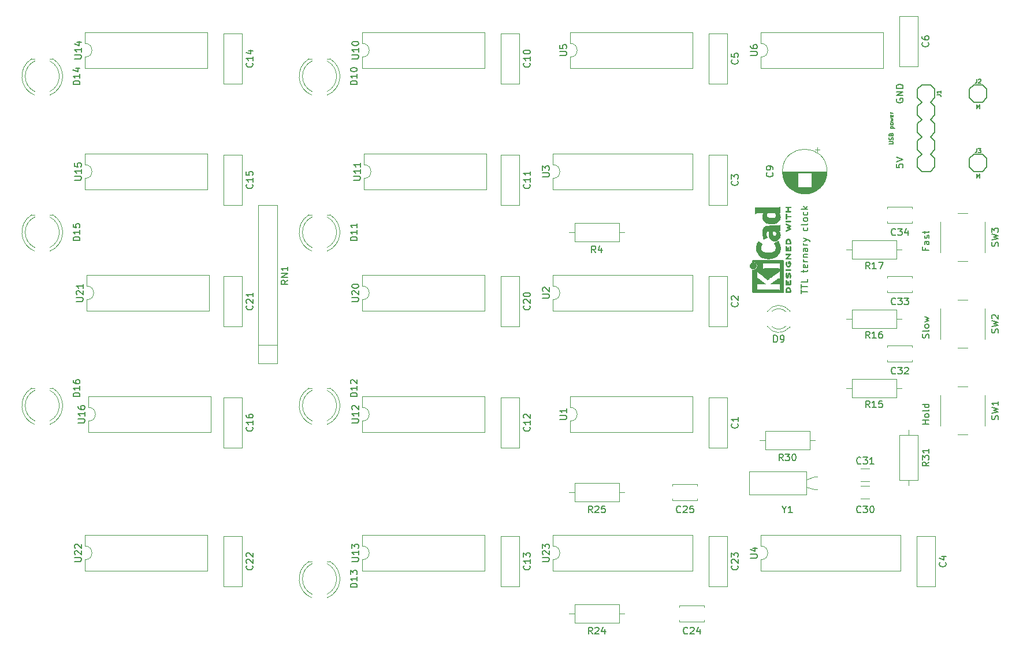
<source format=gbr>
G04 #@! TF.GenerationSoftware,KiCad,Pcbnew,5.1.12-5.1.12*
G04 #@! TF.CreationDate,2021-12-20T18:48:56+11:00*
G04 #@! TF.ProjectId,ttlclock3,74746c63-6c6f-4636-9b33-2e6b69636164,rev?*
G04 #@! TF.SameCoordinates,Original*
G04 #@! TF.FileFunction,Legend,Top*
G04 #@! TF.FilePolarity,Positive*
%FSLAX46Y46*%
G04 Gerber Fmt 4.6, Leading zero omitted, Abs format (unit mm)*
G04 Created by KiCad (PCBNEW 5.1.12-5.1.12) date 2021-12-20 18:48:56*
%MOMM*%
%LPD*%
G01*
G04 APERTURE LIST*
%ADD10C,0.150000*%
%ADD11C,0.120000*%
%ADD12C,0.010000*%
%ADD13C,0.203200*%
%ADD14C,0.127000*%
G04 APERTURE END LIST*
D10*
X201382380Y-63690476D02*
X201382380Y-64166666D01*
X201858571Y-64214285D01*
X201810952Y-64166666D01*
X201763333Y-64071428D01*
X201763333Y-63833333D01*
X201810952Y-63738095D01*
X201858571Y-63690476D01*
X201953809Y-63642857D01*
X202191904Y-63642857D01*
X202287142Y-63690476D01*
X202334761Y-63738095D01*
X202382380Y-63833333D01*
X202382380Y-64071428D01*
X202334761Y-64166666D01*
X202287142Y-64214285D01*
X201382380Y-63357142D02*
X202382380Y-63023809D01*
X201382380Y-62690476D01*
X201430000Y-54101904D02*
X201382380Y-54197142D01*
X201382380Y-54340000D01*
X201430000Y-54482857D01*
X201525238Y-54578095D01*
X201620476Y-54625714D01*
X201810952Y-54673333D01*
X201953809Y-54673333D01*
X202144285Y-54625714D01*
X202239523Y-54578095D01*
X202334761Y-54482857D01*
X202382380Y-54340000D01*
X202382380Y-54244761D01*
X202334761Y-54101904D01*
X202287142Y-54054285D01*
X201953809Y-54054285D01*
X201953809Y-54244761D01*
X202382380Y-53625714D02*
X201382380Y-53625714D01*
X202382380Y-53054285D01*
X201382380Y-53054285D01*
X202382380Y-52578095D02*
X201382380Y-52578095D01*
X201382380Y-52340000D01*
X201430000Y-52197142D01*
X201525238Y-52101904D01*
X201620476Y-52054285D01*
X201810952Y-52006666D01*
X201953809Y-52006666D01*
X202144285Y-52054285D01*
X202239523Y-52101904D01*
X202334761Y-52197142D01*
X202382380Y-52340000D01*
X202382380Y-52578095D01*
X205668571Y-75930000D02*
X205668571Y-76263333D01*
X206192380Y-76263333D02*
X205192380Y-76263333D01*
X205192380Y-75787142D01*
X206192380Y-74977619D02*
X205668571Y-74977619D01*
X205573333Y-75025238D01*
X205525714Y-75120476D01*
X205525714Y-75310952D01*
X205573333Y-75406190D01*
X206144761Y-74977619D02*
X206192380Y-75072857D01*
X206192380Y-75310952D01*
X206144761Y-75406190D01*
X206049523Y-75453809D01*
X205954285Y-75453809D01*
X205859047Y-75406190D01*
X205811428Y-75310952D01*
X205811428Y-75072857D01*
X205763809Y-74977619D01*
X206144761Y-74549047D02*
X206192380Y-74453809D01*
X206192380Y-74263333D01*
X206144761Y-74168095D01*
X206049523Y-74120476D01*
X206001904Y-74120476D01*
X205906666Y-74168095D01*
X205859047Y-74263333D01*
X205859047Y-74406190D01*
X205811428Y-74501428D01*
X205716190Y-74549047D01*
X205668571Y-74549047D01*
X205573333Y-74501428D01*
X205525714Y-74406190D01*
X205525714Y-74263333D01*
X205573333Y-74168095D01*
X205525714Y-73834761D02*
X205525714Y-73453809D01*
X205192380Y-73691904D02*
X206049523Y-73691904D01*
X206144761Y-73644285D01*
X206192380Y-73549047D01*
X206192380Y-73453809D01*
X206144761Y-89153809D02*
X206192380Y-89010952D01*
X206192380Y-88772857D01*
X206144761Y-88677619D01*
X206097142Y-88630000D01*
X206001904Y-88582380D01*
X205906666Y-88582380D01*
X205811428Y-88630000D01*
X205763809Y-88677619D01*
X205716190Y-88772857D01*
X205668571Y-88963333D01*
X205620952Y-89058571D01*
X205573333Y-89106190D01*
X205478095Y-89153809D01*
X205382857Y-89153809D01*
X205287619Y-89106190D01*
X205240000Y-89058571D01*
X205192380Y-88963333D01*
X205192380Y-88725238D01*
X205240000Y-88582380D01*
X206192380Y-88010952D02*
X206144761Y-88106190D01*
X206049523Y-88153809D01*
X205192380Y-88153809D01*
X206192380Y-87487142D02*
X206144761Y-87582380D01*
X206097142Y-87630000D01*
X206001904Y-87677619D01*
X205716190Y-87677619D01*
X205620952Y-87630000D01*
X205573333Y-87582380D01*
X205525714Y-87487142D01*
X205525714Y-87344285D01*
X205573333Y-87249047D01*
X205620952Y-87201428D01*
X205716190Y-87153809D01*
X206001904Y-87153809D01*
X206097142Y-87201428D01*
X206144761Y-87249047D01*
X206192380Y-87344285D01*
X206192380Y-87487142D01*
X205525714Y-86820476D02*
X206192380Y-86630000D01*
X205716190Y-86439523D01*
X206192380Y-86249047D01*
X205525714Y-86058571D01*
X206192380Y-101782380D02*
X205192380Y-101782380D01*
X205668571Y-101782380D02*
X205668571Y-101210952D01*
X206192380Y-101210952D02*
X205192380Y-101210952D01*
X206192380Y-100591904D02*
X206144761Y-100687142D01*
X206097142Y-100734761D01*
X206001904Y-100782380D01*
X205716190Y-100782380D01*
X205620952Y-100734761D01*
X205573333Y-100687142D01*
X205525714Y-100591904D01*
X205525714Y-100449047D01*
X205573333Y-100353809D01*
X205620952Y-100306190D01*
X205716190Y-100258571D01*
X206001904Y-100258571D01*
X206097142Y-100306190D01*
X206144761Y-100353809D01*
X206192380Y-100449047D01*
X206192380Y-100591904D01*
X206192380Y-99687142D02*
X206144761Y-99782380D01*
X206049523Y-99830000D01*
X205192380Y-99830000D01*
X206192380Y-98877619D02*
X205192380Y-98877619D01*
X206144761Y-98877619D02*
X206192380Y-98972857D01*
X206192380Y-99163333D01*
X206144761Y-99258571D01*
X206097142Y-99306190D01*
X206001904Y-99353809D01*
X205716190Y-99353809D01*
X205620952Y-99306190D01*
X205573333Y-99258571D01*
X205525714Y-99163333D01*
X205525714Y-98972857D01*
X205573333Y-98877619D01*
X187412380Y-82628571D02*
X187412380Y-82057142D01*
X188412380Y-82342857D02*
X187412380Y-82342857D01*
X187412380Y-81866666D02*
X187412380Y-81295238D01*
X188412380Y-81580952D02*
X187412380Y-81580952D01*
X188412380Y-80485714D02*
X188412380Y-80961904D01*
X187412380Y-80961904D01*
X187745714Y-79533333D02*
X187745714Y-79152380D01*
X187412380Y-79390476D02*
X188269523Y-79390476D01*
X188364761Y-79342857D01*
X188412380Y-79247619D01*
X188412380Y-79152380D01*
X188364761Y-78438095D02*
X188412380Y-78533333D01*
X188412380Y-78723809D01*
X188364761Y-78819047D01*
X188269523Y-78866666D01*
X187888571Y-78866666D01*
X187793333Y-78819047D01*
X187745714Y-78723809D01*
X187745714Y-78533333D01*
X187793333Y-78438095D01*
X187888571Y-78390476D01*
X187983809Y-78390476D01*
X188079047Y-78866666D01*
X188412380Y-77961904D02*
X187745714Y-77961904D01*
X187936190Y-77961904D02*
X187840952Y-77914285D01*
X187793333Y-77866666D01*
X187745714Y-77771428D01*
X187745714Y-77676190D01*
X187745714Y-77342857D02*
X188412380Y-77342857D01*
X187840952Y-77342857D02*
X187793333Y-77295238D01*
X187745714Y-77200000D01*
X187745714Y-77057142D01*
X187793333Y-76961904D01*
X187888571Y-76914285D01*
X188412380Y-76914285D01*
X188412380Y-76009523D02*
X187888571Y-76009523D01*
X187793333Y-76057142D01*
X187745714Y-76152380D01*
X187745714Y-76342857D01*
X187793333Y-76438095D01*
X188364761Y-76009523D02*
X188412380Y-76104761D01*
X188412380Y-76342857D01*
X188364761Y-76438095D01*
X188269523Y-76485714D01*
X188174285Y-76485714D01*
X188079047Y-76438095D01*
X188031428Y-76342857D01*
X188031428Y-76104761D01*
X187983809Y-76009523D01*
X188412380Y-75533333D02*
X187745714Y-75533333D01*
X187936190Y-75533333D02*
X187840952Y-75485714D01*
X187793333Y-75438095D01*
X187745714Y-75342857D01*
X187745714Y-75247619D01*
X187745714Y-75009523D02*
X188412380Y-74771428D01*
X187745714Y-74533333D02*
X188412380Y-74771428D01*
X188650476Y-74866666D01*
X188698095Y-74914285D01*
X188745714Y-75009523D01*
X188364761Y-72961904D02*
X188412380Y-73057142D01*
X188412380Y-73247619D01*
X188364761Y-73342857D01*
X188317142Y-73390476D01*
X188221904Y-73438095D01*
X187936190Y-73438095D01*
X187840952Y-73390476D01*
X187793333Y-73342857D01*
X187745714Y-73247619D01*
X187745714Y-73057142D01*
X187793333Y-72961904D01*
X188412380Y-72390476D02*
X188364761Y-72485714D01*
X188269523Y-72533333D01*
X187412380Y-72533333D01*
X188412380Y-71866666D02*
X188364761Y-71961904D01*
X188317142Y-72009523D01*
X188221904Y-72057142D01*
X187936190Y-72057142D01*
X187840952Y-72009523D01*
X187793333Y-71961904D01*
X187745714Y-71866666D01*
X187745714Y-71723809D01*
X187793333Y-71628571D01*
X187840952Y-71580952D01*
X187936190Y-71533333D01*
X188221904Y-71533333D01*
X188317142Y-71580952D01*
X188364761Y-71628571D01*
X188412380Y-71723809D01*
X188412380Y-71866666D01*
X188364761Y-70676190D02*
X188412380Y-70771428D01*
X188412380Y-70961904D01*
X188364761Y-71057142D01*
X188317142Y-71104761D01*
X188221904Y-71152380D01*
X187936190Y-71152380D01*
X187840952Y-71104761D01*
X187793333Y-71057142D01*
X187745714Y-70961904D01*
X187745714Y-70771428D01*
X187793333Y-70676190D01*
X188412380Y-70247619D02*
X187412380Y-70247619D01*
X188031428Y-70152380D02*
X188412380Y-69866666D01*
X187745714Y-69866666D02*
X188126666Y-70247619D01*
D11*
G04 #@! TO.C,C6*
X204570000Y-49400000D02*
X201830000Y-49400000D01*
X204570000Y-41960000D02*
X201830000Y-41960000D01*
X201830000Y-41960000D02*
X201830000Y-49400000D01*
X204570000Y-41960000D02*
X204570000Y-49400000D01*
G04 #@! TO.C,U6*
X181550000Y-44340000D02*
X181550000Y-45990000D01*
X199450000Y-44340000D02*
X181550000Y-44340000D01*
X199450000Y-49640000D02*
X199450000Y-44340000D01*
X181550000Y-49640000D02*
X199450000Y-49640000D01*
X181550000Y-47990000D02*
X181550000Y-49640000D01*
X181550000Y-45990000D02*
G75*
G02*
X181550000Y-47990000I0J-1000000D01*
G01*
D12*
G04 #@! TO.C,REF\u002A\u002A*
G36*
X185154533Y-69971177D02*
G01*
X185176776Y-69939798D01*
X185204485Y-69912089D01*
X185513920Y-69912089D01*
X185605799Y-69912162D01*
X185677840Y-69912505D01*
X185732780Y-69913308D01*
X185773360Y-69914759D01*
X185802317Y-69917048D01*
X185822391Y-69920364D01*
X185836321Y-69924895D01*
X185846845Y-69930831D01*
X185853100Y-69935486D01*
X185877673Y-69966217D01*
X185880341Y-70001504D01*
X185865271Y-70033755D01*
X185856374Y-70044412D01*
X185844557Y-70051536D01*
X185825526Y-70055833D01*
X185794992Y-70058009D01*
X185748662Y-70058772D01*
X185712871Y-70058845D01*
X185578045Y-70058845D01*
X185578045Y-70555556D01*
X185700700Y-70555556D01*
X185756787Y-70556069D01*
X185795333Y-70558124D01*
X185821361Y-70562492D01*
X185839897Y-70569944D01*
X185853100Y-70578953D01*
X185877604Y-70609856D01*
X185880506Y-70644804D01*
X185863089Y-70678262D01*
X185853959Y-70687396D01*
X185841855Y-70693848D01*
X185823001Y-70698103D01*
X185793620Y-70700648D01*
X185749937Y-70701971D01*
X185688175Y-70702557D01*
X185674000Y-70702625D01*
X185557631Y-70703109D01*
X185461727Y-70703359D01*
X185384177Y-70703277D01*
X185322869Y-70702769D01*
X185275690Y-70701738D01*
X185240530Y-70700087D01*
X185215276Y-70697721D01*
X185197817Y-70694543D01*
X185186041Y-70690456D01*
X185177835Y-70685366D01*
X185171645Y-70679734D01*
X185151844Y-70647872D01*
X185154533Y-70614643D01*
X185176776Y-70583265D01*
X185191126Y-70570567D01*
X185206978Y-70562474D01*
X185229554Y-70557958D01*
X185264078Y-70555994D01*
X185315776Y-70555556D01*
X185431289Y-70555556D01*
X185431289Y-70058845D01*
X185312756Y-70058845D01*
X185258148Y-70058338D01*
X185221275Y-70056302D01*
X185197307Y-70051965D01*
X185181415Y-70044553D01*
X185171645Y-70036267D01*
X185151844Y-70004406D01*
X185154533Y-69971177D01*
G37*
X185154533Y-69971177D02*
X185176776Y-69939798D01*
X185204485Y-69912089D01*
X185513920Y-69912089D01*
X185605799Y-69912162D01*
X185677840Y-69912505D01*
X185732780Y-69913308D01*
X185773360Y-69914759D01*
X185802317Y-69917048D01*
X185822391Y-69920364D01*
X185836321Y-69924895D01*
X185846845Y-69930831D01*
X185853100Y-69935486D01*
X185877673Y-69966217D01*
X185880341Y-70001504D01*
X185865271Y-70033755D01*
X185856374Y-70044412D01*
X185844557Y-70051536D01*
X185825526Y-70055833D01*
X185794992Y-70058009D01*
X185748662Y-70058772D01*
X185712871Y-70058845D01*
X185578045Y-70058845D01*
X185578045Y-70555556D01*
X185700700Y-70555556D01*
X185756787Y-70556069D01*
X185795333Y-70558124D01*
X185821361Y-70562492D01*
X185839897Y-70569944D01*
X185853100Y-70578953D01*
X185877604Y-70609856D01*
X185880506Y-70644804D01*
X185863089Y-70678262D01*
X185853959Y-70687396D01*
X185841855Y-70693848D01*
X185823001Y-70698103D01*
X185793620Y-70700648D01*
X185749937Y-70701971D01*
X185688175Y-70702557D01*
X185674000Y-70702625D01*
X185557631Y-70703109D01*
X185461727Y-70703359D01*
X185384177Y-70703277D01*
X185322869Y-70702769D01*
X185275690Y-70701738D01*
X185240530Y-70700087D01*
X185215276Y-70697721D01*
X185197817Y-70694543D01*
X185186041Y-70690456D01*
X185177835Y-70685366D01*
X185171645Y-70679734D01*
X185151844Y-70647872D01*
X185154533Y-70614643D01*
X185176776Y-70583265D01*
X185191126Y-70570567D01*
X185206978Y-70562474D01*
X185229554Y-70557958D01*
X185264078Y-70555994D01*
X185315776Y-70555556D01*
X185431289Y-70555556D01*
X185431289Y-70058845D01*
X185312756Y-70058845D01*
X185258148Y-70058338D01*
X185221275Y-70056302D01*
X185197307Y-70051965D01*
X185181415Y-70044553D01*
X185171645Y-70036267D01*
X185151844Y-70004406D01*
X185154533Y-69971177D01*
G36*
X185149163Y-71236935D02*
G01*
X185149542Y-71158228D01*
X185150333Y-71097137D01*
X185151670Y-71051183D01*
X185153683Y-71017886D01*
X185156506Y-70994764D01*
X185160269Y-70979338D01*
X185165105Y-70969129D01*
X185168822Y-70964187D01*
X185201358Y-70938543D01*
X185235138Y-70935441D01*
X185265826Y-70951289D01*
X185278089Y-70961652D01*
X185286450Y-70972804D01*
X185291657Y-70988965D01*
X185294457Y-71014358D01*
X185295596Y-71053202D01*
X185295821Y-71109720D01*
X185295822Y-71120820D01*
X185295822Y-71266756D01*
X185566756Y-71266756D01*
X185652154Y-71266852D01*
X185717864Y-71267289D01*
X185766774Y-71268288D01*
X185801773Y-71270072D01*
X185825749Y-71272863D01*
X185841593Y-71276883D01*
X185852191Y-71282355D01*
X185860267Y-71289334D01*
X185880112Y-71322266D01*
X185878548Y-71356646D01*
X185855906Y-71387824D01*
X185853100Y-71390114D01*
X185842492Y-71397571D01*
X185830081Y-71403253D01*
X185812850Y-71407399D01*
X185787784Y-71410250D01*
X185751867Y-71412046D01*
X185702083Y-71413028D01*
X185635417Y-71413436D01*
X185559589Y-71413511D01*
X185295822Y-71413511D01*
X185295822Y-71552873D01*
X185295418Y-71612678D01*
X185293840Y-71654082D01*
X185290547Y-71681252D01*
X185284992Y-71698354D01*
X185276631Y-71709557D01*
X185275178Y-71710917D01*
X185241939Y-71727275D01*
X185204362Y-71725828D01*
X185171645Y-71707022D01*
X185165298Y-71699750D01*
X185160266Y-71690373D01*
X185156396Y-71676391D01*
X185153537Y-71655304D01*
X185151535Y-71624611D01*
X185150239Y-71581811D01*
X185149498Y-71524405D01*
X185149158Y-71449890D01*
X185149068Y-71355767D01*
X185149067Y-71335740D01*
X185149163Y-71236935D01*
G37*
X185149163Y-71236935D02*
X185149542Y-71158228D01*
X185150333Y-71097137D01*
X185151670Y-71051183D01*
X185153683Y-71017886D01*
X185156506Y-70994764D01*
X185160269Y-70979338D01*
X185165105Y-70969129D01*
X185168822Y-70964187D01*
X185201358Y-70938543D01*
X185235138Y-70935441D01*
X185265826Y-70951289D01*
X185278089Y-70961652D01*
X185286450Y-70972804D01*
X185291657Y-70988965D01*
X185294457Y-71014358D01*
X185295596Y-71053202D01*
X185295821Y-71109720D01*
X185295822Y-71120820D01*
X185295822Y-71266756D01*
X185566756Y-71266756D01*
X185652154Y-71266852D01*
X185717864Y-71267289D01*
X185766774Y-71268288D01*
X185801773Y-71270072D01*
X185825749Y-71272863D01*
X185841593Y-71276883D01*
X185852191Y-71282355D01*
X185860267Y-71289334D01*
X185880112Y-71322266D01*
X185878548Y-71356646D01*
X185855906Y-71387824D01*
X185853100Y-71390114D01*
X185842492Y-71397571D01*
X185830081Y-71403253D01*
X185812850Y-71407399D01*
X185787784Y-71410250D01*
X185751867Y-71412046D01*
X185702083Y-71413028D01*
X185635417Y-71413436D01*
X185559589Y-71413511D01*
X185295822Y-71413511D01*
X185295822Y-71552873D01*
X185295418Y-71612678D01*
X185293840Y-71654082D01*
X185290547Y-71681252D01*
X185284992Y-71698354D01*
X185276631Y-71709557D01*
X185275178Y-71710917D01*
X185241939Y-71727275D01*
X185204362Y-71725828D01*
X185171645Y-71707022D01*
X185165298Y-71699750D01*
X185160266Y-71690373D01*
X185156396Y-71676391D01*
X185153537Y-71655304D01*
X185151535Y-71624611D01*
X185150239Y-71581811D01*
X185149498Y-71524405D01*
X185149158Y-71449890D01*
X185149068Y-71355767D01*
X185149067Y-71335740D01*
X185149163Y-71236935D01*
G36*
X185155877Y-72011386D02*
G01*
X185170647Y-71987673D01*
X185192227Y-71961022D01*
X185513773Y-71961022D01*
X185607830Y-71961107D01*
X185681932Y-71961471D01*
X185738704Y-71962276D01*
X185780768Y-71963687D01*
X185810748Y-71965867D01*
X185831267Y-71968979D01*
X185844949Y-71973186D01*
X185854416Y-71978652D01*
X185859082Y-71982528D01*
X185879575Y-72013966D01*
X185878739Y-72049767D01*
X185861264Y-72081127D01*
X185839684Y-72107778D01*
X185192227Y-72107778D01*
X185170647Y-72081127D01*
X185154949Y-72055406D01*
X185149067Y-72034400D01*
X185155877Y-72011386D01*
G37*
X185155877Y-72011386D02*
X185170647Y-71987673D01*
X185192227Y-71961022D01*
X185513773Y-71961022D01*
X185607830Y-71961107D01*
X185681932Y-71961471D01*
X185738704Y-71962276D01*
X185780768Y-71963687D01*
X185810748Y-71965867D01*
X185831267Y-71968979D01*
X185844949Y-71973186D01*
X185854416Y-71978652D01*
X185859082Y-71982528D01*
X185879575Y-72013966D01*
X185878739Y-72049767D01*
X185861264Y-72081127D01*
X185839684Y-72107778D01*
X185192227Y-72107778D01*
X185170647Y-72081127D01*
X185154949Y-72055406D01*
X185149067Y-72034400D01*
X185155877Y-72011386D01*
G36*
X185151034Y-72455335D02*
G01*
X185158035Y-72435745D01*
X185158377Y-72434990D01*
X185178678Y-72408387D01*
X185199561Y-72393730D01*
X185209352Y-72390862D01*
X185222361Y-72391004D01*
X185240895Y-72395039D01*
X185267257Y-72403854D01*
X185303752Y-72418331D01*
X185352687Y-72439355D01*
X185416365Y-72467812D01*
X185497093Y-72504585D01*
X185541216Y-72524825D01*
X185619985Y-72561375D01*
X185692423Y-72595685D01*
X185755880Y-72626448D01*
X185807708Y-72652352D01*
X185845259Y-72672090D01*
X185865884Y-72684350D01*
X185868733Y-72686776D01*
X185881302Y-72717817D01*
X185879619Y-72752879D01*
X185864332Y-72781000D01*
X185863089Y-72782146D01*
X185846154Y-72793332D01*
X185813170Y-72812096D01*
X185768380Y-72836125D01*
X185716032Y-72863103D01*
X185696742Y-72872799D01*
X185550150Y-72945986D01*
X185709393Y-73025760D01*
X185764415Y-73054233D01*
X185812132Y-73080650D01*
X185848893Y-73102852D01*
X185871044Y-73118681D01*
X185875741Y-73124046D01*
X185882102Y-73165743D01*
X185868733Y-73200151D01*
X185854446Y-73210272D01*
X185822692Y-73227786D01*
X185776597Y-73251265D01*
X185719285Y-73279280D01*
X185653880Y-73310401D01*
X185583507Y-73343201D01*
X185511291Y-73376250D01*
X185440355Y-73408119D01*
X185373825Y-73437381D01*
X185314826Y-73462605D01*
X185266481Y-73482364D01*
X185231915Y-73495228D01*
X185214253Y-73499769D01*
X185213613Y-73499723D01*
X185191388Y-73488674D01*
X185168753Y-73466590D01*
X185167768Y-73465290D01*
X185152425Y-73438147D01*
X185152574Y-73413042D01*
X185155466Y-73403632D01*
X185161718Y-73392166D01*
X185174014Y-73379990D01*
X185194908Y-73365643D01*
X185226949Y-73347664D01*
X185272688Y-73324593D01*
X185334677Y-73294970D01*
X185391898Y-73268255D01*
X185458226Y-73237520D01*
X185517874Y-73209979D01*
X185567725Y-73187062D01*
X185604664Y-73170202D01*
X185625573Y-73160827D01*
X185628845Y-73159460D01*
X185623497Y-73153311D01*
X185601109Y-73139178D01*
X185564946Y-73118943D01*
X185518277Y-73094485D01*
X185499022Y-73084752D01*
X185434004Y-73051783D01*
X185386654Y-73026357D01*
X185354219Y-73006388D01*
X185333946Y-72989790D01*
X185323082Y-72974476D01*
X185318875Y-72958360D01*
X185318400Y-72947857D01*
X185320042Y-72929330D01*
X185326831Y-72913096D01*
X185341566Y-72896965D01*
X185367044Y-72878749D01*
X185406061Y-72856261D01*
X185461414Y-72827311D01*
X185492903Y-72811338D01*
X185543087Y-72785430D01*
X185584704Y-72762833D01*
X185614242Y-72745542D01*
X185628189Y-72735550D01*
X185628770Y-72734191D01*
X185617793Y-72727739D01*
X185589290Y-72713292D01*
X185546244Y-72692297D01*
X185491638Y-72666203D01*
X185428454Y-72636454D01*
X185397071Y-72621820D01*
X185316078Y-72583750D01*
X185253756Y-72553095D01*
X185208071Y-72528263D01*
X185176989Y-72507663D01*
X185158478Y-72489702D01*
X185150504Y-72472790D01*
X185151034Y-72455335D01*
G37*
X185151034Y-72455335D02*
X185158035Y-72435745D01*
X185158377Y-72434990D01*
X185178678Y-72408387D01*
X185199561Y-72393730D01*
X185209352Y-72390862D01*
X185222361Y-72391004D01*
X185240895Y-72395039D01*
X185267257Y-72403854D01*
X185303752Y-72418331D01*
X185352687Y-72439355D01*
X185416365Y-72467812D01*
X185497093Y-72504585D01*
X185541216Y-72524825D01*
X185619985Y-72561375D01*
X185692423Y-72595685D01*
X185755880Y-72626448D01*
X185807708Y-72652352D01*
X185845259Y-72672090D01*
X185865884Y-72684350D01*
X185868733Y-72686776D01*
X185881302Y-72717817D01*
X185879619Y-72752879D01*
X185864332Y-72781000D01*
X185863089Y-72782146D01*
X185846154Y-72793332D01*
X185813170Y-72812096D01*
X185768380Y-72836125D01*
X185716032Y-72863103D01*
X185696742Y-72872799D01*
X185550150Y-72945986D01*
X185709393Y-73025760D01*
X185764415Y-73054233D01*
X185812132Y-73080650D01*
X185848893Y-73102852D01*
X185871044Y-73118681D01*
X185875741Y-73124046D01*
X185882102Y-73165743D01*
X185868733Y-73200151D01*
X185854446Y-73210272D01*
X185822692Y-73227786D01*
X185776597Y-73251265D01*
X185719285Y-73279280D01*
X185653880Y-73310401D01*
X185583507Y-73343201D01*
X185511291Y-73376250D01*
X185440355Y-73408119D01*
X185373825Y-73437381D01*
X185314826Y-73462605D01*
X185266481Y-73482364D01*
X185231915Y-73495228D01*
X185214253Y-73499769D01*
X185213613Y-73499723D01*
X185191388Y-73488674D01*
X185168753Y-73466590D01*
X185167768Y-73465290D01*
X185152425Y-73438147D01*
X185152574Y-73413042D01*
X185155466Y-73403632D01*
X185161718Y-73392166D01*
X185174014Y-73379990D01*
X185194908Y-73365643D01*
X185226949Y-73347664D01*
X185272688Y-73324593D01*
X185334677Y-73294970D01*
X185391898Y-73268255D01*
X185458226Y-73237520D01*
X185517874Y-73209979D01*
X185567725Y-73187062D01*
X185604664Y-73170202D01*
X185625573Y-73160827D01*
X185628845Y-73159460D01*
X185623497Y-73153311D01*
X185601109Y-73139178D01*
X185564946Y-73118943D01*
X185518277Y-73094485D01*
X185499022Y-73084752D01*
X185434004Y-73051783D01*
X185386654Y-73026357D01*
X185354219Y-73006388D01*
X185333946Y-72989790D01*
X185323082Y-72974476D01*
X185318875Y-72958360D01*
X185318400Y-72947857D01*
X185320042Y-72929330D01*
X185326831Y-72913096D01*
X185341566Y-72896965D01*
X185367044Y-72878749D01*
X185406061Y-72856261D01*
X185461414Y-72827311D01*
X185492903Y-72811338D01*
X185543087Y-72785430D01*
X185584704Y-72762833D01*
X185614242Y-72745542D01*
X185628189Y-72735550D01*
X185628770Y-72734191D01*
X185617793Y-72727739D01*
X185589290Y-72713292D01*
X185546244Y-72692297D01*
X185491638Y-72666203D01*
X185428454Y-72636454D01*
X185397071Y-72621820D01*
X185316078Y-72583750D01*
X185253756Y-72553095D01*
X185208071Y-72528263D01*
X185176989Y-72507663D01*
X185158478Y-72489702D01*
X185150504Y-72472790D01*
X185151034Y-72455335D01*
G36*
X185149275Y-75181691D02*
G01*
X185153636Y-75052712D01*
X185166861Y-74943009D01*
X185189741Y-74850774D01*
X185223070Y-74774198D01*
X185267638Y-74711473D01*
X185324236Y-74660788D01*
X185393658Y-74620337D01*
X185395351Y-74619541D01*
X185457483Y-74595399D01*
X185512509Y-74586797D01*
X185567887Y-74593769D01*
X185631073Y-74616346D01*
X185640689Y-74620628D01*
X185696966Y-74649828D01*
X185740451Y-74682644D01*
X185777417Y-74724998D01*
X185814135Y-74782810D01*
X185816052Y-74786169D01*
X185840227Y-74836496D01*
X185858282Y-74893379D01*
X185870839Y-74960473D01*
X185878522Y-75041435D01*
X185881953Y-75139918D01*
X185882251Y-75174714D01*
X185882845Y-75340406D01*
X185853100Y-75363803D01*
X185843319Y-75370743D01*
X185831897Y-75376158D01*
X185816095Y-75380235D01*
X185793175Y-75383163D01*
X185760396Y-75385133D01*
X185736089Y-75385775D01*
X185736089Y-75229156D01*
X185736089Y-75135274D01*
X185734483Y-75080336D01*
X185730255Y-75023940D01*
X185724292Y-74977655D01*
X185723790Y-74974861D01*
X185701736Y-74892652D01*
X185668600Y-74828886D01*
X185622847Y-74781548D01*
X185562939Y-74748618D01*
X185547061Y-74742892D01*
X185522333Y-74737279D01*
X185497902Y-74739709D01*
X185465400Y-74751533D01*
X185449434Y-74758660D01*
X185407006Y-74782000D01*
X185377240Y-74810120D01*
X185356511Y-74841060D01*
X185329537Y-74903034D01*
X185309998Y-74982349D01*
X185298746Y-75074747D01*
X185296270Y-75141667D01*
X185295822Y-75229156D01*
X185736089Y-75229156D01*
X185736089Y-75385775D01*
X185715021Y-75386332D01*
X185654311Y-75386950D01*
X185575526Y-75387175D01*
X185513920Y-75387200D01*
X185204485Y-75387200D01*
X185176776Y-75359491D01*
X185165544Y-75347194D01*
X185157853Y-75333897D01*
X185153040Y-75315328D01*
X185150446Y-75287214D01*
X185149410Y-75245283D01*
X185149270Y-75185263D01*
X185149275Y-75181691D01*
G37*
X185149275Y-75181691D02*
X185153636Y-75052712D01*
X185166861Y-74943009D01*
X185189741Y-74850774D01*
X185223070Y-74774198D01*
X185267638Y-74711473D01*
X185324236Y-74660788D01*
X185393658Y-74620337D01*
X185395351Y-74619541D01*
X185457483Y-74595399D01*
X185512509Y-74586797D01*
X185567887Y-74593769D01*
X185631073Y-74616346D01*
X185640689Y-74620628D01*
X185696966Y-74649828D01*
X185740451Y-74682644D01*
X185777417Y-74724998D01*
X185814135Y-74782810D01*
X185816052Y-74786169D01*
X185840227Y-74836496D01*
X185858282Y-74893379D01*
X185870839Y-74960473D01*
X185878522Y-75041435D01*
X185881953Y-75139918D01*
X185882251Y-75174714D01*
X185882845Y-75340406D01*
X185853100Y-75363803D01*
X185843319Y-75370743D01*
X185831897Y-75376158D01*
X185816095Y-75380235D01*
X185793175Y-75383163D01*
X185760396Y-75385133D01*
X185736089Y-75385775D01*
X185736089Y-75229156D01*
X185736089Y-75135274D01*
X185734483Y-75080336D01*
X185730255Y-75023940D01*
X185724292Y-74977655D01*
X185723790Y-74974861D01*
X185701736Y-74892652D01*
X185668600Y-74828886D01*
X185622847Y-74781548D01*
X185562939Y-74748618D01*
X185547061Y-74742892D01*
X185522333Y-74737279D01*
X185497902Y-74739709D01*
X185465400Y-74751533D01*
X185449434Y-74758660D01*
X185407006Y-74782000D01*
X185377240Y-74810120D01*
X185356511Y-74841060D01*
X185329537Y-74903034D01*
X185309998Y-74982349D01*
X185298746Y-75074747D01*
X185296270Y-75141667D01*
X185295822Y-75229156D01*
X185736089Y-75229156D01*
X185736089Y-75385775D01*
X185715021Y-75386332D01*
X185654311Y-75386950D01*
X185575526Y-75387175D01*
X185513920Y-75387200D01*
X185204485Y-75387200D01*
X185176776Y-75359491D01*
X185165544Y-75347194D01*
X185157853Y-75333897D01*
X185153040Y-75315328D01*
X185150446Y-75287214D01*
X185149410Y-75245283D01*
X185149270Y-75185263D01*
X185149275Y-75181691D01*
G36*
X185149260Y-75969657D02*
G01*
X185150174Y-75893299D01*
X185152311Y-75834783D01*
X185156175Y-75791745D01*
X185162267Y-75761817D01*
X185171090Y-75742632D01*
X185183146Y-75731824D01*
X185198939Y-75727027D01*
X185218970Y-75725873D01*
X185221335Y-75725867D01*
X185243992Y-75726869D01*
X185261503Y-75731604D01*
X185274574Y-75742667D01*
X185283913Y-75762652D01*
X185290227Y-75794154D01*
X185294222Y-75839768D01*
X185296606Y-75902087D01*
X185298086Y-75983707D01*
X185298414Y-76008723D01*
X185301467Y-76250800D01*
X185366378Y-76254186D01*
X185431289Y-76257571D01*
X185431289Y-76089424D01*
X185431531Y-76023734D01*
X185432556Y-75976828D01*
X185434811Y-75944917D01*
X185438742Y-75924209D01*
X185444798Y-75910916D01*
X185453424Y-75901245D01*
X185453493Y-75901183D01*
X185487112Y-75883644D01*
X185523448Y-75884278D01*
X185554423Y-75902686D01*
X185557607Y-75906329D01*
X185565812Y-75919259D01*
X185571521Y-75936976D01*
X185575162Y-75963430D01*
X185577167Y-76002568D01*
X185577964Y-76058338D01*
X185578045Y-76094006D01*
X185578045Y-76256445D01*
X185736089Y-76256445D01*
X185736089Y-76009839D01*
X185736231Y-75928420D01*
X185736814Y-75866590D01*
X185738068Y-75821363D01*
X185740227Y-75789752D01*
X185743523Y-75768769D01*
X185748189Y-75755427D01*
X185754457Y-75746739D01*
X185756733Y-75744550D01*
X185788280Y-75728386D01*
X185824168Y-75727203D01*
X185855285Y-75740464D01*
X185865271Y-75750957D01*
X185870769Y-75761871D01*
X185875022Y-75778783D01*
X185878180Y-75804367D01*
X185880392Y-75841299D01*
X185881806Y-75892254D01*
X185882572Y-75959906D01*
X185882838Y-76046931D01*
X185882845Y-76066606D01*
X185882787Y-76155089D01*
X185882467Y-76223773D01*
X185881667Y-76275436D01*
X185880167Y-76312855D01*
X185877749Y-76338810D01*
X185874194Y-76356078D01*
X185869282Y-76367438D01*
X185862795Y-76375668D01*
X185858138Y-76380183D01*
X185849889Y-76386979D01*
X185839669Y-76392288D01*
X185824800Y-76396294D01*
X185802602Y-76399179D01*
X185770393Y-76401126D01*
X185725496Y-76402319D01*
X185665228Y-76402939D01*
X185586911Y-76403171D01*
X185520994Y-76403200D01*
X185428628Y-76403129D01*
X185356117Y-76402792D01*
X185300737Y-76402002D01*
X185259765Y-76400574D01*
X185230478Y-76398321D01*
X185210153Y-76395057D01*
X185196066Y-76390596D01*
X185185495Y-76384752D01*
X185178811Y-76379803D01*
X185149067Y-76356406D01*
X185149067Y-76066226D01*
X185149260Y-75969657D01*
G37*
X185149260Y-75969657D02*
X185150174Y-75893299D01*
X185152311Y-75834783D01*
X185156175Y-75791745D01*
X185162267Y-75761817D01*
X185171090Y-75742632D01*
X185183146Y-75731824D01*
X185198939Y-75727027D01*
X185218970Y-75725873D01*
X185221335Y-75725867D01*
X185243992Y-75726869D01*
X185261503Y-75731604D01*
X185274574Y-75742667D01*
X185283913Y-75762652D01*
X185290227Y-75794154D01*
X185294222Y-75839768D01*
X185296606Y-75902087D01*
X185298086Y-75983707D01*
X185298414Y-76008723D01*
X185301467Y-76250800D01*
X185366378Y-76254186D01*
X185431289Y-76257571D01*
X185431289Y-76089424D01*
X185431531Y-76023734D01*
X185432556Y-75976828D01*
X185434811Y-75944917D01*
X185438742Y-75924209D01*
X185444798Y-75910916D01*
X185453424Y-75901245D01*
X185453493Y-75901183D01*
X185487112Y-75883644D01*
X185523448Y-75884278D01*
X185554423Y-75902686D01*
X185557607Y-75906329D01*
X185565812Y-75919259D01*
X185571521Y-75936976D01*
X185575162Y-75963430D01*
X185577167Y-76002568D01*
X185577964Y-76058338D01*
X185578045Y-76094006D01*
X185578045Y-76256445D01*
X185736089Y-76256445D01*
X185736089Y-76009839D01*
X185736231Y-75928420D01*
X185736814Y-75866590D01*
X185738068Y-75821363D01*
X185740227Y-75789752D01*
X185743523Y-75768769D01*
X185748189Y-75755427D01*
X185754457Y-75746739D01*
X185756733Y-75744550D01*
X185788280Y-75728386D01*
X185824168Y-75727203D01*
X185855285Y-75740464D01*
X185865271Y-75750957D01*
X185870769Y-75761871D01*
X185875022Y-75778783D01*
X185878180Y-75804367D01*
X185880392Y-75841299D01*
X185881806Y-75892254D01*
X185882572Y-75959906D01*
X185882838Y-76046931D01*
X185882845Y-76066606D01*
X185882787Y-76155089D01*
X185882467Y-76223773D01*
X185881667Y-76275436D01*
X185880167Y-76312855D01*
X185877749Y-76338810D01*
X185874194Y-76356078D01*
X185869282Y-76367438D01*
X185862795Y-76375668D01*
X185858138Y-76380183D01*
X185849889Y-76386979D01*
X185839669Y-76392288D01*
X185824800Y-76396294D01*
X185802602Y-76399179D01*
X185770393Y-76401126D01*
X185725496Y-76402319D01*
X185665228Y-76402939D01*
X185586911Y-76403171D01*
X185520994Y-76403200D01*
X185428628Y-76403129D01*
X185356117Y-76402792D01*
X185300737Y-76402002D01*
X185259765Y-76400574D01*
X185230478Y-76398321D01*
X185210153Y-76395057D01*
X185196066Y-76390596D01*
X185185495Y-76384752D01*
X185178811Y-76379803D01*
X185149067Y-76356406D01*
X185149067Y-76066226D01*
X185149260Y-75969657D01*
G36*
X185153448Y-77500114D02*
G01*
X185167273Y-77476548D01*
X185189881Y-77445735D01*
X185222338Y-77406078D01*
X185265708Y-77355980D01*
X185321058Y-77293843D01*
X185389451Y-77218072D01*
X185468084Y-77131334D01*
X185631878Y-76950711D01*
X185412029Y-76945067D01*
X185336351Y-76943029D01*
X185279994Y-76941063D01*
X185239706Y-76938734D01*
X185212235Y-76935606D01*
X185194329Y-76931245D01*
X185182737Y-76925216D01*
X185174208Y-76917084D01*
X185170623Y-76912772D01*
X185151670Y-76878241D01*
X185154441Y-76845383D01*
X185170633Y-76819318D01*
X185192199Y-76792667D01*
X185507151Y-76789352D01*
X185599779Y-76788435D01*
X185672544Y-76787968D01*
X185728161Y-76788113D01*
X185769342Y-76789032D01*
X185798803Y-76790887D01*
X185819255Y-76793839D01*
X185833413Y-76798050D01*
X185843991Y-76803682D01*
X185852474Y-76809927D01*
X185868207Y-76823439D01*
X185878636Y-76836883D01*
X185882639Y-76852124D01*
X185879094Y-76871026D01*
X185866879Y-76895455D01*
X185844871Y-76927273D01*
X185811949Y-76968348D01*
X185766991Y-77020542D01*
X185708875Y-77085722D01*
X185642099Y-77159556D01*
X185401458Y-77424845D01*
X185620589Y-77430489D01*
X185696128Y-77432531D01*
X185752354Y-77434502D01*
X185792524Y-77436839D01*
X185819896Y-77439981D01*
X185837728Y-77444364D01*
X185849279Y-77450424D01*
X185857807Y-77458600D01*
X185861282Y-77462784D01*
X185880372Y-77499765D01*
X185877493Y-77534708D01*
X185853100Y-77565136D01*
X185843286Y-77572097D01*
X185831826Y-77577523D01*
X185815968Y-77581603D01*
X185792963Y-77584529D01*
X185760062Y-77586492D01*
X185714516Y-77587683D01*
X185653573Y-77588292D01*
X185574486Y-77588511D01*
X185515956Y-77588534D01*
X185424407Y-77588460D01*
X185352687Y-77588113D01*
X185298045Y-77587301D01*
X185257732Y-77585833D01*
X185228998Y-77583519D01*
X185209093Y-77580167D01*
X185195268Y-77575588D01*
X185184772Y-77569589D01*
X185178811Y-77565136D01*
X185164691Y-77553850D01*
X185154029Y-77543301D01*
X185147892Y-77531893D01*
X185147343Y-77518030D01*
X185153448Y-77500114D01*
G37*
X185153448Y-77500114D02*
X185167273Y-77476548D01*
X185189881Y-77445735D01*
X185222338Y-77406078D01*
X185265708Y-77355980D01*
X185321058Y-77293843D01*
X185389451Y-77218072D01*
X185468084Y-77131334D01*
X185631878Y-76950711D01*
X185412029Y-76945067D01*
X185336351Y-76943029D01*
X185279994Y-76941063D01*
X185239706Y-76938734D01*
X185212235Y-76935606D01*
X185194329Y-76931245D01*
X185182737Y-76925216D01*
X185174208Y-76917084D01*
X185170623Y-76912772D01*
X185151670Y-76878241D01*
X185154441Y-76845383D01*
X185170633Y-76819318D01*
X185192199Y-76792667D01*
X185507151Y-76789352D01*
X185599779Y-76788435D01*
X185672544Y-76787968D01*
X185728161Y-76788113D01*
X185769342Y-76789032D01*
X185798803Y-76790887D01*
X185819255Y-76793839D01*
X185833413Y-76798050D01*
X185843991Y-76803682D01*
X185852474Y-76809927D01*
X185868207Y-76823439D01*
X185878636Y-76836883D01*
X185882639Y-76852124D01*
X185879094Y-76871026D01*
X185866879Y-76895455D01*
X185844871Y-76927273D01*
X185811949Y-76968348D01*
X185766991Y-77020542D01*
X185708875Y-77085722D01*
X185642099Y-77159556D01*
X185401458Y-77424845D01*
X185620589Y-77430489D01*
X185696128Y-77432531D01*
X185752354Y-77434502D01*
X185792524Y-77436839D01*
X185819896Y-77439981D01*
X185837728Y-77444364D01*
X185849279Y-77450424D01*
X185857807Y-77458600D01*
X185861282Y-77462784D01*
X185880372Y-77499765D01*
X185877493Y-77534708D01*
X185853100Y-77565136D01*
X185843286Y-77572097D01*
X185831826Y-77577523D01*
X185815968Y-77581603D01*
X185792963Y-77584529D01*
X185760062Y-77586492D01*
X185714516Y-77587683D01*
X185653573Y-77588292D01*
X185574486Y-77588511D01*
X185515956Y-77588534D01*
X185424407Y-77588460D01*
X185352687Y-77588113D01*
X185298045Y-77587301D01*
X185257732Y-77585833D01*
X185228998Y-77583519D01*
X185209093Y-77580167D01*
X185195268Y-77575588D01*
X185184772Y-77569589D01*
X185178811Y-77565136D01*
X185164691Y-77553850D01*
X185154029Y-77543301D01*
X185147892Y-77531893D01*
X185147343Y-77518030D01*
X185153448Y-77500114D01*
G36*
X185154599Y-78150081D02*
G01*
X185166095Y-78081565D01*
X185183967Y-78028943D01*
X185207499Y-77994708D01*
X185220924Y-77985379D01*
X185252148Y-77975893D01*
X185280395Y-77982277D01*
X185307182Y-78002430D01*
X185319713Y-78033745D01*
X185318696Y-78079183D01*
X185311906Y-78114326D01*
X185298971Y-78192419D01*
X185297742Y-78272226D01*
X185308241Y-78361555D01*
X185312690Y-78386229D01*
X185336108Y-78469291D01*
X185370945Y-78534273D01*
X185416604Y-78580461D01*
X185472494Y-78607145D01*
X185501388Y-78612663D01*
X185560012Y-78609051D01*
X185611879Y-78585729D01*
X185655978Y-78544824D01*
X185691299Y-78488459D01*
X185716829Y-78418760D01*
X185731559Y-78337852D01*
X185734478Y-78247860D01*
X185724575Y-78150910D01*
X185723641Y-78145436D01*
X185716459Y-78106875D01*
X185709521Y-78085494D01*
X185699227Y-78076227D01*
X185681976Y-78074006D01*
X185672841Y-78073956D01*
X185634489Y-78073956D01*
X185634489Y-78142431D01*
X185630347Y-78202900D01*
X185617147Y-78244165D01*
X185593730Y-78268175D01*
X185558936Y-78276877D01*
X185554394Y-78276983D01*
X185524654Y-78271892D01*
X185503419Y-78254433D01*
X185489366Y-78221939D01*
X185481173Y-78171743D01*
X185478161Y-78123123D01*
X185476433Y-78052456D01*
X185479070Y-78001198D01*
X185488800Y-77966239D01*
X185508353Y-77944470D01*
X185540456Y-77932780D01*
X185587838Y-77928060D01*
X185650071Y-77927200D01*
X185719535Y-77928609D01*
X185766786Y-77932848D01*
X185792012Y-77939936D01*
X185793988Y-77941311D01*
X185825508Y-77980228D01*
X185850470Y-78037286D01*
X185868340Y-78108869D01*
X185878586Y-78191358D01*
X185880673Y-78281139D01*
X185874068Y-78374592D01*
X185865956Y-78429556D01*
X185841554Y-78515766D01*
X185801662Y-78595892D01*
X185749887Y-78662977D01*
X185739539Y-78673173D01*
X185696035Y-78706302D01*
X185642118Y-78736194D01*
X185585592Y-78759357D01*
X185534259Y-78772298D01*
X185514544Y-78773858D01*
X185473419Y-78767218D01*
X185422252Y-78749568D01*
X185368394Y-78724297D01*
X185319195Y-78694789D01*
X185286334Y-78668719D01*
X185237452Y-78607765D01*
X185198545Y-78528969D01*
X185170494Y-78435157D01*
X185154179Y-78329150D01*
X185150192Y-78232000D01*
X185154599Y-78150081D01*
G37*
X185154599Y-78150081D02*
X185166095Y-78081565D01*
X185183967Y-78028943D01*
X185207499Y-77994708D01*
X185220924Y-77985379D01*
X185252148Y-77975893D01*
X185280395Y-77982277D01*
X185307182Y-78002430D01*
X185319713Y-78033745D01*
X185318696Y-78079183D01*
X185311906Y-78114326D01*
X185298971Y-78192419D01*
X185297742Y-78272226D01*
X185308241Y-78361555D01*
X185312690Y-78386229D01*
X185336108Y-78469291D01*
X185370945Y-78534273D01*
X185416604Y-78580461D01*
X185472494Y-78607145D01*
X185501388Y-78612663D01*
X185560012Y-78609051D01*
X185611879Y-78585729D01*
X185655978Y-78544824D01*
X185691299Y-78488459D01*
X185716829Y-78418760D01*
X185731559Y-78337852D01*
X185734478Y-78247860D01*
X185724575Y-78150910D01*
X185723641Y-78145436D01*
X185716459Y-78106875D01*
X185709521Y-78085494D01*
X185699227Y-78076227D01*
X185681976Y-78074006D01*
X185672841Y-78073956D01*
X185634489Y-78073956D01*
X185634489Y-78142431D01*
X185630347Y-78202900D01*
X185617147Y-78244165D01*
X185593730Y-78268175D01*
X185558936Y-78276877D01*
X185554394Y-78276983D01*
X185524654Y-78271892D01*
X185503419Y-78254433D01*
X185489366Y-78221939D01*
X185481173Y-78171743D01*
X185478161Y-78123123D01*
X185476433Y-78052456D01*
X185479070Y-78001198D01*
X185488800Y-77966239D01*
X185508353Y-77944470D01*
X185540456Y-77932780D01*
X185587838Y-77928060D01*
X185650071Y-77927200D01*
X185719535Y-77928609D01*
X185766786Y-77932848D01*
X185792012Y-77939936D01*
X185793988Y-77941311D01*
X185825508Y-77980228D01*
X185850470Y-78037286D01*
X185868340Y-78108869D01*
X185878586Y-78191358D01*
X185880673Y-78281139D01*
X185874068Y-78374592D01*
X185865956Y-78429556D01*
X185841554Y-78515766D01*
X185801662Y-78595892D01*
X185749887Y-78662977D01*
X185739539Y-78673173D01*
X185696035Y-78706302D01*
X185642118Y-78736194D01*
X185585592Y-78759357D01*
X185534259Y-78772298D01*
X185514544Y-78773858D01*
X185473419Y-78767218D01*
X185422252Y-78749568D01*
X185368394Y-78724297D01*
X185319195Y-78694789D01*
X185286334Y-78668719D01*
X185237452Y-78607765D01*
X185198545Y-78528969D01*
X185170494Y-78435157D01*
X185154179Y-78329150D01*
X185150192Y-78232000D01*
X185154599Y-78150081D01*
G36*
X185171645Y-79123822D02*
G01*
X185179218Y-79117242D01*
X185188987Y-79112079D01*
X185203571Y-79108164D01*
X185225585Y-79105324D01*
X185257648Y-79103387D01*
X185302375Y-79102183D01*
X185362385Y-79101539D01*
X185440294Y-79101284D01*
X185515956Y-79101245D01*
X185609802Y-79101314D01*
X185683689Y-79101638D01*
X185740232Y-79102386D01*
X185782049Y-79103732D01*
X185811757Y-79105846D01*
X185831973Y-79108900D01*
X185845314Y-79113066D01*
X185854398Y-79118516D01*
X185860267Y-79123822D01*
X185879947Y-79156826D01*
X185878181Y-79191991D01*
X185856717Y-79223455D01*
X185848337Y-79230684D01*
X185838614Y-79236334D01*
X185824861Y-79240599D01*
X185804389Y-79243673D01*
X185774512Y-79245752D01*
X185732541Y-79247030D01*
X185675789Y-79247701D01*
X185601567Y-79247959D01*
X185517537Y-79248000D01*
X185204485Y-79248000D01*
X185176776Y-79220291D01*
X185153463Y-79186137D01*
X185152623Y-79153006D01*
X185171645Y-79123822D01*
G37*
X185171645Y-79123822D02*
X185179218Y-79117242D01*
X185188987Y-79112079D01*
X185203571Y-79108164D01*
X185225585Y-79105324D01*
X185257648Y-79103387D01*
X185302375Y-79102183D01*
X185362385Y-79101539D01*
X185440294Y-79101284D01*
X185515956Y-79101245D01*
X185609802Y-79101314D01*
X185683689Y-79101638D01*
X185740232Y-79102386D01*
X185782049Y-79103732D01*
X185811757Y-79105846D01*
X185831973Y-79108900D01*
X185845314Y-79113066D01*
X185854398Y-79118516D01*
X185860267Y-79123822D01*
X185879947Y-79156826D01*
X185878181Y-79191991D01*
X185856717Y-79223455D01*
X185848337Y-79230684D01*
X185838614Y-79236334D01*
X185824861Y-79240599D01*
X185804389Y-79243673D01*
X185774512Y-79245752D01*
X185732541Y-79247030D01*
X185675789Y-79247701D01*
X185601567Y-79247959D01*
X185517537Y-79248000D01*
X185204485Y-79248000D01*
X185176776Y-79220291D01*
X185153463Y-79186137D01*
X185152623Y-79153006D01*
X185171645Y-79123822D01*
G36*
X185150351Y-79891703D02*
G01*
X185155581Y-79816888D01*
X185163750Y-79747306D01*
X185174550Y-79687002D01*
X185187673Y-79640020D01*
X185202813Y-79610406D01*
X185207269Y-79605860D01*
X185241850Y-79590054D01*
X185277351Y-79594847D01*
X185307725Y-79619364D01*
X185308596Y-79620534D01*
X185317954Y-79634954D01*
X185322876Y-79650008D01*
X185323473Y-79671005D01*
X185319861Y-79703257D01*
X185312154Y-79752073D01*
X185311505Y-79756000D01*
X185302569Y-79828739D01*
X185298161Y-79907217D01*
X185298119Y-79985927D01*
X185302279Y-80059361D01*
X185310479Y-80122011D01*
X185322557Y-80168370D01*
X185323771Y-80171416D01*
X185342615Y-80205048D01*
X185361685Y-80216864D01*
X185380439Y-80207614D01*
X185398337Y-80178047D01*
X185414837Y-80128911D01*
X185429396Y-80060957D01*
X185436406Y-80015645D01*
X185449889Y-79921456D01*
X185462214Y-79846544D01*
X185474449Y-79787717D01*
X185487661Y-79741785D01*
X185502917Y-79705555D01*
X185521285Y-79675838D01*
X185543831Y-79649442D01*
X185565971Y-79628230D01*
X185596819Y-79603065D01*
X185623345Y-79590681D01*
X185656026Y-79586808D01*
X185667995Y-79586667D01*
X185707712Y-79589576D01*
X185737259Y-79601202D01*
X185763486Y-79621323D01*
X185803576Y-79662216D01*
X185834149Y-79707817D01*
X185856203Y-79761513D01*
X185870735Y-79826692D01*
X185878741Y-79906744D01*
X185881218Y-80005057D01*
X185881177Y-80021289D01*
X185879818Y-80086849D01*
X185876730Y-80151866D01*
X185872356Y-80209252D01*
X185867140Y-80251922D01*
X185866541Y-80255372D01*
X185856491Y-80297796D01*
X185843796Y-80333780D01*
X185832190Y-80354150D01*
X185801572Y-80373107D01*
X185765918Y-80374427D01*
X185734144Y-80358085D01*
X185730551Y-80354429D01*
X185719876Y-80339315D01*
X185715276Y-80320415D01*
X185716059Y-80291162D01*
X185720127Y-80255651D01*
X185723762Y-80215970D01*
X185726828Y-80160345D01*
X185729053Y-80095406D01*
X185730164Y-80027785D01*
X185730237Y-80010000D01*
X185729964Y-79942128D01*
X185728646Y-79892454D01*
X185725827Y-79856610D01*
X185721050Y-79830224D01*
X185713857Y-79808926D01*
X185707867Y-79796126D01*
X185691233Y-79768000D01*
X185676168Y-79750068D01*
X185671897Y-79747447D01*
X185654263Y-79752976D01*
X185637192Y-79779260D01*
X185621458Y-79824478D01*
X185607838Y-79886808D01*
X185604804Y-79905171D01*
X185589738Y-80001090D01*
X185577146Y-80077641D01*
X185566111Y-80137780D01*
X185555720Y-80184460D01*
X185545056Y-80220637D01*
X185533205Y-80249265D01*
X185519251Y-80273298D01*
X185502281Y-80295692D01*
X185481378Y-80319402D01*
X185474049Y-80327380D01*
X185446699Y-80355353D01*
X185425029Y-80370160D01*
X185400232Y-80375952D01*
X185368983Y-80376889D01*
X185307705Y-80366575D01*
X185255640Y-80335752D01*
X185212958Y-80284595D01*
X185179825Y-80213283D01*
X185164964Y-80162400D01*
X185155366Y-80107100D01*
X185149936Y-80040853D01*
X185148367Y-79967706D01*
X185150351Y-79891703D01*
G37*
X185150351Y-79891703D02*
X185155581Y-79816888D01*
X185163750Y-79747306D01*
X185174550Y-79687002D01*
X185187673Y-79640020D01*
X185202813Y-79610406D01*
X185207269Y-79605860D01*
X185241850Y-79590054D01*
X185277351Y-79594847D01*
X185307725Y-79619364D01*
X185308596Y-79620534D01*
X185317954Y-79634954D01*
X185322876Y-79650008D01*
X185323473Y-79671005D01*
X185319861Y-79703257D01*
X185312154Y-79752073D01*
X185311505Y-79756000D01*
X185302569Y-79828739D01*
X185298161Y-79907217D01*
X185298119Y-79985927D01*
X185302279Y-80059361D01*
X185310479Y-80122011D01*
X185322557Y-80168370D01*
X185323771Y-80171416D01*
X185342615Y-80205048D01*
X185361685Y-80216864D01*
X185380439Y-80207614D01*
X185398337Y-80178047D01*
X185414837Y-80128911D01*
X185429396Y-80060957D01*
X185436406Y-80015645D01*
X185449889Y-79921456D01*
X185462214Y-79846544D01*
X185474449Y-79787717D01*
X185487661Y-79741785D01*
X185502917Y-79705555D01*
X185521285Y-79675838D01*
X185543831Y-79649442D01*
X185565971Y-79628230D01*
X185596819Y-79603065D01*
X185623345Y-79590681D01*
X185656026Y-79586808D01*
X185667995Y-79586667D01*
X185707712Y-79589576D01*
X185737259Y-79601202D01*
X185763486Y-79621323D01*
X185803576Y-79662216D01*
X185834149Y-79707817D01*
X185856203Y-79761513D01*
X185870735Y-79826692D01*
X185878741Y-79906744D01*
X185881218Y-80005057D01*
X185881177Y-80021289D01*
X185879818Y-80086849D01*
X185876730Y-80151866D01*
X185872356Y-80209252D01*
X185867140Y-80251922D01*
X185866541Y-80255372D01*
X185856491Y-80297796D01*
X185843796Y-80333780D01*
X185832190Y-80354150D01*
X185801572Y-80373107D01*
X185765918Y-80374427D01*
X185734144Y-80358085D01*
X185730551Y-80354429D01*
X185719876Y-80339315D01*
X185715276Y-80320415D01*
X185716059Y-80291162D01*
X185720127Y-80255651D01*
X185723762Y-80215970D01*
X185726828Y-80160345D01*
X185729053Y-80095406D01*
X185730164Y-80027785D01*
X185730237Y-80010000D01*
X185729964Y-79942128D01*
X185728646Y-79892454D01*
X185725827Y-79856610D01*
X185721050Y-79830224D01*
X185713857Y-79808926D01*
X185707867Y-79796126D01*
X185691233Y-79768000D01*
X185676168Y-79750068D01*
X185671897Y-79747447D01*
X185654263Y-79752976D01*
X185637192Y-79779260D01*
X185621458Y-79824478D01*
X185607838Y-79886808D01*
X185604804Y-79905171D01*
X185589738Y-80001090D01*
X185577146Y-80077641D01*
X185566111Y-80137780D01*
X185555720Y-80184460D01*
X185545056Y-80220637D01*
X185533205Y-80249265D01*
X185519251Y-80273298D01*
X185502281Y-80295692D01*
X185481378Y-80319402D01*
X185474049Y-80327380D01*
X185446699Y-80355353D01*
X185425029Y-80370160D01*
X185400232Y-80375952D01*
X185368983Y-80376889D01*
X185307705Y-80366575D01*
X185255640Y-80335752D01*
X185212958Y-80284595D01*
X185179825Y-80213283D01*
X185164964Y-80162400D01*
X185155366Y-80107100D01*
X185149936Y-80040853D01*
X185148367Y-79967706D01*
X185150351Y-79891703D01*
G36*
X185149146Y-80912794D02*
G01*
X185149518Y-80843386D01*
X185150385Y-80790997D01*
X185151946Y-80752847D01*
X185154403Y-80726159D01*
X185157957Y-80708153D01*
X185162810Y-80696049D01*
X185169161Y-80687069D01*
X185172084Y-80683818D01*
X185203142Y-80664043D01*
X185238828Y-80660482D01*
X185270510Y-80673491D01*
X185276913Y-80679506D01*
X185283121Y-80689235D01*
X185287910Y-80704901D01*
X185291514Y-80729408D01*
X185294164Y-80765661D01*
X185296095Y-80816565D01*
X185297539Y-80885026D01*
X185298418Y-80947617D01*
X185301467Y-81195334D01*
X185366378Y-81198719D01*
X185431289Y-81202105D01*
X185431289Y-81033958D01*
X185431919Y-80960959D01*
X185434553Y-80907517D01*
X185440309Y-80870628D01*
X185450304Y-80847288D01*
X185465656Y-80834494D01*
X185487482Y-80829242D01*
X185507738Y-80828445D01*
X185532592Y-80830923D01*
X185550906Y-80840277D01*
X185563637Y-80859383D01*
X185571741Y-80891118D01*
X185576176Y-80938359D01*
X185577899Y-81003983D01*
X185578045Y-81039801D01*
X185578045Y-81200978D01*
X185736089Y-81200978D01*
X185736089Y-80952622D01*
X185736202Y-80871213D01*
X185736712Y-80809342D01*
X185737870Y-80763968D01*
X185739930Y-80732054D01*
X185743146Y-80710559D01*
X185747772Y-80696443D01*
X185754059Y-80686668D01*
X185758667Y-80681689D01*
X185785560Y-80664610D01*
X185809467Y-80659111D01*
X185838667Y-80666963D01*
X185860267Y-80681689D01*
X185867066Y-80689546D01*
X185872346Y-80699688D01*
X185876298Y-80714844D01*
X185879113Y-80737741D01*
X185880982Y-80771109D01*
X185882098Y-80817675D01*
X185882651Y-80880167D01*
X185882833Y-80961314D01*
X185882845Y-81003422D01*
X185882765Y-81093598D01*
X185882398Y-81163924D01*
X185881552Y-81217129D01*
X185880036Y-81255940D01*
X185877659Y-81283087D01*
X185874229Y-81301298D01*
X185869554Y-81313300D01*
X185863444Y-81321822D01*
X185860267Y-81325156D01*
X185852670Y-81331755D01*
X185842870Y-81336927D01*
X185828239Y-81340846D01*
X185806152Y-81343684D01*
X185773982Y-81345615D01*
X185729103Y-81346812D01*
X185668889Y-81347448D01*
X185590713Y-81347697D01*
X185517923Y-81347734D01*
X185424707Y-81347700D01*
X185351431Y-81347465D01*
X185295458Y-81346830D01*
X185254151Y-81345594D01*
X185224872Y-81343556D01*
X185204984Y-81340517D01*
X185191850Y-81336277D01*
X185182832Y-81330635D01*
X185175293Y-81323391D01*
X185173612Y-81321606D01*
X185166172Y-81312945D01*
X185160409Y-81302882D01*
X185156112Y-81288625D01*
X185153064Y-81267383D01*
X185151051Y-81236364D01*
X185149860Y-81192777D01*
X185149275Y-81133831D01*
X185149083Y-81056734D01*
X185149067Y-81002001D01*
X185149146Y-80912794D01*
G37*
X185149146Y-80912794D02*
X185149518Y-80843386D01*
X185150385Y-80790997D01*
X185151946Y-80752847D01*
X185154403Y-80726159D01*
X185157957Y-80708153D01*
X185162810Y-80696049D01*
X185169161Y-80687069D01*
X185172084Y-80683818D01*
X185203142Y-80664043D01*
X185238828Y-80660482D01*
X185270510Y-80673491D01*
X185276913Y-80679506D01*
X185283121Y-80689235D01*
X185287910Y-80704901D01*
X185291514Y-80729408D01*
X185294164Y-80765661D01*
X185296095Y-80816565D01*
X185297539Y-80885026D01*
X185298418Y-80947617D01*
X185301467Y-81195334D01*
X185366378Y-81198719D01*
X185431289Y-81202105D01*
X185431289Y-81033958D01*
X185431919Y-80960959D01*
X185434553Y-80907517D01*
X185440309Y-80870628D01*
X185450304Y-80847288D01*
X185465656Y-80834494D01*
X185487482Y-80829242D01*
X185507738Y-80828445D01*
X185532592Y-80830923D01*
X185550906Y-80840277D01*
X185563637Y-80859383D01*
X185571741Y-80891118D01*
X185576176Y-80938359D01*
X185577899Y-81003983D01*
X185578045Y-81039801D01*
X185578045Y-81200978D01*
X185736089Y-81200978D01*
X185736089Y-80952622D01*
X185736202Y-80871213D01*
X185736712Y-80809342D01*
X185737870Y-80763968D01*
X185739930Y-80732054D01*
X185743146Y-80710559D01*
X185747772Y-80696443D01*
X185754059Y-80686668D01*
X185758667Y-80681689D01*
X185785560Y-80664610D01*
X185809467Y-80659111D01*
X185838667Y-80666963D01*
X185860267Y-80681689D01*
X185867066Y-80689546D01*
X185872346Y-80699688D01*
X185876298Y-80714844D01*
X185879113Y-80737741D01*
X185880982Y-80771109D01*
X185882098Y-80817675D01*
X185882651Y-80880167D01*
X185882833Y-80961314D01*
X185882845Y-81003422D01*
X185882765Y-81093598D01*
X185882398Y-81163924D01*
X185881552Y-81217129D01*
X185880036Y-81255940D01*
X185877659Y-81283087D01*
X185874229Y-81301298D01*
X185869554Y-81313300D01*
X185863444Y-81321822D01*
X185860267Y-81325156D01*
X185852670Y-81331755D01*
X185842870Y-81336927D01*
X185828239Y-81340846D01*
X185806152Y-81343684D01*
X185773982Y-81345615D01*
X185729103Y-81346812D01*
X185668889Y-81347448D01*
X185590713Y-81347697D01*
X185517923Y-81347734D01*
X185424707Y-81347700D01*
X185351431Y-81347465D01*
X185295458Y-81346830D01*
X185254151Y-81345594D01*
X185224872Y-81343556D01*
X185204984Y-81340517D01*
X185191850Y-81336277D01*
X185182832Y-81330635D01*
X185175293Y-81323391D01*
X185173612Y-81321606D01*
X185166172Y-81312945D01*
X185160409Y-81302882D01*
X185156112Y-81288625D01*
X185153064Y-81267383D01*
X185151051Y-81236364D01*
X185149860Y-81192777D01*
X185149275Y-81133831D01*
X185149083Y-81056734D01*
X185149067Y-81002001D01*
X185149146Y-80912794D01*
G36*
X185149066Y-82321371D02*
G01*
X185149467Y-82281889D01*
X185152259Y-82166200D01*
X185160550Y-82069311D01*
X185175232Y-81987919D01*
X185197193Y-81918723D01*
X185227322Y-81858420D01*
X185266510Y-81803708D01*
X185283532Y-81784167D01*
X185323363Y-81751750D01*
X185377413Y-81722520D01*
X185437323Y-81699991D01*
X185494739Y-81687679D01*
X185515956Y-81686400D01*
X185574769Y-81694417D01*
X185639013Y-81715899D01*
X185699821Y-81746999D01*
X185748330Y-81783866D01*
X185754182Y-81789854D01*
X185795321Y-81840579D01*
X185827435Y-81896125D01*
X185851365Y-81959696D01*
X185867953Y-82034494D01*
X185878041Y-82123722D01*
X185882469Y-82230582D01*
X185882845Y-82279528D01*
X185882545Y-82341762D01*
X185881292Y-82385528D01*
X185878554Y-82414931D01*
X185873801Y-82434079D01*
X185866501Y-82447077D01*
X185860267Y-82454045D01*
X185852694Y-82460626D01*
X185842924Y-82465788D01*
X185828340Y-82469703D01*
X185806326Y-82472543D01*
X185774264Y-82474480D01*
X185729536Y-82475684D01*
X185669526Y-82476328D01*
X185591617Y-82476583D01*
X185515956Y-82476622D01*
X185415041Y-82476870D01*
X185334427Y-82476817D01*
X185295822Y-82475857D01*
X185295822Y-82329867D01*
X185736089Y-82329867D01*
X185736004Y-82236734D01*
X185734396Y-82180693D01*
X185730256Y-82121999D01*
X185724464Y-82073028D01*
X185724226Y-82071538D01*
X185705090Y-81992392D01*
X185675287Y-81931002D01*
X185632878Y-81884305D01*
X185586961Y-81854635D01*
X185536026Y-81836353D01*
X185488200Y-81837771D01*
X185436933Y-81858988D01*
X185383899Y-81900489D01*
X185344600Y-81957998D01*
X185318331Y-82032750D01*
X185309035Y-82082708D01*
X185302507Y-82139416D01*
X185297782Y-82199519D01*
X185295817Y-82250639D01*
X185295808Y-82253667D01*
X185295822Y-82329867D01*
X185295822Y-82475857D01*
X185271851Y-82475260D01*
X185225055Y-82470998D01*
X185191778Y-82462830D01*
X185169759Y-82449556D01*
X185156739Y-82429974D01*
X185150457Y-82402883D01*
X185148653Y-82367082D01*
X185149066Y-82321371D01*
G37*
X185149066Y-82321371D02*
X185149467Y-82281889D01*
X185152259Y-82166200D01*
X185160550Y-82069311D01*
X185175232Y-81987919D01*
X185197193Y-81918723D01*
X185227322Y-81858420D01*
X185266510Y-81803708D01*
X185283532Y-81784167D01*
X185323363Y-81751750D01*
X185377413Y-81722520D01*
X185437323Y-81699991D01*
X185494739Y-81687679D01*
X185515956Y-81686400D01*
X185574769Y-81694417D01*
X185639013Y-81715899D01*
X185699821Y-81746999D01*
X185748330Y-81783866D01*
X185754182Y-81789854D01*
X185795321Y-81840579D01*
X185827435Y-81896125D01*
X185851365Y-81959696D01*
X185867953Y-82034494D01*
X185878041Y-82123722D01*
X185882469Y-82230582D01*
X185882845Y-82279528D01*
X185882545Y-82341762D01*
X185881292Y-82385528D01*
X185878554Y-82414931D01*
X185873801Y-82434079D01*
X185866501Y-82447077D01*
X185860267Y-82454045D01*
X185852694Y-82460626D01*
X185842924Y-82465788D01*
X185828340Y-82469703D01*
X185806326Y-82472543D01*
X185774264Y-82474480D01*
X185729536Y-82475684D01*
X185669526Y-82476328D01*
X185591617Y-82476583D01*
X185515956Y-82476622D01*
X185415041Y-82476870D01*
X185334427Y-82476817D01*
X185295822Y-82475857D01*
X185295822Y-82329867D01*
X185736089Y-82329867D01*
X185736004Y-82236734D01*
X185734396Y-82180693D01*
X185730256Y-82121999D01*
X185724464Y-82073028D01*
X185724226Y-82071538D01*
X185705090Y-81992392D01*
X185675287Y-81931002D01*
X185632878Y-81884305D01*
X185586961Y-81854635D01*
X185536026Y-81836353D01*
X185488200Y-81837771D01*
X185436933Y-81858988D01*
X185383899Y-81900489D01*
X185344600Y-81957998D01*
X185318331Y-82032750D01*
X185309035Y-82082708D01*
X185302507Y-82139416D01*
X185297782Y-82199519D01*
X185295817Y-82250639D01*
X185295808Y-82253667D01*
X185295822Y-82329867D01*
X185295822Y-82475857D01*
X185271851Y-82475260D01*
X185225055Y-82470998D01*
X185191778Y-82462830D01*
X185169759Y-82449556D01*
X185156739Y-82429974D01*
X185150457Y-82402883D01*
X185148653Y-82367082D01*
X185149066Y-82321371D01*
G36*
X179906571Y-78473043D02*
G01*
X179930809Y-78376768D01*
X179973641Y-78290184D01*
X180033419Y-78215373D01*
X180108494Y-78154418D01*
X180197220Y-78109399D01*
X180293530Y-78083136D01*
X180390795Y-78077286D01*
X180484654Y-78092140D01*
X180572511Y-78125840D01*
X180651770Y-78176528D01*
X180719836Y-78242345D01*
X180774112Y-78321434D01*
X180812002Y-78411934D01*
X180824426Y-78463200D01*
X180831947Y-78507698D01*
X180834919Y-78541999D01*
X180833094Y-78574960D01*
X180826225Y-78615434D01*
X180819250Y-78648531D01*
X180787741Y-78741947D01*
X180736617Y-78825619D01*
X180667429Y-78897665D01*
X180581728Y-78956200D01*
X180554489Y-78970148D01*
X180518122Y-78986586D01*
X180487582Y-78996894D01*
X180455450Y-79002460D01*
X180414307Y-79004669D01*
X180368222Y-79004948D01*
X180283865Y-79000861D01*
X180214586Y-78987446D01*
X180153961Y-78962256D01*
X180095567Y-78922846D01*
X180051302Y-78884298D01*
X179985484Y-78812406D01*
X179940053Y-78737313D01*
X179912850Y-78654562D01*
X179902576Y-78576928D01*
X179906571Y-78473043D01*
G37*
X179906571Y-78473043D02*
X179930809Y-78376768D01*
X179973641Y-78290184D01*
X180033419Y-78215373D01*
X180108494Y-78154418D01*
X180197220Y-78109399D01*
X180293530Y-78083136D01*
X180390795Y-78077286D01*
X180484654Y-78092140D01*
X180572511Y-78125840D01*
X180651770Y-78176528D01*
X180719836Y-78242345D01*
X180774112Y-78321434D01*
X180812002Y-78411934D01*
X180824426Y-78463200D01*
X180831947Y-78507698D01*
X180834919Y-78541999D01*
X180833094Y-78574960D01*
X180826225Y-78615434D01*
X180819250Y-78648531D01*
X180787741Y-78741947D01*
X180736617Y-78825619D01*
X180667429Y-78897665D01*
X180581728Y-78956200D01*
X180554489Y-78970148D01*
X180518122Y-78986586D01*
X180487582Y-78996894D01*
X180455450Y-79002460D01*
X180414307Y-79004669D01*
X180368222Y-79004948D01*
X180283865Y-79000861D01*
X180214586Y-78987446D01*
X180153961Y-78962256D01*
X180095567Y-78922846D01*
X180051302Y-78884298D01*
X179985484Y-78812406D01*
X179940053Y-78737313D01*
X179912850Y-78654562D01*
X179902576Y-78576928D01*
X179906571Y-78473043D01*
G36*
X182352245Y-70013493D02*
G01*
X182586662Y-70013474D01*
X182799603Y-70013448D01*
X182992168Y-70013375D01*
X183165459Y-70013218D01*
X183320576Y-70012936D01*
X183458620Y-70012491D01*
X183580692Y-70011844D01*
X183687894Y-70010955D01*
X183781326Y-70009787D01*
X183862090Y-70008299D01*
X183931286Y-70006454D01*
X183990015Y-70004211D01*
X184039379Y-70001531D01*
X184080478Y-69998377D01*
X184114413Y-69994708D01*
X184142286Y-69990487D01*
X184165198Y-69985673D01*
X184184249Y-69980227D01*
X184200540Y-69974112D01*
X184215173Y-69967288D01*
X184229249Y-69959715D01*
X184243868Y-69951355D01*
X184252974Y-69946161D01*
X184313689Y-69911896D01*
X184313689Y-70770045D01*
X184217733Y-70770045D01*
X184174370Y-70770776D01*
X184141205Y-70772728D01*
X184123424Y-70775537D01*
X184121778Y-70776779D01*
X184128662Y-70788201D01*
X184146505Y-70810916D01*
X184165879Y-70833615D01*
X184206614Y-70888200D01*
X184247617Y-70957679D01*
X184285123Y-71034730D01*
X184315364Y-71112035D01*
X184325012Y-71142887D01*
X184339578Y-71211384D01*
X184349539Y-71294236D01*
X184354583Y-71383629D01*
X184354396Y-71471752D01*
X184348666Y-71550793D01*
X184342858Y-71588489D01*
X184304797Y-71726586D01*
X184247073Y-71853887D01*
X184170211Y-71969708D01*
X184074739Y-72073363D01*
X183961179Y-72164167D01*
X183850381Y-72230969D01*
X183733625Y-72285836D01*
X183614276Y-72327837D01*
X183488283Y-72357833D01*
X183351594Y-72376689D01*
X183200158Y-72385268D01*
X183122711Y-72385994D01*
X183065934Y-72383900D01*
X183065934Y-71554783D01*
X183159002Y-71554576D01*
X183246692Y-71551663D01*
X183323772Y-71546000D01*
X183385009Y-71537545D01*
X183397350Y-71534962D01*
X183504633Y-71503160D01*
X183591658Y-71461502D01*
X183658642Y-71409637D01*
X183705805Y-71347219D01*
X183733365Y-71273900D01*
X183741541Y-71189331D01*
X183730551Y-71093165D01*
X183714829Y-71029689D01*
X183696639Y-70980546D01*
X183670791Y-70926417D01*
X183647089Y-70885756D01*
X183600721Y-70815200D01*
X182450530Y-70815200D01*
X182406962Y-70882608D01*
X182366040Y-70961133D01*
X182339389Y-71045319D01*
X182327465Y-71130443D01*
X182330722Y-71211784D01*
X182349615Y-71284620D01*
X182365184Y-71316574D01*
X182408181Y-71374499D01*
X182464953Y-71423456D01*
X182537575Y-71464610D01*
X182628121Y-71499126D01*
X182738666Y-71528167D01*
X182744533Y-71529448D01*
X182806788Y-71539619D01*
X182884594Y-71547261D01*
X182972720Y-71552330D01*
X183065934Y-71554783D01*
X183065934Y-72383900D01*
X182909895Y-72378143D01*
X182714059Y-72356198D01*
X182535332Y-72320214D01*
X182373845Y-72270241D01*
X182229726Y-72206332D01*
X182103106Y-72128538D01*
X181994115Y-72036911D01*
X181902883Y-71931503D01*
X181871932Y-71886338D01*
X181815785Y-71785389D01*
X181776174Y-71682099D01*
X181752014Y-71572011D01*
X181742219Y-71450670D01*
X181743265Y-71358164D01*
X181754231Y-71228510D01*
X181776046Y-71115916D01*
X181809714Y-71017125D01*
X181856236Y-70928879D01*
X181890448Y-70880014D01*
X181912362Y-70850647D01*
X181927333Y-70828957D01*
X181931733Y-70820747D01*
X181920904Y-70819132D01*
X181890251Y-70817841D01*
X181842526Y-70816862D01*
X181780479Y-70816183D01*
X181706862Y-70815790D01*
X181624427Y-70815670D01*
X181535925Y-70815812D01*
X181444107Y-70816203D01*
X181351724Y-70816829D01*
X181261528Y-70817680D01*
X181176271Y-70818740D01*
X181098703Y-70819999D01*
X181031576Y-70821444D01*
X180977641Y-70823062D01*
X180939650Y-70824839D01*
X180932667Y-70825331D01*
X180862251Y-70832908D01*
X180807102Y-70844469D01*
X180759981Y-70862208D01*
X180713647Y-70888318D01*
X180704067Y-70894585D01*
X180667378Y-70919017D01*
X180667378Y-70013689D01*
X182352245Y-70013493D01*
G37*
X182352245Y-70013493D02*
X182586662Y-70013474D01*
X182799603Y-70013448D01*
X182992168Y-70013375D01*
X183165459Y-70013218D01*
X183320576Y-70012936D01*
X183458620Y-70012491D01*
X183580692Y-70011844D01*
X183687894Y-70010955D01*
X183781326Y-70009787D01*
X183862090Y-70008299D01*
X183931286Y-70006454D01*
X183990015Y-70004211D01*
X184039379Y-70001531D01*
X184080478Y-69998377D01*
X184114413Y-69994708D01*
X184142286Y-69990487D01*
X184165198Y-69985673D01*
X184184249Y-69980227D01*
X184200540Y-69974112D01*
X184215173Y-69967288D01*
X184229249Y-69959715D01*
X184243868Y-69951355D01*
X184252974Y-69946161D01*
X184313689Y-69911896D01*
X184313689Y-70770045D01*
X184217733Y-70770045D01*
X184174370Y-70770776D01*
X184141205Y-70772728D01*
X184123424Y-70775537D01*
X184121778Y-70776779D01*
X184128662Y-70788201D01*
X184146505Y-70810916D01*
X184165879Y-70833615D01*
X184206614Y-70888200D01*
X184247617Y-70957679D01*
X184285123Y-71034730D01*
X184315364Y-71112035D01*
X184325012Y-71142887D01*
X184339578Y-71211384D01*
X184349539Y-71294236D01*
X184354583Y-71383629D01*
X184354396Y-71471752D01*
X184348666Y-71550793D01*
X184342858Y-71588489D01*
X184304797Y-71726586D01*
X184247073Y-71853887D01*
X184170211Y-71969708D01*
X184074739Y-72073363D01*
X183961179Y-72164167D01*
X183850381Y-72230969D01*
X183733625Y-72285836D01*
X183614276Y-72327837D01*
X183488283Y-72357833D01*
X183351594Y-72376689D01*
X183200158Y-72385268D01*
X183122711Y-72385994D01*
X183065934Y-72383900D01*
X183065934Y-71554783D01*
X183159002Y-71554576D01*
X183246692Y-71551663D01*
X183323772Y-71546000D01*
X183385009Y-71537545D01*
X183397350Y-71534962D01*
X183504633Y-71503160D01*
X183591658Y-71461502D01*
X183658642Y-71409637D01*
X183705805Y-71347219D01*
X183733365Y-71273900D01*
X183741541Y-71189331D01*
X183730551Y-71093165D01*
X183714829Y-71029689D01*
X183696639Y-70980546D01*
X183670791Y-70926417D01*
X183647089Y-70885756D01*
X183600721Y-70815200D01*
X182450530Y-70815200D01*
X182406962Y-70882608D01*
X182366040Y-70961133D01*
X182339389Y-71045319D01*
X182327465Y-71130443D01*
X182330722Y-71211784D01*
X182349615Y-71284620D01*
X182365184Y-71316574D01*
X182408181Y-71374499D01*
X182464953Y-71423456D01*
X182537575Y-71464610D01*
X182628121Y-71499126D01*
X182738666Y-71528167D01*
X182744533Y-71529448D01*
X182806788Y-71539619D01*
X182884594Y-71547261D01*
X182972720Y-71552330D01*
X183065934Y-71554783D01*
X183065934Y-72383900D01*
X182909895Y-72378143D01*
X182714059Y-72356198D01*
X182535332Y-72320214D01*
X182373845Y-72270241D01*
X182229726Y-72206332D01*
X182103106Y-72128538D01*
X181994115Y-72036911D01*
X181902883Y-71931503D01*
X181871932Y-71886338D01*
X181815785Y-71785389D01*
X181776174Y-71682099D01*
X181752014Y-71572011D01*
X181742219Y-71450670D01*
X181743265Y-71358164D01*
X181754231Y-71228510D01*
X181776046Y-71115916D01*
X181809714Y-71017125D01*
X181856236Y-70928879D01*
X181890448Y-70880014D01*
X181912362Y-70850647D01*
X181927333Y-70828957D01*
X181931733Y-70820747D01*
X181920904Y-70819132D01*
X181890251Y-70817841D01*
X181842526Y-70816862D01*
X181780479Y-70816183D01*
X181706862Y-70815790D01*
X181624427Y-70815670D01*
X181535925Y-70815812D01*
X181444107Y-70816203D01*
X181351724Y-70816829D01*
X181261528Y-70817680D01*
X181176271Y-70818740D01*
X181098703Y-70819999D01*
X181031576Y-70821444D01*
X180977641Y-70823062D01*
X180939650Y-70824839D01*
X180932667Y-70825331D01*
X180862251Y-70832908D01*
X180807102Y-70844469D01*
X180759981Y-70862208D01*
X180713647Y-70888318D01*
X180704067Y-70894585D01*
X180667378Y-70919017D01*
X180667378Y-70013689D01*
X182352245Y-70013493D01*
G36*
X181746552Y-73526426D02*
G01*
X181766567Y-73374508D01*
X181800202Y-73239244D01*
X181847725Y-73119761D01*
X181909405Y-73015185D01*
X181972965Y-72937576D01*
X182047099Y-72868735D01*
X182126871Y-72814994D01*
X182219091Y-72772090D01*
X182262161Y-72756616D01*
X182301142Y-72743756D01*
X182337289Y-72732554D01*
X182372434Y-72722880D01*
X182408410Y-72714604D01*
X182447050Y-72707597D01*
X182490185Y-72701728D01*
X182539649Y-72696869D01*
X182597273Y-72692890D01*
X182664891Y-72689660D01*
X182744334Y-72687051D01*
X182837436Y-72684933D01*
X182946027Y-72683176D01*
X183071942Y-72681651D01*
X183217012Y-72680228D01*
X183359778Y-72678975D01*
X183515968Y-72677649D01*
X183651239Y-72676444D01*
X183767246Y-72675234D01*
X183865645Y-72673894D01*
X183948093Y-72672300D01*
X184016246Y-72670325D01*
X184071760Y-72667844D01*
X184116292Y-72664731D01*
X184151498Y-72660862D01*
X184179034Y-72656111D01*
X184200556Y-72650352D01*
X184217722Y-72643461D01*
X184232186Y-72635311D01*
X184245606Y-72625777D01*
X184259638Y-72614734D01*
X184265071Y-72610434D01*
X184287910Y-72594614D01*
X184303463Y-72587578D01*
X184303922Y-72587556D01*
X184306121Y-72598433D01*
X184308147Y-72629418D01*
X184309942Y-72678043D01*
X184311451Y-72741837D01*
X184312616Y-72818331D01*
X184313380Y-72905056D01*
X184313686Y-72999543D01*
X184313689Y-73010450D01*
X184313689Y-73433343D01*
X184217622Y-73436605D01*
X184121556Y-73439867D01*
X184172543Y-73501956D01*
X184240057Y-73599286D01*
X184294749Y-73709187D01*
X184324978Y-73795651D01*
X184339666Y-73864722D01*
X184349659Y-73948075D01*
X184354646Y-74037841D01*
X184354313Y-74126155D01*
X184348351Y-74205149D01*
X184342638Y-74241378D01*
X184304776Y-74381397D01*
X184249932Y-74507822D01*
X184178924Y-74619740D01*
X184092568Y-74716238D01*
X183991679Y-74796400D01*
X183877076Y-74859313D01*
X183750984Y-74903688D01*
X183694401Y-74916022D01*
X183632202Y-74923632D01*
X183557363Y-74927261D01*
X183523467Y-74927755D01*
X183520282Y-74927690D01*
X183520282Y-74167752D01*
X183595333Y-74158459D01*
X183659160Y-74130272D01*
X183714798Y-74081803D01*
X183719211Y-74076746D01*
X183754037Y-74028452D01*
X183776620Y-73976743D01*
X183788540Y-73916011D01*
X183791383Y-73840648D01*
X183790978Y-73822541D01*
X183788325Y-73768722D01*
X183782909Y-73728692D01*
X183772745Y-73693676D01*
X183755850Y-73654897D01*
X183750672Y-73644255D01*
X183714844Y-73583604D01*
X183672212Y-73536785D01*
X183656973Y-73524048D01*
X183600462Y-73479378D01*
X183404586Y-73479378D01*
X183325939Y-73479914D01*
X183267988Y-73481604D01*
X183228875Y-73484572D01*
X183206741Y-73488943D01*
X183200274Y-73493028D01*
X183197111Y-73508953D01*
X183194488Y-73542736D01*
X183192655Y-73589660D01*
X183191857Y-73645007D01*
X183191842Y-73653894D01*
X183197096Y-73774670D01*
X183213263Y-73877340D01*
X183240961Y-73963894D01*
X183280808Y-74036319D01*
X183327758Y-74091249D01*
X183385645Y-74135796D01*
X183448693Y-74160520D01*
X183520282Y-74167752D01*
X183520282Y-74927690D01*
X183429712Y-74925822D01*
X183350812Y-74917478D01*
X183279590Y-74901232D01*
X183208864Y-74875595D01*
X183156493Y-74851599D01*
X183061196Y-74792980D01*
X182973170Y-74714883D01*
X182894017Y-74619685D01*
X182825340Y-74509762D01*
X182768741Y-74387490D01*
X182725821Y-74255245D01*
X182710882Y-74190578D01*
X182688777Y-74054396D01*
X182674194Y-73905951D01*
X182667813Y-73754495D01*
X182669445Y-73627936D01*
X182676224Y-73466050D01*
X182617245Y-73473470D01*
X182518092Y-73492762D01*
X182437372Y-73523896D01*
X182374466Y-73567731D01*
X182328756Y-73625129D01*
X182299622Y-73696952D01*
X182286447Y-73784059D01*
X182288611Y-73887314D01*
X182292612Y-73925289D01*
X182317780Y-74066480D01*
X182358814Y-74203293D01*
X182396815Y-74297822D01*
X182416190Y-74342982D01*
X182431760Y-74381415D01*
X182441405Y-74407766D01*
X182443452Y-74415454D01*
X182434374Y-74425198D01*
X182405405Y-74441917D01*
X182356217Y-74465768D01*
X182286484Y-74496907D01*
X182195879Y-74535493D01*
X182180089Y-74542090D01*
X182107772Y-74572147D01*
X182042425Y-74599126D01*
X181986906Y-74621864D01*
X181944072Y-74639194D01*
X181916781Y-74649952D01*
X181907942Y-74653059D01*
X181903187Y-74643060D01*
X181897910Y-74616783D01*
X181894231Y-74588511D01*
X181889474Y-74558354D01*
X181880028Y-74510567D01*
X181866820Y-74449388D01*
X181850776Y-74379054D01*
X181832820Y-74303806D01*
X181825797Y-74275245D01*
X181800209Y-74170184D01*
X181780147Y-74082520D01*
X181764969Y-74007932D01*
X181754035Y-73942097D01*
X181746704Y-73880693D01*
X181742335Y-73819398D01*
X181740287Y-73753890D01*
X181739889Y-73695872D01*
X181746552Y-73526426D01*
G37*
X181746552Y-73526426D02*
X181766567Y-73374508D01*
X181800202Y-73239244D01*
X181847725Y-73119761D01*
X181909405Y-73015185D01*
X181972965Y-72937576D01*
X182047099Y-72868735D01*
X182126871Y-72814994D01*
X182219091Y-72772090D01*
X182262161Y-72756616D01*
X182301142Y-72743756D01*
X182337289Y-72732554D01*
X182372434Y-72722880D01*
X182408410Y-72714604D01*
X182447050Y-72707597D01*
X182490185Y-72701728D01*
X182539649Y-72696869D01*
X182597273Y-72692890D01*
X182664891Y-72689660D01*
X182744334Y-72687051D01*
X182837436Y-72684933D01*
X182946027Y-72683176D01*
X183071942Y-72681651D01*
X183217012Y-72680228D01*
X183359778Y-72678975D01*
X183515968Y-72677649D01*
X183651239Y-72676444D01*
X183767246Y-72675234D01*
X183865645Y-72673894D01*
X183948093Y-72672300D01*
X184016246Y-72670325D01*
X184071760Y-72667844D01*
X184116292Y-72664731D01*
X184151498Y-72660862D01*
X184179034Y-72656111D01*
X184200556Y-72650352D01*
X184217722Y-72643461D01*
X184232186Y-72635311D01*
X184245606Y-72625777D01*
X184259638Y-72614734D01*
X184265071Y-72610434D01*
X184287910Y-72594614D01*
X184303463Y-72587578D01*
X184303922Y-72587556D01*
X184306121Y-72598433D01*
X184308147Y-72629418D01*
X184309942Y-72678043D01*
X184311451Y-72741837D01*
X184312616Y-72818331D01*
X184313380Y-72905056D01*
X184313686Y-72999543D01*
X184313689Y-73010450D01*
X184313689Y-73433343D01*
X184217622Y-73436605D01*
X184121556Y-73439867D01*
X184172543Y-73501956D01*
X184240057Y-73599286D01*
X184294749Y-73709187D01*
X184324978Y-73795651D01*
X184339666Y-73864722D01*
X184349659Y-73948075D01*
X184354646Y-74037841D01*
X184354313Y-74126155D01*
X184348351Y-74205149D01*
X184342638Y-74241378D01*
X184304776Y-74381397D01*
X184249932Y-74507822D01*
X184178924Y-74619740D01*
X184092568Y-74716238D01*
X183991679Y-74796400D01*
X183877076Y-74859313D01*
X183750984Y-74903688D01*
X183694401Y-74916022D01*
X183632202Y-74923632D01*
X183557363Y-74927261D01*
X183523467Y-74927755D01*
X183520282Y-74927690D01*
X183520282Y-74167752D01*
X183595333Y-74158459D01*
X183659160Y-74130272D01*
X183714798Y-74081803D01*
X183719211Y-74076746D01*
X183754037Y-74028452D01*
X183776620Y-73976743D01*
X183788540Y-73916011D01*
X183791383Y-73840648D01*
X183790978Y-73822541D01*
X183788325Y-73768722D01*
X183782909Y-73728692D01*
X183772745Y-73693676D01*
X183755850Y-73654897D01*
X183750672Y-73644255D01*
X183714844Y-73583604D01*
X183672212Y-73536785D01*
X183656973Y-73524048D01*
X183600462Y-73479378D01*
X183404586Y-73479378D01*
X183325939Y-73479914D01*
X183267988Y-73481604D01*
X183228875Y-73484572D01*
X183206741Y-73488943D01*
X183200274Y-73493028D01*
X183197111Y-73508953D01*
X183194488Y-73542736D01*
X183192655Y-73589660D01*
X183191857Y-73645007D01*
X183191842Y-73653894D01*
X183197096Y-73774670D01*
X183213263Y-73877340D01*
X183240961Y-73963894D01*
X183280808Y-74036319D01*
X183327758Y-74091249D01*
X183385645Y-74135796D01*
X183448693Y-74160520D01*
X183520282Y-74167752D01*
X183520282Y-74927690D01*
X183429712Y-74925822D01*
X183350812Y-74917478D01*
X183279590Y-74901232D01*
X183208864Y-74875595D01*
X183156493Y-74851599D01*
X183061196Y-74792980D01*
X182973170Y-74714883D01*
X182894017Y-74619685D01*
X182825340Y-74509762D01*
X182768741Y-74387490D01*
X182725821Y-74255245D01*
X182710882Y-74190578D01*
X182688777Y-74054396D01*
X182674194Y-73905951D01*
X182667813Y-73754495D01*
X182669445Y-73627936D01*
X182676224Y-73466050D01*
X182617245Y-73473470D01*
X182518092Y-73492762D01*
X182437372Y-73523896D01*
X182374466Y-73567731D01*
X182328756Y-73625129D01*
X182299622Y-73696952D01*
X182286447Y-73784059D01*
X182288611Y-73887314D01*
X182292612Y-73925289D01*
X182317780Y-74066480D01*
X182358814Y-74203293D01*
X182396815Y-74297822D01*
X182416190Y-74342982D01*
X182431760Y-74381415D01*
X182441405Y-74407766D01*
X182443452Y-74415454D01*
X182434374Y-74425198D01*
X182405405Y-74441917D01*
X182356217Y-74465768D01*
X182286484Y-74496907D01*
X182195879Y-74535493D01*
X182180089Y-74542090D01*
X182107772Y-74572147D01*
X182042425Y-74599126D01*
X181986906Y-74621864D01*
X181944072Y-74639194D01*
X181916781Y-74649952D01*
X181907942Y-74653059D01*
X181903187Y-74643060D01*
X181897910Y-74616783D01*
X181894231Y-74588511D01*
X181889474Y-74558354D01*
X181880028Y-74510567D01*
X181866820Y-74449388D01*
X181850776Y-74379054D01*
X181832820Y-74303806D01*
X181825797Y-74275245D01*
X181800209Y-74170184D01*
X181780147Y-74082520D01*
X181764969Y-74007932D01*
X181754035Y-73942097D01*
X181746704Y-73880693D01*
X181742335Y-73819398D01*
X181740287Y-73753890D01*
X181739889Y-73695872D01*
X181746552Y-73526426D01*
G36*
X180829071Y-75871571D02*
G01*
X180850245Y-75711430D01*
X180890385Y-75547490D01*
X180949889Y-75377687D01*
X181029154Y-75199957D01*
X181034699Y-75188690D01*
X181062725Y-75130995D01*
X181086802Y-75079448D01*
X181105249Y-75037809D01*
X181116386Y-75009838D01*
X181118933Y-75000267D01*
X181123941Y-74981050D01*
X181128147Y-74976439D01*
X181138580Y-74981542D01*
X181164868Y-74997582D01*
X181204257Y-75022712D01*
X181253991Y-75055086D01*
X181311315Y-75092857D01*
X181373476Y-75134178D01*
X181437718Y-75177202D01*
X181501285Y-75220083D01*
X181561425Y-75260974D01*
X181615380Y-75298029D01*
X181660397Y-75329400D01*
X181693721Y-75353241D01*
X181712597Y-75367706D01*
X181714787Y-75369691D01*
X181710138Y-75379809D01*
X181692962Y-75402150D01*
X181666440Y-75432720D01*
X181651964Y-75448464D01*
X181576682Y-75544953D01*
X181521241Y-75651664D01*
X181486141Y-75767168D01*
X181471880Y-75890038D01*
X181473051Y-75959439D01*
X181490212Y-76080577D01*
X181526094Y-76189795D01*
X181580959Y-76287418D01*
X181655070Y-76373772D01*
X181748688Y-76449185D01*
X181862076Y-76513982D01*
X181948667Y-76551399D01*
X182084366Y-76595252D01*
X182231850Y-76627572D01*
X182387314Y-76648443D01*
X182546956Y-76657949D01*
X182706973Y-76656173D01*
X182863561Y-76643197D01*
X183012918Y-76619106D01*
X183151240Y-76583982D01*
X183274724Y-76537908D01*
X183308978Y-76521627D01*
X183423064Y-76453380D01*
X183519557Y-76372921D01*
X183597670Y-76281430D01*
X183656617Y-76180089D01*
X183695612Y-76070080D01*
X183713868Y-75952585D01*
X183715211Y-75911117D01*
X183704290Y-75789559D01*
X183671474Y-75669122D01*
X183617439Y-75551334D01*
X183542865Y-75437723D01*
X183464539Y-75346315D01*
X183420008Y-75299785D01*
X183717271Y-75118517D01*
X183791433Y-75073420D01*
X183859646Y-75032181D01*
X183919459Y-74996265D01*
X183968420Y-74967134D01*
X184004079Y-74946250D01*
X184023984Y-74935076D01*
X184027079Y-74933625D01*
X184036718Y-74941854D01*
X184053999Y-74967433D01*
X184077283Y-75007127D01*
X184104934Y-75057703D01*
X184135315Y-75115926D01*
X184166790Y-75178563D01*
X184197722Y-75242379D01*
X184226473Y-75304140D01*
X184251408Y-75360612D01*
X184270889Y-75408562D01*
X184279318Y-75432014D01*
X184317133Y-75565779D01*
X184342136Y-75703673D01*
X184355140Y-75851378D01*
X184357468Y-75978167D01*
X184356373Y-76046122D01*
X184354275Y-76111723D01*
X184351434Y-76169153D01*
X184348106Y-76212597D01*
X184346422Y-76226702D01*
X184317587Y-76365716D01*
X184272468Y-76507243D01*
X184213750Y-76644725D01*
X184144120Y-76771606D01*
X184091441Y-76849111D01*
X183983239Y-76976519D01*
X183856671Y-77094822D01*
X183714866Y-77201828D01*
X183560951Y-77295348D01*
X183398053Y-77373190D01*
X183280756Y-77417044D01*
X183097128Y-77467292D01*
X182902581Y-77500791D01*
X182701325Y-77517551D01*
X182497568Y-77517584D01*
X182295521Y-77500899D01*
X182099392Y-77467507D01*
X181913391Y-77417420D01*
X181901803Y-77413603D01*
X181739750Y-77350719D01*
X181591832Y-77273972D01*
X181453865Y-77180758D01*
X181321661Y-77068473D01*
X181276399Y-77024608D01*
X181152457Y-76888466D01*
X181049915Y-76748509D01*
X180967656Y-76602589D01*
X180904564Y-76448558D01*
X180859523Y-76284268D01*
X180842033Y-76188711D01*
X180826466Y-76029977D01*
X180829071Y-75871571D01*
G37*
X180829071Y-75871571D02*
X180850245Y-75711430D01*
X180890385Y-75547490D01*
X180949889Y-75377687D01*
X181029154Y-75199957D01*
X181034699Y-75188690D01*
X181062725Y-75130995D01*
X181086802Y-75079448D01*
X181105249Y-75037809D01*
X181116386Y-75009838D01*
X181118933Y-75000267D01*
X181123941Y-74981050D01*
X181128147Y-74976439D01*
X181138580Y-74981542D01*
X181164868Y-74997582D01*
X181204257Y-75022712D01*
X181253991Y-75055086D01*
X181311315Y-75092857D01*
X181373476Y-75134178D01*
X181437718Y-75177202D01*
X181501285Y-75220083D01*
X181561425Y-75260974D01*
X181615380Y-75298029D01*
X181660397Y-75329400D01*
X181693721Y-75353241D01*
X181712597Y-75367706D01*
X181714787Y-75369691D01*
X181710138Y-75379809D01*
X181692962Y-75402150D01*
X181666440Y-75432720D01*
X181651964Y-75448464D01*
X181576682Y-75544953D01*
X181521241Y-75651664D01*
X181486141Y-75767168D01*
X181471880Y-75890038D01*
X181473051Y-75959439D01*
X181490212Y-76080577D01*
X181526094Y-76189795D01*
X181580959Y-76287418D01*
X181655070Y-76373772D01*
X181748688Y-76449185D01*
X181862076Y-76513982D01*
X181948667Y-76551399D01*
X182084366Y-76595252D01*
X182231850Y-76627572D01*
X182387314Y-76648443D01*
X182546956Y-76657949D01*
X182706973Y-76656173D01*
X182863561Y-76643197D01*
X183012918Y-76619106D01*
X183151240Y-76583982D01*
X183274724Y-76537908D01*
X183308978Y-76521627D01*
X183423064Y-76453380D01*
X183519557Y-76372921D01*
X183597670Y-76281430D01*
X183656617Y-76180089D01*
X183695612Y-76070080D01*
X183713868Y-75952585D01*
X183715211Y-75911117D01*
X183704290Y-75789559D01*
X183671474Y-75669122D01*
X183617439Y-75551334D01*
X183542865Y-75437723D01*
X183464539Y-75346315D01*
X183420008Y-75299785D01*
X183717271Y-75118517D01*
X183791433Y-75073420D01*
X183859646Y-75032181D01*
X183919459Y-74996265D01*
X183968420Y-74967134D01*
X184004079Y-74946250D01*
X184023984Y-74935076D01*
X184027079Y-74933625D01*
X184036718Y-74941854D01*
X184053999Y-74967433D01*
X184077283Y-75007127D01*
X184104934Y-75057703D01*
X184135315Y-75115926D01*
X184166790Y-75178563D01*
X184197722Y-75242379D01*
X184226473Y-75304140D01*
X184251408Y-75360612D01*
X184270889Y-75408562D01*
X184279318Y-75432014D01*
X184317133Y-75565779D01*
X184342136Y-75703673D01*
X184355140Y-75851378D01*
X184357468Y-75978167D01*
X184356373Y-76046122D01*
X184354275Y-76111723D01*
X184351434Y-76169153D01*
X184348106Y-76212597D01*
X184346422Y-76226702D01*
X184317587Y-76365716D01*
X184272468Y-76507243D01*
X184213750Y-76644725D01*
X184144120Y-76771606D01*
X184091441Y-76849111D01*
X183983239Y-76976519D01*
X183856671Y-77094822D01*
X183714866Y-77201828D01*
X183560951Y-77295348D01*
X183398053Y-77373190D01*
X183280756Y-77417044D01*
X183097128Y-77467292D01*
X182902581Y-77500791D01*
X182701325Y-77517551D01*
X182497568Y-77517584D01*
X182295521Y-77500899D01*
X182099392Y-77467507D01*
X181913391Y-77417420D01*
X181901803Y-77413603D01*
X181739750Y-77350719D01*
X181591832Y-77273972D01*
X181453865Y-77180758D01*
X181321661Y-77068473D01*
X181276399Y-77024608D01*
X181152457Y-76888466D01*
X181049915Y-76748509D01*
X180967656Y-76602589D01*
X180904564Y-76448558D01*
X180859523Y-76284268D01*
X180842033Y-76188711D01*
X180826466Y-76029977D01*
X180829071Y-75871571D01*
G36*
X180369054Y-79146400D02*
G01*
X180482993Y-79135535D01*
X180590616Y-79103918D01*
X180689615Y-79053015D01*
X180777684Y-78984293D01*
X180852516Y-78899219D01*
X180910384Y-78802232D01*
X180950005Y-78695964D01*
X180968573Y-78588950D01*
X180967434Y-78483300D01*
X180947930Y-78381125D01*
X180911406Y-78284534D01*
X180859205Y-78195638D01*
X180792673Y-78116546D01*
X180713152Y-78049369D01*
X180621987Y-77996217D01*
X180520523Y-77959199D01*
X180410102Y-77940427D01*
X180360206Y-77938489D01*
X180272267Y-77938489D01*
X180272267Y-77886560D01*
X180275111Y-77850253D01*
X180286911Y-77823355D01*
X180310649Y-77796249D01*
X180349031Y-77757867D01*
X182540602Y-77757867D01*
X182802739Y-77757876D01*
X183043241Y-77757908D01*
X183263048Y-77757972D01*
X183463101Y-77758076D01*
X183644344Y-77758227D01*
X183807716Y-77758434D01*
X183954160Y-77758706D01*
X184084617Y-77759050D01*
X184200029Y-77759474D01*
X184301338Y-77759987D01*
X184389484Y-77760597D01*
X184465410Y-77761312D01*
X184530057Y-77762140D01*
X184584367Y-77763089D01*
X184629280Y-77764167D01*
X184665740Y-77765383D01*
X184694687Y-77766745D01*
X184717063Y-77768261D01*
X184733809Y-77769938D01*
X184745868Y-77771786D01*
X184754180Y-77773813D01*
X184759687Y-77776025D01*
X184761537Y-77777108D01*
X184768549Y-77781271D01*
X184774996Y-77784805D01*
X184780900Y-77788635D01*
X184786286Y-77793682D01*
X184791178Y-77800871D01*
X184795598Y-77811123D01*
X184799572Y-77825364D01*
X184803121Y-77844514D01*
X184806270Y-77869499D01*
X184809042Y-77901240D01*
X184811461Y-77940662D01*
X184813551Y-77988686D01*
X184815335Y-78046237D01*
X184816837Y-78114237D01*
X184818080Y-78193610D01*
X184819089Y-78285279D01*
X184819885Y-78390166D01*
X184820494Y-78509196D01*
X184820939Y-78643290D01*
X184821243Y-78793373D01*
X184821430Y-78960367D01*
X184821524Y-79145196D01*
X184821548Y-79348783D01*
X184821525Y-79572050D01*
X184821480Y-79815922D01*
X184821437Y-80081321D01*
X184821432Y-80119704D01*
X184821389Y-80386682D01*
X184821318Y-80632002D01*
X184821213Y-80856583D01*
X184821066Y-81061345D01*
X184820869Y-81247206D01*
X184820616Y-81415088D01*
X184820300Y-81565908D01*
X184819913Y-81700587D01*
X184819447Y-81820044D01*
X184818897Y-81925199D01*
X184818253Y-82016971D01*
X184817511Y-82096279D01*
X184816661Y-82164043D01*
X184815697Y-82221182D01*
X184814611Y-82268617D01*
X184813397Y-82307266D01*
X184812047Y-82338049D01*
X184810555Y-82361885D01*
X184808911Y-82379694D01*
X184807111Y-82392395D01*
X184805145Y-82400908D01*
X184803477Y-82405266D01*
X184799906Y-82413728D01*
X184797270Y-82421497D01*
X184794634Y-82428602D01*
X184791062Y-82435073D01*
X184785621Y-82440939D01*
X184777375Y-82446229D01*
X184765390Y-82450974D01*
X184748731Y-82455202D01*
X184726463Y-82458943D01*
X184697652Y-82462227D01*
X184661363Y-82465083D01*
X184616661Y-82467540D01*
X184562611Y-82469629D01*
X184498279Y-82471378D01*
X184422730Y-82472817D01*
X184335030Y-82473976D01*
X184234243Y-82474883D01*
X184119434Y-82475569D01*
X183989670Y-82476063D01*
X183844015Y-82476395D01*
X183681535Y-82476593D01*
X183501295Y-82476687D01*
X183302360Y-82476708D01*
X183083796Y-82476685D01*
X182844668Y-82476646D01*
X182584040Y-82476622D01*
X182541889Y-82476622D01*
X182278992Y-82476636D01*
X182037732Y-82476661D01*
X181817165Y-82476671D01*
X181616352Y-82476642D01*
X181434349Y-82476548D01*
X181270216Y-82476362D01*
X181123011Y-82476059D01*
X180991792Y-82475614D01*
X180881867Y-82475034D01*
X180881867Y-82172197D01*
X180939711Y-82132407D01*
X180955479Y-82121236D01*
X180969441Y-82111166D01*
X180982784Y-82102138D01*
X180996693Y-82094097D01*
X181012356Y-82086986D01*
X181030958Y-82080747D01*
X181053686Y-82075325D01*
X181081727Y-82070662D01*
X181116267Y-82066701D01*
X181158492Y-82063385D01*
X181209589Y-82060659D01*
X181270744Y-82058464D01*
X181343144Y-82056745D01*
X181427975Y-82055444D01*
X181526422Y-82054505D01*
X181639674Y-82053870D01*
X181768916Y-82053484D01*
X181915334Y-82053288D01*
X182080116Y-82053227D01*
X182264447Y-82053243D01*
X182469513Y-82053280D01*
X182592133Y-82053289D01*
X182809082Y-82053265D01*
X183004642Y-82053231D01*
X183179999Y-82053243D01*
X183336341Y-82053358D01*
X183474857Y-82053630D01*
X183596734Y-82054118D01*
X183703160Y-82054876D01*
X183795322Y-82055962D01*
X183874409Y-82057431D01*
X183941608Y-82059340D01*
X183998107Y-82061744D01*
X184045093Y-82064701D01*
X184083755Y-82068266D01*
X184115280Y-82072495D01*
X184140855Y-82077446D01*
X184161670Y-82083173D01*
X184178911Y-82089733D01*
X184193765Y-82097183D01*
X184207422Y-82105579D01*
X184221069Y-82114976D01*
X184235893Y-82125432D01*
X184244783Y-82131523D01*
X184302400Y-82170296D01*
X184302400Y-81638732D01*
X184302365Y-81515483D01*
X184302215Y-81412987D01*
X184301878Y-81329420D01*
X184301286Y-81262956D01*
X184300367Y-81211771D01*
X184299051Y-81174041D01*
X184297269Y-81147940D01*
X184294951Y-81131644D01*
X184292026Y-81123328D01*
X184288424Y-81121168D01*
X184284075Y-81123339D01*
X184282645Y-81124535D01*
X184245573Y-81149685D01*
X184192772Y-81175583D01*
X184130770Y-81199192D01*
X184104357Y-81207461D01*
X184086416Y-81212078D01*
X184065355Y-81215979D01*
X184039089Y-81219248D01*
X184005532Y-81221966D01*
X183962599Y-81224215D01*
X183908204Y-81226077D01*
X183840262Y-81227636D01*
X183756688Y-81228972D01*
X183655395Y-81230169D01*
X183534300Y-81231308D01*
X183489600Y-81231685D01*
X183364449Y-81232702D01*
X183260082Y-81233460D01*
X183174707Y-81233903D01*
X183106533Y-81233970D01*
X183053765Y-81233605D01*
X183014614Y-81232748D01*
X182987285Y-81231341D01*
X182969986Y-81229325D01*
X182960926Y-81226643D01*
X182958312Y-81223236D01*
X182960351Y-81219044D01*
X182964667Y-81214571D01*
X182977602Y-81204216D01*
X183006676Y-81182158D01*
X183049759Y-81149957D01*
X183104718Y-81109174D01*
X183169423Y-81061370D01*
X183241742Y-81008105D01*
X183319544Y-80950940D01*
X183400698Y-80891437D01*
X183483072Y-80831155D01*
X183564536Y-80771655D01*
X183642957Y-80714498D01*
X183716204Y-80661245D01*
X183782147Y-80613457D01*
X183838654Y-80572693D01*
X183883593Y-80540516D01*
X183914834Y-80518485D01*
X183921466Y-80513917D01*
X183958369Y-80490996D01*
X184006359Y-80464188D01*
X184055897Y-80438789D01*
X184062577Y-80435568D01*
X184110772Y-80413890D01*
X184148334Y-80401304D01*
X184184160Y-80395574D01*
X184226200Y-80394456D01*
X184302400Y-80395090D01*
X184302400Y-79240651D01*
X184208669Y-79331815D01*
X184158775Y-79378612D01*
X184102295Y-79428899D01*
X184048026Y-79474944D01*
X184022673Y-79495369D01*
X183983128Y-79525807D01*
X183929916Y-79565862D01*
X183864667Y-79614361D01*
X183789011Y-79670135D01*
X183704577Y-79732011D01*
X183612994Y-79798819D01*
X183515892Y-79869387D01*
X183414901Y-79942545D01*
X183311650Y-80017121D01*
X183207768Y-80091944D01*
X183104885Y-80165843D01*
X183004631Y-80237646D01*
X182908636Y-80306184D01*
X182818527Y-80370284D01*
X182735936Y-80428775D01*
X182662492Y-80480486D01*
X182599824Y-80524247D01*
X182549561Y-80558885D01*
X182513334Y-80583230D01*
X182492771Y-80596111D01*
X182488668Y-80597869D01*
X182477342Y-80589910D01*
X182450162Y-80569115D01*
X182408829Y-80536847D01*
X182355044Y-80494470D01*
X182290506Y-80443347D01*
X182216918Y-80384841D01*
X182135978Y-80320314D01*
X182049388Y-80251131D01*
X181958848Y-80178653D01*
X181866060Y-80104246D01*
X181791702Y-80044517D01*
X181791702Y-79033511D01*
X181804659Y-79027602D01*
X181826908Y-79013272D01*
X181828391Y-79012225D01*
X181858544Y-78993438D01*
X181895375Y-78973791D01*
X181903511Y-78969892D01*
X181911940Y-78966356D01*
X181922059Y-78963230D01*
X181935260Y-78960486D01*
X181952938Y-78958092D01*
X181976484Y-78956019D01*
X182007293Y-78954235D01*
X182046757Y-78952712D01*
X182096269Y-78951419D01*
X182157223Y-78950326D01*
X182231011Y-78949403D01*
X182319028Y-78948619D01*
X182422665Y-78947945D01*
X182543316Y-78947350D01*
X182682374Y-78946805D01*
X182841232Y-78946279D01*
X183020089Y-78945745D01*
X183205207Y-78945206D01*
X183369145Y-78944772D01*
X183513303Y-78944509D01*
X183639079Y-78944484D01*
X183747871Y-78944765D01*
X183841077Y-78945419D01*
X183920097Y-78946514D01*
X183986328Y-78948118D01*
X184041170Y-78950297D01*
X184086021Y-78953119D01*
X184122278Y-78956651D01*
X184151341Y-78960961D01*
X184174609Y-78966117D01*
X184193479Y-78972185D01*
X184209351Y-78979233D01*
X184223622Y-78987329D01*
X184237691Y-78996540D01*
X184250158Y-79005040D01*
X184276452Y-79022176D01*
X184294037Y-79032322D01*
X184297257Y-79033511D01*
X184298334Y-79022604D01*
X184299335Y-78991411D01*
X184300235Y-78942223D01*
X184301010Y-78877333D01*
X184301637Y-78799030D01*
X184302091Y-78709607D01*
X184302349Y-78611356D01*
X184302400Y-78542445D01*
X184302180Y-78437452D01*
X184301548Y-78340610D01*
X184300549Y-78254107D01*
X184299227Y-78180132D01*
X184297626Y-78120874D01*
X184295791Y-78078520D01*
X184293765Y-78055260D01*
X184292493Y-78051378D01*
X184277591Y-78059076D01*
X184269560Y-78067074D01*
X184252434Y-78080246D01*
X184222183Y-78097485D01*
X184197622Y-78109407D01*
X184138711Y-78136045D01*
X182961845Y-78139120D01*
X181784978Y-78142195D01*
X181784978Y-78587853D01*
X181785142Y-78685670D01*
X181785611Y-78776064D01*
X181786347Y-78856630D01*
X181787316Y-78924962D01*
X181788480Y-78978656D01*
X181789803Y-79015305D01*
X181791249Y-79032504D01*
X181791702Y-79033511D01*
X181791702Y-80044517D01*
X181772722Y-80029270D01*
X181680537Y-79955090D01*
X181591204Y-79883069D01*
X181506424Y-79814569D01*
X181427898Y-79750955D01*
X181357326Y-79693588D01*
X181296409Y-79643833D01*
X181246847Y-79603052D01*
X181226178Y-79585888D01*
X181125516Y-79499596D01*
X181042259Y-79422997D01*
X180974438Y-79354183D01*
X180920089Y-79291248D01*
X180912722Y-79281867D01*
X180882117Y-79242356D01*
X180881867Y-80374116D01*
X180929844Y-80368827D01*
X180987188Y-80372130D01*
X181055463Y-80393661D01*
X181135212Y-80433635D01*
X181207495Y-80478943D01*
X181230140Y-80495161D01*
X181267696Y-80523214D01*
X181318021Y-80561430D01*
X181378973Y-80608137D01*
X181448411Y-80661661D01*
X181524194Y-80720331D01*
X181604180Y-80782475D01*
X181686228Y-80846421D01*
X181768196Y-80910495D01*
X181847943Y-80973027D01*
X181923327Y-81032343D01*
X181992207Y-81086771D01*
X182052442Y-81134639D01*
X182101889Y-81174275D01*
X182138408Y-81204006D01*
X182159858Y-81222161D01*
X182163156Y-81225220D01*
X182155149Y-81228079D01*
X182124855Y-81230293D01*
X182072556Y-81231857D01*
X181998531Y-81232767D01*
X181903063Y-81233020D01*
X181786434Y-81232613D01*
X181666445Y-81231704D01*
X181534333Y-81230382D01*
X181422594Y-81228857D01*
X181329025Y-81226881D01*
X181251419Y-81224206D01*
X181187574Y-81220582D01*
X181135283Y-81215761D01*
X181092344Y-81209494D01*
X181056551Y-81201532D01*
X181025700Y-81191627D01*
X180997586Y-81179531D01*
X180970005Y-81164993D01*
X180944966Y-81150311D01*
X180881867Y-81112314D01*
X180881867Y-82172197D01*
X180881867Y-82475034D01*
X180875617Y-82475001D01*
X180773544Y-82474195D01*
X180684633Y-82473170D01*
X180607941Y-82471900D01*
X180542527Y-82470360D01*
X180487449Y-82468524D01*
X180441765Y-82466367D01*
X180404534Y-82463863D01*
X180374813Y-82460987D01*
X180351662Y-82457713D01*
X180334139Y-82454015D01*
X180321301Y-82449869D01*
X180312208Y-82445247D01*
X180305918Y-82440126D01*
X180301488Y-82434478D01*
X180297978Y-82428279D01*
X180294445Y-82421504D01*
X180290876Y-82415508D01*
X180288300Y-82410275D01*
X180285972Y-82402099D01*
X180283878Y-82389886D01*
X180282007Y-82372541D01*
X180280347Y-82348969D01*
X180278884Y-82318077D01*
X180277608Y-82278768D01*
X180276504Y-82229950D01*
X180275561Y-82170527D01*
X180274767Y-82099404D01*
X180274109Y-82015488D01*
X180273575Y-81917683D01*
X180273153Y-81804894D01*
X180272829Y-81676029D01*
X180272592Y-81529991D01*
X180272430Y-81365686D01*
X180272330Y-81182020D01*
X180272280Y-80977897D01*
X180272267Y-80766753D01*
X180272267Y-79146400D01*
X180369054Y-79146400D01*
G37*
X180369054Y-79146400D02*
X180482993Y-79135535D01*
X180590616Y-79103918D01*
X180689615Y-79053015D01*
X180777684Y-78984293D01*
X180852516Y-78899219D01*
X180910384Y-78802232D01*
X180950005Y-78695964D01*
X180968573Y-78588950D01*
X180967434Y-78483300D01*
X180947930Y-78381125D01*
X180911406Y-78284534D01*
X180859205Y-78195638D01*
X180792673Y-78116546D01*
X180713152Y-78049369D01*
X180621987Y-77996217D01*
X180520523Y-77959199D01*
X180410102Y-77940427D01*
X180360206Y-77938489D01*
X180272267Y-77938489D01*
X180272267Y-77886560D01*
X180275111Y-77850253D01*
X180286911Y-77823355D01*
X180310649Y-77796249D01*
X180349031Y-77757867D01*
X182540602Y-77757867D01*
X182802739Y-77757876D01*
X183043241Y-77757908D01*
X183263048Y-77757972D01*
X183463101Y-77758076D01*
X183644344Y-77758227D01*
X183807716Y-77758434D01*
X183954160Y-77758706D01*
X184084617Y-77759050D01*
X184200029Y-77759474D01*
X184301338Y-77759987D01*
X184389484Y-77760597D01*
X184465410Y-77761312D01*
X184530057Y-77762140D01*
X184584367Y-77763089D01*
X184629280Y-77764167D01*
X184665740Y-77765383D01*
X184694687Y-77766745D01*
X184717063Y-77768261D01*
X184733809Y-77769938D01*
X184745868Y-77771786D01*
X184754180Y-77773813D01*
X184759687Y-77776025D01*
X184761537Y-77777108D01*
X184768549Y-77781271D01*
X184774996Y-77784805D01*
X184780900Y-77788635D01*
X184786286Y-77793682D01*
X184791178Y-77800871D01*
X184795598Y-77811123D01*
X184799572Y-77825364D01*
X184803121Y-77844514D01*
X184806270Y-77869499D01*
X184809042Y-77901240D01*
X184811461Y-77940662D01*
X184813551Y-77988686D01*
X184815335Y-78046237D01*
X184816837Y-78114237D01*
X184818080Y-78193610D01*
X184819089Y-78285279D01*
X184819885Y-78390166D01*
X184820494Y-78509196D01*
X184820939Y-78643290D01*
X184821243Y-78793373D01*
X184821430Y-78960367D01*
X184821524Y-79145196D01*
X184821548Y-79348783D01*
X184821525Y-79572050D01*
X184821480Y-79815922D01*
X184821437Y-80081321D01*
X184821432Y-80119704D01*
X184821389Y-80386682D01*
X184821318Y-80632002D01*
X184821213Y-80856583D01*
X184821066Y-81061345D01*
X184820869Y-81247206D01*
X184820616Y-81415088D01*
X184820300Y-81565908D01*
X184819913Y-81700587D01*
X184819447Y-81820044D01*
X184818897Y-81925199D01*
X184818253Y-82016971D01*
X184817511Y-82096279D01*
X184816661Y-82164043D01*
X184815697Y-82221182D01*
X184814611Y-82268617D01*
X184813397Y-82307266D01*
X184812047Y-82338049D01*
X184810555Y-82361885D01*
X184808911Y-82379694D01*
X184807111Y-82392395D01*
X184805145Y-82400908D01*
X184803477Y-82405266D01*
X184799906Y-82413728D01*
X184797270Y-82421497D01*
X184794634Y-82428602D01*
X184791062Y-82435073D01*
X184785621Y-82440939D01*
X184777375Y-82446229D01*
X184765390Y-82450974D01*
X184748731Y-82455202D01*
X184726463Y-82458943D01*
X184697652Y-82462227D01*
X184661363Y-82465083D01*
X184616661Y-82467540D01*
X184562611Y-82469629D01*
X184498279Y-82471378D01*
X184422730Y-82472817D01*
X184335030Y-82473976D01*
X184234243Y-82474883D01*
X184119434Y-82475569D01*
X183989670Y-82476063D01*
X183844015Y-82476395D01*
X183681535Y-82476593D01*
X183501295Y-82476687D01*
X183302360Y-82476708D01*
X183083796Y-82476685D01*
X182844668Y-82476646D01*
X182584040Y-82476622D01*
X182541889Y-82476622D01*
X182278992Y-82476636D01*
X182037732Y-82476661D01*
X181817165Y-82476671D01*
X181616352Y-82476642D01*
X181434349Y-82476548D01*
X181270216Y-82476362D01*
X181123011Y-82476059D01*
X180991792Y-82475614D01*
X180881867Y-82475034D01*
X180881867Y-82172197D01*
X180939711Y-82132407D01*
X180955479Y-82121236D01*
X180969441Y-82111166D01*
X180982784Y-82102138D01*
X180996693Y-82094097D01*
X181012356Y-82086986D01*
X181030958Y-82080747D01*
X181053686Y-82075325D01*
X181081727Y-82070662D01*
X181116267Y-82066701D01*
X181158492Y-82063385D01*
X181209589Y-82060659D01*
X181270744Y-82058464D01*
X181343144Y-82056745D01*
X181427975Y-82055444D01*
X181526422Y-82054505D01*
X181639674Y-82053870D01*
X181768916Y-82053484D01*
X181915334Y-82053288D01*
X182080116Y-82053227D01*
X182264447Y-82053243D01*
X182469513Y-82053280D01*
X182592133Y-82053289D01*
X182809082Y-82053265D01*
X183004642Y-82053231D01*
X183179999Y-82053243D01*
X183336341Y-82053358D01*
X183474857Y-82053630D01*
X183596734Y-82054118D01*
X183703160Y-82054876D01*
X183795322Y-82055962D01*
X183874409Y-82057431D01*
X183941608Y-82059340D01*
X183998107Y-82061744D01*
X184045093Y-82064701D01*
X184083755Y-82068266D01*
X184115280Y-82072495D01*
X184140855Y-82077446D01*
X184161670Y-82083173D01*
X184178911Y-82089733D01*
X184193765Y-82097183D01*
X184207422Y-82105579D01*
X184221069Y-82114976D01*
X184235893Y-82125432D01*
X184244783Y-82131523D01*
X184302400Y-82170296D01*
X184302400Y-81638732D01*
X184302365Y-81515483D01*
X184302215Y-81412987D01*
X184301878Y-81329420D01*
X184301286Y-81262956D01*
X184300367Y-81211771D01*
X184299051Y-81174041D01*
X184297269Y-81147940D01*
X184294951Y-81131644D01*
X184292026Y-81123328D01*
X184288424Y-81121168D01*
X184284075Y-81123339D01*
X184282645Y-81124535D01*
X184245573Y-81149685D01*
X184192772Y-81175583D01*
X184130770Y-81199192D01*
X184104357Y-81207461D01*
X184086416Y-81212078D01*
X184065355Y-81215979D01*
X184039089Y-81219248D01*
X184005532Y-81221966D01*
X183962599Y-81224215D01*
X183908204Y-81226077D01*
X183840262Y-81227636D01*
X183756688Y-81228972D01*
X183655395Y-81230169D01*
X183534300Y-81231308D01*
X183489600Y-81231685D01*
X183364449Y-81232702D01*
X183260082Y-81233460D01*
X183174707Y-81233903D01*
X183106533Y-81233970D01*
X183053765Y-81233605D01*
X183014614Y-81232748D01*
X182987285Y-81231341D01*
X182969986Y-81229325D01*
X182960926Y-81226643D01*
X182958312Y-81223236D01*
X182960351Y-81219044D01*
X182964667Y-81214571D01*
X182977602Y-81204216D01*
X183006676Y-81182158D01*
X183049759Y-81149957D01*
X183104718Y-81109174D01*
X183169423Y-81061370D01*
X183241742Y-81008105D01*
X183319544Y-80950940D01*
X183400698Y-80891437D01*
X183483072Y-80831155D01*
X183564536Y-80771655D01*
X183642957Y-80714498D01*
X183716204Y-80661245D01*
X183782147Y-80613457D01*
X183838654Y-80572693D01*
X183883593Y-80540516D01*
X183914834Y-80518485D01*
X183921466Y-80513917D01*
X183958369Y-80490996D01*
X184006359Y-80464188D01*
X184055897Y-80438789D01*
X184062577Y-80435568D01*
X184110772Y-80413890D01*
X184148334Y-80401304D01*
X184184160Y-80395574D01*
X184226200Y-80394456D01*
X184302400Y-80395090D01*
X184302400Y-79240651D01*
X184208669Y-79331815D01*
X184158775Y-79378612D01*
X184102295Y-79428899D01*
X184048026Y-79474944D01*
X184022673Y-79495369D01*
X183983128Y-79525807D01*
X183929916Y-79565862D01*
X183864667Y-79614361D01*
X183789011Y-79670135D01*
X183704577Y-79732011D01*
X183612994Y-79798819D01*
X183515892Y-79869387D01*
X183414901Y-79942545D01*
X183311650Y-80017121D01*
X183207768Y-80091944D01*
X183104885Y-80165843D01*
X183004631Y-80237646D01*
X182908636Y-80306184D01*
X182818527Y-80370284D01*
X182735936Y-80428775D01*
X182662492Y-80480486D01*
X182599824Y-80524247D01*
X182549561Y-80558885D01*
X182513334Y-80583230D01*
X182492771Y-80596111D01*
X182488668Y-80597869D01*
X182477342Y-80589910D01*
X182450162Y-80569115D01*
X182408829Y-80536847D01*
X182355044Y-80494470D01*
X182290506Y-80443347D01*
X182216918Y-80384841D01*
X182135978Y-80320314D01*
X182049388Y-80251131D01*
X181958848Y-80178653D01*
X181866060Y-80104246D01*
X181791702Y-80044517D01*
X181791702Y-79033511D01*
X181804659Y-79027602D01*
X181826908Y-79013272D01*
X181828391Y-79012225D01*
X181858544Y-78993438D01*
X181895375Y-78973791D01*
X181903511Y-78969892D01*
X181911940Y-78966356D01*
X181922059Y-78963230D01*
X181935260Y-78960486D01*
X181952938Y-78958092D01*
X181976484Y-78956019D01*
X182007293Y-78954235D01*
X182046757Y-78952712D01*
X182096269Y-78951419D01*
X182157223Y-78950326D01*
X182231011Y-78949403D01*
X182319028Y-78948619D01*
X182422665Y-78947945D01*
X182543316Y-78947350D01*
X182682374Y-78946805D01*
X182841232Y-78946279D01*
X183020089Y-78945745D01*
X183205207Y-78945206D01*
X183369145Y-78944772D01*
X183513303Y-78944509D01*
X183639079Y-78944484D01*
X183747871Y-78944765D01*
X183841077Y-78945419D01*
X183920097Y-78946514D01*
X183986328Y-78948118D01*
X184041170Y-78950297D01*
X184086021Y-78953119D01*
X184122278Y-78956651D01*
X184151341Y-78960961D01*
X184174609Y-78966117D01*
X184193479Y-78972185D01*
X184209351Y-78979233D01*
X184223622Y-78987329D01*
X184237691Y-78996540D01*
X184250158Y-79005040D01*
X184276452Y-79022176D01*
X184294037Y-79032322D01*
X184297257Y-79033511D01*
X184298334Y-79022604D01*
X184299335Y-78991411D01*
X184300235Y-78942223D01*
X184301010Y-78877333D01*
X184301637Y-78799030D01*
X184302091Y-78709607D01*
X184302349Y-78611356D01*
X184302400Y-78542445D01*
X184302180Y-78437452D01*
X184301548Y-78340610D01*
X184300549Y-78254107D01*
X184299227Y-78180132D01*
X184297626Y-78120874D01*
X184295791Y-78078520D01*
X184293765Y-78055260D01*
X184292493Y-78051378D01*
X184277591Y-78059076D01*
X184269560Y-78067074D01*
X184252434Y-78080246D01*
X184222183Y-78097485D01*
X184197622Y-78109407D01*
X184138711Y-78136045D01*
X182961845Y-78139120D01*
X181784978Y-78142195D01*
X181784978Y-78587853D01*
X181785142Y-78685670D01*
X181785611Y-78776064D01*
X181786347Y-78856630D01*
X181787316Y-78924962D01*
X181788480Y-78978656D01*
X181789803Y-79015305D01*
X181791249Y-79032504D01*
X181791702Y-79033511D01*
X181791702Y-80044517D01*
X181772722Y-80029270D01*
X181680537Y-79955090D01*
X181591204Y-79883069D01*
X181506424Y-79814569D01*
X181427898Y-79750955D01*
X181357326Y-79693588D01*
X181296409Y-79643833D01*
X181246847Y-79603052D01*
X181226178Y-79585888D01*
X181125516Y-79499596D01*
X181042259Y-79422997D01*
X180974438Y-79354183D01*
X180920089Y-79291248D01*
X180912722Y-79281867D01*
X180882117Y-79242356D01*
X180881867Y-80374116D01*
X180929844Y-80368827D01*
X180987188Y-80372130D01*
X181055463Y-80393661D01*
X181135212Y-80433635D01*
X181207495Y-80478943D01*
X181230140Y-80495161D01*
X181267696Y-80523214D01*
X181318021Y-80561430D01*
X181378973Y-80608137D01*
X181448411Y-80661661D01*
X181524194Y-80720331D01*
X181604180Y-80782475D01*
X181686228Y-80846421D01*
X181768196Y-80910495D01*
X181847943Y-80973027D01*
X181923327Y-81032343D01*
X181992207Y-81086771D01*
X182052442Y-81134639D01*
X182101889Y-81174275D01*
X182138408Y-81204006D01*
X182159858Y-81222161D01*
X182163156Y-81225220D01*
X182155149Y-81228079D01*
X182124855Y-81230293D01*
X182072556Y-81231857D01*
X181998531Y-81232767D01*
X181903063Y-81233020D01*
X181786434Y-81232613D01*
X181666445Y-81231704D01*
X181534333Y-81230382D01*
X181422594Y-81228857D01*
X181329025Y-81226881D01*
X181251419Y-81224206D01*
X181187574Y-81220582D01*
X181135283Y-81215761D01*
X181092344Y-81209494D01*
X181056551Y-81201532D01*
X181025700Y-81191627D01*
X180997586Y-81179531D01*
X180970005Y-81164993D01*
X180944966Y-81150311D01*
X180881867Y-81112314D01*
X180881867Y-82172197D01*
X180881867Y-82475034D01*
X180875617Y-82475001D01*
X180773544Y-82474195D01*
X180684633Y-82473170D01*
X180607941Y-82471900D01*
X180542527Y-82470360D01*
X180487449Y-82468524D01*
X180441765Y-82466367D01*
X180404534Y-82463863D01*
X180374813Y-82460987D01*
X180351662Y-82457713D01*
X180334139Y-82454015D01*
X180321301Y-82449869D01*
X180312208Y-82445247D01*
X180305918Y-82440126D01*
X180301488Y-82434478D01*
X180297978Y-82428279D01*
X180294445Y-82421504D01*
X180290876Y-82415508D01*
X180288300Y-82410275D01*
X180285972Y-82402099D01*
X180283878Y-82389886D01*
X180282007Y-82372541D01*
X180280347Y-82348969D01*
X180278884Y-82318077D01*
X180277608Y-82278768D01*
X180276504Y-82229950D01*
X180275561Y-82170527D01*
X180274767Y-82099404D01*
X180274109Y-82015488D01*
X180273575Y-81917683D01*
X180273153Y-81804894D01*
X180272829Y-81676029D01*
X180272592Y-81529991D01*
X180272430Y-81365686D01*
X180272330Y-81182020D01*
X180272280Y-80977897D01*
X180272267Y-80766753D01*
X180272267Y-79146400D01*
X180369054Y-79146400D01*
D13*
G04 #@! TO.C,J3*
X214630000Y-64135000D02*
X214630000Y-62865000D01*
X213995000Y-64770000D02*
X214630000Y-64135000D01*
X212725000Y-64770000D02*
X213995000Y-64770000D01*
X212090000Y-64135000D02*
X212725000Y-64770000D01*
X212090000Y-62865000D02*
X212090000Y-64135000D01*
X212725000Y-62230000D02*
X212090000Y-62865000D01*
X213995000Y-62230000D02*
X212725000Y-62230000D01*
X214630000Y-62865000D02*
X213995000Y-62230000D01*
G04 #@! TO.C,J2*
X214630000Y-53975000D02*
X214630000Y-52705000D01*
X213995000Y-54610000D02*
X214630000Y-53975000D01*
X212725000Y-54610000D02*
X213995000Y-54610000D01*
X212090000Y-53975000D02*
X212725000Y-54610000D01*
X212090000Y-52705000D02*
X212090000Y-53975000D01*
X212725000Y-52070000D02*
X212090000Y-52705000D01*
X213995000Y-52070000D02*
X212725000Y-52070000D01*
X214630000Y-52705000D02*
X213995000Y-52070000D01*
G04 #@! TO.C,J1*
X206375000Y-64770000D02*
X205105000Y-64770000D01*
X204470000Y-53975000D02*
X204470000Y-52705000D01*
X205105000Y-52070000D02*
X204470000Y-52705000D01*
X207010000Y-52705000D02*
X206375000Y-52070000D01*
X206375000Y-52070000D02*
X205105000Y-52070000D01*
X204470000Y-55245000D02*
X205105000Y-54610000D01*
X204470000Y-56515000D02*
X204470000Y-55245000D01*
X205105000Y-57150000D02*
X204470000Y-56515000D01*
X207010000Y-56515000D02*
X206375000Y-57150000D01*
X207010000Y-55245000D02*
X207010000Y-56515000D01*
X206375000Y-54610000D02*
X207010000Y-55245000D01*
X205105000Y-54610000D02*
X204470000Y-53975000D01*
X207010000Y-53975000D02*
X206375000Y-54610000D01*
X207010000Y-52705000D02*
X207010000Y-53975000D01*
X204470000Y-61595000D02*
X204470000Y-60325000D01*
X205105000Y-59690000D02*
X204470000Y-60325000D01*
X207010000Y-60325000D02*
X206375000Y-59690000D01*
X204470000Y-57785000D02*
X205105000Y-57150000D01*
X204470000Y-59055000D02*
X204470000Y-57785000D01*
X205105000Y-59690000D02*
X204470000Y-59055000D01*
X207010000Y-59055000D02*
X206375000Y-59690000D01*
X207010000Y-57785000D02*
X207010000Y-59055000D01*
X206375000Y-57150000D02*
X207010000Y-57785000D01*
X204470000Y-62865000D02*
X205105000Y-62230000D01*
X204470000Y-64135000D02*
X204470000Y-62865000D01*
X205105000Y-64770000D02*
X204470000Y-64135000D01*
X207010000Y-64135000D02*
X206375000Y-64770000D01*
X207010000Y-62865000D02*
X207010000Y-64135000D01*
X206375000Y-62230000D02*
X207010000Y-62865000D01*
X205105000Y-62230000D02*
X204470000Y-61595000D01*
X207010000Y-61595000D02*
X206375000Y-62230000D01*
X207010000Y-60325000D02*
X207010000Y-61595000D01*
D11*
G04 #@! TO.C,R25*
X154210000Y-110390000D02*
X154210000Y-113130000D01*
X154210000Y-113130000D02*
X160750000Y-113130000D01*
X160750000Y-113130000D02*
X160750000Y-110390000D01*
X160750000Y-110390000D02*
X154210000Y-110390000D01*
X153440000Y-111760000D02*
X154210000Y-111760000D01*
X161520000Y-111760000D02*
X160750000Y-111760000D01*
G04 #@! TO.C,R24*
X154210000Y-128170000D02*
X154210000Y-130910000D01*
X154210000Y-130910000D02*
X160750000Y-130910000D01*
X160750000Y-130910000D02*
X160750000Y-128170000D01*
X160750000Y-128170000D02*
X154210000Y-128170000D01*
X153440000Y-129540000D02*
X154210000Y-129540000D01*
X161520000Y-129540000D02*
X160750000Y-129540000D01*
G04 #@! TO.C,R4*
X154210000Y-72290000D02*
X154210000Y-75030000D01*
X154210000Y-75030000D02*
X160750000Y-75030000D01*
X160750000Y-75030000D02*
X160750000Y-72290000D01*
X160750000Y-72290000D02*
X154210000Y-72290000D01*
X153440000Y-73660000D02*
X154210000Y-73660000D01*
X161520000Y-73660000D02*
X160750000Y-73660000D01*
G04 #@! TO.C,U3*
X151070000Y-65770000D02*
X151070000Y-67420000D01*
X151070000Y-67420000D02*
X171510000Y-67420000D01*
X171510000Y-67420000D02*
X171510000Y-62120000D01*
X171510000Y-62120000D02*
X151070000Y-62120000D01*
X151070000Y-62120000D02*
X151070000Y-63770000D01*
X151070000Y-63770000D02*
G75*
G02*
X151070000Y-65770000I0J-1000000D01*
G01*
G04 #@! TO.C,U2*
X151070000Y-83550000D02*
X151070000Y-85200000D01*
X151070000Y-85200000D02*
X171510000Y-85200000D01*
X171510000Y-85200000D02*
X171510000Y-79900000D01*
X171510000Y-79900000D02*
X151070000Y-79900000D01*
X151070000Y-79900000D02*
X151070000Y-81550000D01*
X151070000Y-81550000D02*
G75*
G02*
X151070000Y-83550000I0J-1000000D01*
G01*
G04 #@! TO.C,C3*
X176630000Y-62280000D02*
X176630000Y-69720000D01*
X173890000Y-62280000D02*
X173890000Y-69720000D01*
X176630000Y-62280000D02*
X173890000Y-62280000D01*
X176630000Y-69720000D02*
X173890000Y-69720000D01*
G04 #@! TO.C,U5*
X153610000Y-47990000D02*
X153610000Y-49640000D01*
X153610000Y-49640000D02*
X171510000Y-49640000D01*
X171510000Y-49640000D02*
X171510000Y-44340000D01*
X171510000Y-44340000D02*
X153610000Y-44340000D01*
X153610000Y-44340000D02*
X153610000Y-45990000D01*
X153610000Y-45990000D02*
G75*
G02*
X153610000Y-47990000I0J-1000000D01*
G01*
G04 #@! TO.C,U4*
X181550000Y-121650000D02*
X181550000Y-123300000D01*
X181550000Y-123300000D02*
X201990000Y-123300000D01*
X201990000Y-123300000D02*
X201990000Y-118000000D01*
X201990000Y-118000000D02*
X181550000Y-118000000D01*
X181550000Y-118000000D02*
X181550000Y-119650000D01*
X181550000Y-119650000D02*
G75*
G02*
X181550000Y-121650000I0J-1000000D01*
G01*
G04 #@! TO.C,U1*
X153610000Y-101330000D02*
X153610000Y-102980000D01*
X153610000Y-102980000D02*
X171510000Y-102980000D01*
X171510000Y-102980000D02*
X171510000Y-97680000D01*
X171510000Y-97680000D02*
X153610000Y-97680000D01*
X153610000Y-97680000D02*
X153610000Y-99330000D01*
X153610000Y-99330000D02*
G75*
G02*
X153610000Y-101330000I0J-1000000D01*
G01*
G04 #@! TO.C,C34*
X200090000Y-69950000D02*
X203730000Y-69950000D01*
X200090000Y-72290000D02*
X203730000Y-72290000D01*
X200090000Y-69950000D02*
X200090000Y-70195000D01*
X200090000Y-72045000D02*
X200090000Y-72290000D01*
X203730000Y-69950000D02*
X203730000Y-70195000D01*
X203730000Y-72045000D02*
X203730000Y-72290000D01*
G04 #@! TO.C,C33*
X200090000Y-80110000D02*
X203730000Y-80110000D01*
X200090000Y-82450000D02*
X203730000Y-82450000D01*
X200090000Y-80110000D02*
X200090000Y-80355000D01*
X200090000Y-82205000D02*
X200090000Y-82450000D01*
X203730000Y-80110000D02*
X203730000Y-80355000D01*
X203730000Y-82205000D02*
X203730000Y-82450000D01*
G04 #@! TO.C,C32*
X200090000Y-90270000D02*
X203730000Y-90270000D01*
X200090000Y-92610000D02*
X203730000Y-92610000D01*
X200090000Y-90270000D02*
X200090000Y-90515000D01*
X200090000Y-92365000D02*
X200090000Y-92610000D01*
X203730000Y-90270000D02*
X203730000Y-90515000D01*
X203730000Y-92365000D02*
X203730000Y-92610000D01*
G04 #@! TO.C,C25*
X168594000Y-110590000D02*
X172234000Y-110590000D01*
X168594000Y-112930000D02*
X172234000Y-112930000D01*
X168594000Y-110590000D02*
X168594000Y-110835000D01*
X168594000Y-112685000D02*
X168594000Y-112930000D01*
X172234000Y-110590000D02*
X172234000Y-110835000D01*
X172234000Y-112685000D02*
X172234000Y-112930000D01*
G04 #@! TO.C,C24*
X169610000Y-128370000D02*
X173250000Y-128370000D01*
X169610000Y-130710000D02*
X173250000Y-130710000D01*
X169610000Y-128370000D02*
X169610000Y-128615000D01*
X169610000Y-130465000D02*
X169610000Y-130710000D01*
X173250000Y-128370000D02*
X173250000Y-128615000D01*
X173250000Y-130465000D02*
X173250000Y-130710000D01*
G04 #@! TO.C,C23*
X176630000Y-125600000D02*
X173890000Y-125600000D01*
X176630000Y-118160000D02*
X173890000Y-118160000D01*
X173890000Y-118160000D02*
X173890000Y-125600000D01*
X176630000Y-118160000D02*
X176630000Y-125600000D01*
G04 #@! TO.C,C16*
X105510000Y-105280000D02*
X102770000Y-105280000D01*
X105510000Y-97840000D02*
X102770000Y-97840000D01*
X102770000Y-97840000D02*
X102770000Y-105280000D01*
X105510000Y-97840000D02*
X105510000Y-105280000D01*
G04 #@! TO.C,C15*
X105510000Y-69720000D02*
X102770000Y-69720000D01*
X105510000Y-62280000D02*
X102770000Y-62280000D01*
X102770000Y-62280000D02*
X102770000Y-69720000D01*
X105510000Y-62280000D02*
X105510000Y-69720000D01*
G04 #@! TO.C,C14*
X105510000Y-51940000D02*
X102770000Y-51940000D01*
X105510000Y-44500000D02*
X102770000Y-44500000D01*
X102770000Y-44500000D02*
X102770000Y-51940000D01*
X105510000Y-44500000D02*
X105510000Y-51940000D01*
G04 #@! TO.C,C13*
X146150000Y-125600000D02*
X143410000Y-125600000D01*
X146150000Y-118160000D02*
X143410000Y-118160000D01*
X143410000Y-118160000D02*
X143410000Y-125600000D01*
X146150000Y-118160000D02*
X146150000Y-125600000D01*
G04 #@! TO.C,C12*
X146150000Y-105280000D02*
X143410000Y-105280000D01*
X146150000Y-97840000D02*
X143410000Y-97840000D01*
X143410000Y-97840000D02*
X143410000Y-105280000D01*
X146150000Y-97840000D02*
X146150000Y-105280000D01*
G04 #@! TO.C,C11*
X146150000Y-69720000D02*
X143410000Y-69720000D01*
X146150000Y-62280000D02*
X143410000Y-62280000D01*
X143410000Y-62280000D02*
X143410000Y-69720000D01*
X146150000Y-62280000D02*
X146150000Y-69720000D01*
G04 #@! TO.C,C10*
X146150000Y-51940000D02*
X143410000Y-51940000D01*
X146150000Y-44500000D02*
X143410000Y-44500000D01*
X143410000Y-44500000D02*
X143410000Y-51940000D01*
X146150000Y-44500000D02*
X146150000Y-51940000D01*
G04 #@! TO.C,Y1*
X188200000Y-108724000D02*
X179800000Y-108724000D01*
X179800000Y-108724000D02*
X179800000Y-112124000D01*
X179800000Y-112124000D02*
X188200000Y-112124000D01*
X188200000Y-112124000D02*
X188200000Y-108724000D01*
X188200000Y-109879000D02*
X189350000Y-109474000D01*
X189350000Y-109474000D02*
X189800000Y-109474000D01*
X188200000Y-110969000D02*
X189350000Y-111374000D01*
X189350000Y-111374000D02*
X189800000Y-111374000D01*
G04 #@! TO.C,U23*
X151070000Y-121650000D02*
X151070000Y-123300000D01*
X151070000Y-123300000D02*
X171510000Y-123300000D01*
X171510000Y-123300000D02*
X171510000Y-118000000D01*
X171510000Y-118000000D02*
X151070000Y-118000000D01*
X151070000Y-118000000D02*
X151070000Y-119650000D01*
X151070000Y-119650000D02*
G75*
G02*
X151070000Y-121650000I0J-1000000D01*
G01*
G04 #@! TO.C,U22*
X82490000Y-121650000D02*
X82490000Y-123300000D01*
X82490000Y-123300000D02*
X100390000Y-123300000D01*
X100390000Y-123300000D02*
X100390000Y-118000000D01*
X100390000Y-118000000D02*
X82490000Y-118000000D01*
X82490000Y-118000000D02*
X82490000Y-119650000D01*
X82490000Y-119650000D02*
G75*
G02*
X82490000Y-121650000I0J-1000000D01*
G01*
G04 #@! TO.C,U21*
X82744000Y-83550000D02*
X82744000Y-85200000D01*
X82744000Y-85200000D02*
X100644000Y-85200000D01*
X100644000Y-85200000D02*
X100644000Y-79900000D01*
X100644000Y-79900000D02*
X82744000Y-79900000D01*
X82744000Y-79900000D02*
X82744000Y-81550000D01*
X82744000Y-81550000D02*
G75*
G02*
X82744000Y-83550000I0J-1000000D01*
G01*
G04 #@! TO.C,U20*
X123130000Y-83550000D02*
X123130000Y-85200000D01*
X123130000Y-85200000D02*
X141030000Y-85200000D01*
X141030000Y-85200000D02*
X141030000Y-79900000D01*
X141030000Y-79900000D02*
X123130000Y-79900000D01*
X123130000Y-79900000D02*
X123130000Y-81550000D01*
X123130000Y-81550000D02*
G75*
G02*
X123130000Y-83550000I0J-1000000D01*
G01*
G04 #@! TO.C,U16*
X82998000Y-101330000D02*
X82998000Y-102980000D01*
X82998000Y-102980000D02*
X100898000Y-102980000D01*
X100898000Y-102980000D02*
X100898000Y-97680000D01*
X100898000Y-97680000D02*
X82998000Y-97680000D01*
X82998000Y-97680000D02*
X82998000Y-99330000D01*
X82998000Y-99330000D02*
G75*
G02*
X82998000Y-101330000I0J-1000000D01*
G01*
G04 #@! TO.C,U15*
X82490000Y-65770000D02*
X82490000Y-67420000D01*
X82490000Y-67420000D02*
X100390000Y-67420000D01*
X100390000Y-67420000D02*
X100390000Y-62120000D01*
X100390000Y-62120000D02*
X82490000Y-62120000D01*
X82490000Y-62120000D02*
X82490000Y-63770000D01*
X82490000Y-63770000D02*
G75*
G02*
X82490000Y-65770000I0J-1000000D01*
G01*
G04 #@! TO.C,U14*
X82490000Y-47990000D02*
X82490000Y-49640000D01*
X82490000Y-49640000D02*
X100390000Y-49640000D01*
X100390000Y-49640000D02*
X100390000Y-44340000D01*
X100390000Y-44340000D02*
X82490000Y-44340000D01*
X82490000Y-44340000D02*
X82490000Y-45990000D01*
X82490000Y-45990000D02*
G75*
G02*
X82490000Y-47990000I0J-1000000D01*
G01*
G04 #@! TO.C,U13*
X123130000Y-121650000D02*
X123130000Y-123300000D01*
X123130000Y-123300000D02*
X141030000Y-123300000D01*
X141030000Y-123300000D02*
X141030000Y-118000000D01*
X141030000Y-118000000D02*
X123130000Y-118000000D01*
X123130000Y-118000000D02*
X123130000Y-119650000D01*
X123130000Y-119650000D02*
G75*
G02*
X123130000Y-121650000I0J-1000000D01*
G01*
G04 #@! TO.C,U12*
X123130000Y-101330000D02*
X123130000Y-102980000D01*
X123130000Y-102980000D02*
X141030000Y-102980000D01*
X141030000Y-102980000D02*
X141030000Y-97680000D01*
X141030000Y-97680000D02*
X123130000Y-97680000D01*
X123130000Y-97680000D02*
X123130000Y-99330000D01*
X123130000Y-99330000D02*
G75*
G02*
X123130000Y-101330000I0J-1000000D01*
G01*
G04 #@! TO.C,U11*
X123384000Y-65770000D02*
X123384000Y-67420000D01*
X123384000Y-67420000D02*
X141284000Y-67420000D01*
X141284000Y-67420000D02*
X141284000Y-62120000D01*
X141284000Y-62120000D02*
X123384000Y-62120000D01*
X123384000Y-62120000D02*
X123384000Y-63770000D01*
X123384000Y-63770000D02*
G75*
G02*
X123384000Y-65770000I0J-1000000D01*
G01*
G04 #@! TO.C,U10*
X123130000Y-47990000D02*
X123130000Y-49640000D01*
X123130000Y-49640000D02*
X141030000Y-49640000D01*
X141030000Y-49640000D02*
X141030000Y-44340000D01*
X141030000Y-44340000D02*
X123130000Y-44340000D01*
X123130000Y-44340000D02*
X123130000Y-45990000D01*
X123130000Y-45990000D02*
G75*
G02*
X123130000Y-47990000I0J-1000000D01*
G01*
G04 #@! TO.C,SW1*
X207860000Y-97520000D02*
X207860000Y-102020000D01*
X211860000Y-96270000D02*
X210360000Y-96270000D01*
X214360000Y-102020000D02*
X214360000Y-97520000D01*
X210360000Y-103270000D02*
X211860000Y-103270000D01*
G04 #@! TO.C,SW2*
X207860000Y-84820000D02*
X207860000Y-89320000D01*
X211860000Y-83570000D02*
X210360000Y-83570000D01*
X214360000Y-89320000D02*
X214360000Y-84820000D01*
X210360000Y-90570000D02*
X211860000Y-90570000D01*
G04 #@! TO.C,SW3*
X207860000Y-72120000D02*
X207860000Y-76620000D01*
X211860000Y-70870000D02*
X210360000Y-70870000D01*
X214360000Y-76620000D02*
X214360000Y-72120000D01*
X210360000Y-77870000D02*
X211860000Y-77870000D01*
G04 #@! TO.C,RN1*
X107820000Y-92880000D02*
X110620000Y-92880000D01*
X110620000Y-92880000D02*
X110620000Y-69680000D01*
X110620000Y-69680000D02*
X107820000Y-69680000D01*
X107820000Y-69680000D02*
X107820000Y-92880000D01*
X107820000Y-90170000D02*
X110620000Y-90170000D01*
G04 #@! TO.C,R17*
X201390000Y-77570000D02*
X201390000Y-74830000D01*
X201390000Y-74830000D02*
X194850000Y-74830000D01*
X194850000Y-74830000D02*
X194850000Y-77570000D01*
X194850000Y-77570000D02*
X201390000Y-77570000D01*
X202160000Y-76200000D02*
X201390000Y-76200000D01*
X194080000Y-76200000D02*
X194850000Y-76200000D01*
G04 #@! TO.C,R16*
X201390000Y-87730000D02*
X201390000Y-84990000D01*
X201390000Y-84990000D02*
X194850000Y-84990000D01*
X194850000Y-84990000D02*
X194850000Y-87730000D01*
X194850000Y-87730000D02*
X201390000Y-87730000D01*
X202160000Y-86360000D02*
X201390000Y-86360000D01*
X194080000Y-86360000D02*
X194850000Y-86360000D01*
G04 #@! TO.C,R15*
X201390000Y-97890000D02*
X201390000Y-95150000D01*
X201390000Y-95150000D02*
X194850000Y-95150000D01*
X194850000Y-95150000D02*
X194850000Y-97890000D01*
X194850000Y-97890000D02*
X201390000Y-97890000D01*
X202160000Y-96520000D02*
X201390000Y-96520000D01*
X194080000Y-96520000D02*
X194850000Y-96520000D01*
G04 #@! TO.C,R31*
X201830000Y-109950000D02*
X204570000Y-109950000D01*
X204570000Y-109950000D02*
X204570000Y-103410000D01*
X204570000Y-103410000D02*
X201830000Y-103410000D01*
X201830000Y-103410000D02*
X201830000Y-109950000D01*
X203200000Y-110720000D02*
X203200000Y-109950000D01*
X203200000Y-102640000D02*
X203200000Y-103410000D01*
G04 #@! TO.C,R30*
X188690000Y-105510000D02*
X188690000Y-102770000D01*
X188690000Y-102770000D02*
X182150000Y-102770000D01*
X182150000Y-102770000D02*
X182150000Y-105510000D01*
X182150000Y-105510000D02*
X188690000Y-105510000D01*
X189460000Y-104140000D02*
X188690000Y-104140000D01*
X181380000Y-104140000D02*
X182150000Y-104140000D01*
G04 #@! TO.C,D9*
X185710000Y-87596000D02*
X185710000Y-87440000D01*
X185710000Y-85280000D02*
X185710000Y-85124000D01*
X183108870Y-85280163D02*
G75*
G02*
X185190961Y-85280000I1041130J-1079837D01*
G01*
X183108870Y-87439837D02*
G75*
G03*
X185190961Y-87440000I1041130J1079837D01*
G01*
X182477665Y-85281392D02*
G75*
G02*
X185710000Y-85124484I1672335J-1078608D01*
G01*
X182477665Y-87438608D02*
G75*
G03*
X185710000Y-87595516I1672335J1078608D01*
G01*
G04 #@! TO.C,D16*
X77745000Y-96500000D02*
X77280000Y-96500000D01*
X75120000Y-96500000D02*
X74655000Y-96500000D01*
X75119571Y-101314479D02*
G75*
G02*
X75120000Y-96805316I1080429J2254479D01*
G01*
X77280429Y-101314479D02*
G75*
G03*
X77280000Y-96805316I-1080429J2254479D01*
G01*
X75119173Y-101847815D02*
G75*
G02*
X74655170Y-96500000I1080827J2787815D01*
G01*
X77280827Y-101847815D02*
G75*
G03*
X77744830Y-96500000I-1080827J2787815D01*
G01*
G04 #@! TO.C,D15*
X77745000Y-71100000D02*
X77280000Y-71100000D01*
X75120000Y-71100000D02*
X74655000Y-71100000D01*
X75119571Y-75914479D02*
G75*
G02*
X75120000Y-71405316I1080429J2254479D01*
G01*
X77280429Y-75914479D02*
G75*
G03*
X77280000Y-71405316I-1080429J2254479D01*
G01*
X75119173Y-76447815D02*
G75*
G02*
X74655170Y-71100000I1080827J2787815D01*
G01*
X77280827Y-76447815D02*
G75*
G03*
X77744830Y-71100000I-1080827J2787815D01*
G01*
G04 #@! TO.C,D14*
X77745000Y-48240000D02*
X77280000Y-48240000D01*
X75120000Y-48240000D02*
X74655000Y-48240000D01*
X75119571Y-53054479D02*
G75*
G02*
X75120000Y-48545316I1080429J2254479D01*
G01*
X77280429Y-53054479D02*
G75*
G03*
X77280000Y-48545316I-1080429J2254479D01*
G01*
X75119173Y-53587815D02*
G75*
G02*
X74655170Y-48240000I1080827J2787815D01*
G01*
X77280827Y-53587815D02*
G75*
G03*
X77744830Y-48240000I-1080827J2787815D01*
G01*
G04 #@! TO.C,D13*
X118385000Y-121900000D02*
X117920000Y-121900000D01*
X115760000Y-121900000D02*
X115295000Y-121900000D01*
X115759571Y-126714479D02*
G75*
G02*
X115760000Y-122205316I1080429J2254479D01*
G01*
X117920429Y-126714479D02*
G75*
G03*
X117920000Y-122205316I-1080429J2254479D01*
G01*
X115759173Y-127247815D02*
G75*
G02*
X115295170Y-121900000I1080827J2787815D01*
G01*
X117920827Y-127247815D02*
G75*
G03*
X118384830Y-121900000I-1080827J2787815D01*
G01*
G04 #@! TO.C,D12*
X118385000Y-96500000D02*
X117920000Y-96500000D01*
X115760000Y-96500000D02*
X115295000Y-96500000D01*
X115759571Y-101314479D02*
G75*
G02*
X115760000Y-96805316I1080429J2254479D01*
G01*
X117920429Y-101314479D02*
G75*
G03*
X117920000Y-96805316I-1080429J2254479D01*
G01*
X115759173Y-101847815D02*
G75*
G02*
X115295170Y-96500000I1080827J2787815D01*
G01*
X117920827Y-101847815D02*
G75*
G03*
X118384830Y-96500000I-1080827J2787815D01*
G01*
G04 #@! TO.C,D11*
X118385000Y-71100000D02*
X117920000Y-71100000D01*
X115760000Y-71100000D02*
X115295000Y-71100000D01*
X115759571Y-75914479D02*
G75*
G02*
X115760000Y-71405316I1080429J2254479D01*
G01*
X117920429Y-75914479D02*
G75*
G03*
X117920000Y-71405316I-1080429J2254479D01*
G01*
X115759173Y-76447815D02*
G75*
G02*
X115295170Y-71100000I1080827J2787815D01*
G01*
X117920827Y-76447815D02*
G75*
G03*
X118384830Y-71100000I-1080827J2787815D01*
G01*
G04 #@! TO.C,D10*
X118385000Y-48240000D02*
X117920000Y-48240000D01*
X115760000Y-48240000D02*
X115295000Y-48240000D01*
X115759571Y-53054479D02*
G75*
G02*
X115760000Y-48545316I1080429J2254479D01*
G01*
X117920429Y-53054479D02*
G75*
G03*
X117920000Y-48545316I-1080429J2254479D01*
G01*
X115759173Y-53587815D02*
G75*
G02*
X115295170Y-48240000I1080827J2787815D01*
G01*
X117920827Y-53587815D02*
G75*
G03*
X118384830Y-48240000I-1080827J2787815D01*
G01*
G04 #@! TO.C,C9*
X191230000Y-64750000D02*
G75*
G03*
X191230000Y-64750000I-3270000J0D01*
G01*
X191190000Y-64750000D02*
X184730000Y-64750000D01*
X191190000Y-64790000D02*
X184730000Y-64790000D01*
X191190000Y-64830000D02*
X184730000Y-64830000D01*
X191188000Y-64870000D02*
X184732000Y-64870000D01*
X191187000Y-64910000D02*
X184733000Y-64910000D01*
X191184000Y-64950000D02*
X184736000Y-64950000D01*
X191182000Y-64990000D02*
X189000000Y-64990000D01*
X186920000Y-64990000D02*
X184738000Y-64990000D01*
X191178000Y-65030000D02*
X189000000Y-65030000D01*
X186920000Y-65030000D02*
X184742000Y-65030000D01*
X191175000Y-65070000D02*
X189000000Y-65070000D01*
X186920000Y-65070000D02*
X184745000Y-65070000D01*
X191171000Y-65110000D02*
X189000000Y-65110000D01*
X186920000Y-65110000D02*
X184749000Y-65110000D01*
X191166000Y-65150000D02*
X189000000Y-65150000D01*
X186920000Y-65150000D02*
X184754000Y-65150000D01*
X191161000Y-65190000D02*
X189000000Y-65190000D01*
X186920000Y-65190000D02*
X184759000Y-65190000D01*
X191155000Y-65230000D02*
X189000000Y-65230000D01*
X186920000Y-65230000D02*
X184765000Y-65230000D01*
X191149000Y-65270000D02*
X189000000Y-65270000D01*
X186920000Y-65270000D02*
X184771000Y-65270000D01*
X191142000Y-65310000D02*
X189000000Y-65310000D01*
X186920000Y-65310000D02*
X184778000Y-65310000D01*
X191135000Y-65350000D02*
X189000000Y-65350000D01*
X186920000Y-65350000D02*
X184785000Y-65350000D01*
X191127000Y-65390000D02*
X189000000Y-65390000D01*
X186920000Y-65390000D02*
X184793000Y-65390000D01*
X191119000Y-65430000D02*
X189000000Y-65430000D01*
X186920000Y-65430000D02*
X184801000Y-65430000D01*
X191110000Y-65471000D02*
X189000000Y-65471000D01*
X186920000Y-65471000D02*
X184810000Y-65471000D01*
X191101000Y-65511000D02*
X189000000Y-65511000D01*
X186920000Y-65511000D02*
X184819000Y-65511000D01*
X191091000Y-65551000D02*
X189000000Y-65551000D01*
X186920000Y-65551000D02*
X184829000Y-65551000D01*
X191081000Y-65591000D02*
X189000000Y-65591000D01*
X186920000Y-65591000D02*
X184839000Y-65591000D01*
X191070000Y-65631000D02*
X189000000Y-65631000D01*
X186920000Y-65631000D02*
X184850000Y-65631000D01*
X191058000Y-65671000D02*
X189000000Y-65671000D01*
X186920000Y-65671000D02*
X184862000Y-65671000D01*
X191046000Y-65711000D02*
X189000000Y-65711000D01*
X186920000Y-65711000D02*
X184874000Y-65711000D01*
X191034000Y-65751000D02*
X189000000Y-65751000D01*
X186920000Y-65751000D02*
X184886000Y-65751000D01*
X191021000Y-65791000D02*
X189000000Y-65791000D01*
X186920000Y-65791000D02*
X184899000Y-65791000D01*
X191007000Y-65831000D02*
X189000000Y-65831000D01*
X186920000Y-65831000D02*
X184913000Y-65831000D01*
X190993000Y-65871000D02*
X189000000Y-65871000D01*
X186920000Y-65871000D02*
X184927000Y-65871000D01*
X190978000Y-65911000D02*
X189000000Y-65911000D01*
X186920000Y-65911000D02*
X184942000Y-65911000D01*
X190962000Y-65951000D02*
X189000000Y-65951000D01*
X186920000Y-65951000D02*
X184958000Y-65951000D01*
X190946000Y-65991000D02*
X189000000Y-65991000D01*
X186920000Y-65991000D02*
X184974000Y-65991000D01*
X190930000Y-66031000D02*
X189000000Y-66031000D01*
X186920000Y-66031000D02*
X184990000Y-66031000D01*
X190912000Y-66071000D02*
X189000000Y-66071000D01*
X186920000Y-66071000D02*
X185008000Y-66071000D01*
X190894000Y-66111000D02*
X189000000Y-66111000D01*
X186920000Y-66111000D02*
X185026000Y-66111000D01*
X190876000Y-66151000D02*
X189000000Y-66151000D01*
X186920000Y-66151000D02*
X185044000Y-66151000D01*
X190856000Y-66191000D02*
X189000000Y-66191000D01*
X186920000Y-66191000D02*
X185064000Y-66191000D01*
X190836000Y-66231000D02*
X189000000Y-66231000D01*
X186920000Y-66231000D02*
X185084000Y-66231000D01*
X190816000Y-66271000D02*
X189000000Y-66271000D01*
X186920000Y-66271000D02*
X185104000Y-66271000D01*
X190794000Y-66311000D02*
X189000000Y-66311000D01*
X186920000Y-66311000D02*
X185126000Y-66311000D01*
X190772000Y-66351000D02*
X189000000Y-66351000D01*
X186920000Y-66351000D02*
X185148000Y-66351000D01*
X190750000Y-66391000D02*
X189000000Y-66391000D01*
X186920000Y-66391000D02*
X185170000Y-66391000D01*
X190726000Y-66431000D02*
X189000000Y-66431000D01*
X186920000Y-66431000D02*
X185194000Y-66431000D01*
X190702000Y-66471000D02*
X189000000Y-66471000D01*
X186920000Y-66471000D02*
X185218000Y-66471000D01*
X190676000Y-66511000D02*
X189000000Y-66511000D01*
X186920000Y-66511000D02*
X185244000Y-66511000D01*
X190650000Y-66551000D02*
X189000000Y-66551000D01*
X186920000Y-66551000D02*
X185270000Y-66551000D01*
X190624000Y-66591000D02*
X189000000Y-66591000D01*
X186920000Y-66591000D02*
X185296000Y-66591000D01*
X190596000Y-66631000D02*
X189000000Y-66631000D01*
X186920000Y-66631000D02*
X185324000Y-66631000D01*
X190567000Y-66671000D02*
X189000000Y-66671000D01*
X186920000Y-66671000D02*
X185353000Y-66671000D01*
X190538000Y-66711000D02*
X189000000Y-66711000D01*
X186920000Y-66711000D02*
X185382000Y-66711000D01*
X190508000Y-66751000D02*
X189000000Y-66751000D01*
X186920000Y-66751000D02*
X185412000Y-66751000D01*
X190476000Y-66791000D02*
X189000000Y-66791000D01*
X186920000Y-66791000D02*
X185444000Y-66791000D01*
X190444000Y-66831000D02*
X189000000Y-66831000D01*
X186920000Y-66831000D02*
X185476000Y-66831000D01*
X190410000Y-66871000D02*
X189000000Y-66871000D01*
X186920000Y-66871000D02*
X185510000Y-66871000D01*
X190376000Y-66911000D02*
X189000000Y-66911000D01*
X186920000Y-66911000D02*
X185544000Y-66911000D01*
X190340000Y-66951000D02*
X189000000Y-66951000D01*
X186920000Y-66951000D02*
X185580000Y-66951000D01*
X190303000Y-66991000D02*
X189000000Y-66991000D01*
X186920000Y-66991000D02*
X185617000Y-66991000D01*
X190265000Y-67031000D02*
X189000000Y-67031000D01*
X186920000Y-67031000D02*
X185655000Y-67031000D01*
X190225000Y-67071000D02*
X185695000Y-67071000D01*
X190184000Y-67111000D02*
X185736000Y-67111000D01*
X190142000Y-67151000D02*
X185778000Y-67151000D01*
X190097000Y-67191000D02*
X185823000Y-67191000D01*
X190052000Y-67231000D02*
X185868000Y-67231000D01*
X190004000Y-67271000D02*
X185916000Y-67271000D01*
X189955000Y-67311000D02*
X185965000Y-67311000D01*
X189904000Y-67351000D02*
X186016000Y-67351000D01*
X189850000Y-67391000D02*
X186070000Y-67391000D01*
X189794000Y-67431000D02*
X186126000Y-67431000D01*
X189736000Y-67471000D02*
X186184000Y-67471000D01*
X189674000Y-67511000D02*
X186246000Y-67511000D01*
X189610000Y-67551000D02*
X186310000Y-67551000D01*
X189541000Y-67591000D02*
X186379000Y-67591000D01*
X189469000Y-67631000D02*
X186451000Y-67631000D01*
X189392000Y-67671000D02*
X186528000Y-67671000D01*
X189310000Y-67711000D02*
X186610000Y-67711000D01*
X189222000Y-67751000D02*
X186698000Y-67751000D01*
X189125000Y-67791000D02*
X186795000Y-67791000D01*
X189019000Y-67831000D02*
X186901000Y-67831000D01*
X188900000Y-67871000D02*
X187020000Y-67871000D01*
X188762000Y-67911000D02*
X187158000Y-67911000D01*
X188593000Y-67951000D02*
X187327000Y-67951000D01*
X188362000Y-67991000D02*
X187558000Y-67991000D01*
X189799000Y-61249759D02*
X189799000Y-61879759D01*
X190114000Y-61564759D02*
X189484000Y-61564759D01*
G04 #@! TO.C,C22*
X105510000Y-118160000D02*
X105510000Y-125600000D01*
X102770000Y-118160000D02*
X102770000Y-125600000D01*
X105510000Y-118160000D02*
X102770000Y-118160000D01*
X105510000Y-125600000D02*
X102770000Y-125600000D01*
G04 #@! TO.C,C21*
X105510000Y-80060000D02*
X105510000Y-87500000D01*
X102770000Y-80060000D02*
X102770000Y-87500000D01*
X105510000Y-80060000D02*
X102770000Y-80060000D01*
X105510000Y-87500000D02*
X102770000Y-87500000D01*
G04 #@! TO.C,C20*
X146150000Y-80060000D02*
X146150000Y-87500000D01*
X143410000Y-80060000D02*
X143410000Y-87500000D01*
X146150000Y-80060000D02*
X143410000Y-80060000D01*
X146150000Y-87500000D02*
X143410000Y-87500000D01*
G04 #@! TO.C,C5*
X176630000Y-44500000D02*
X176630000Y-51940000D01*
X173890000Y-44500000D02*
X173890000Y-51940000D01*
X176630000Y-44500000D02*
X173890000Y-44500000D01*
X176630000Y-51940000D02*
X173890000Y-51940000D01*
G04 #@! TO.C,C2*
X176630000Y-80060000D02*
X176630000Y-87500000D01*
X173890000Y-80060000D02*
X173890000Y-87500000D01*
X176630000Y-80060000D02*
X173890000Y-80060000D01*
X176630000Y-87500000D02*
X173890000Y-87500000D01*
G04 #@! TO.C,C4*
X207110000Y-118160000D02*
X207110000Y-125600000D01*
X204370000Y-118160000D02*
X204370000Y-125600000D01*
X207110000Y-118160000D02*
X204370000Y-118160000D01*
X207110000Y-125600000D02*
X204370000Y-125600000D01*
G04 #@! TO.C,C1*
X176630000Y-97840000D02*
X176630000Y-105280000D01*
X173890000Y-97840000D02*
X173890000Y-105280000D01*
X176630000Y-97840000D02*
X173890000Y-97840000D01*
X176630000Y-105280000D02*
X173890000Y-105280000D01*
G04 #@! TO.C,C31*
X196201000Y-108300000D02*
X197459000Y-108300000D01*
X196201000Y-110140000D02*
X197459000Y-110140000D01*
G04 #@! TO.C,C30*
X196201000Y-110840000D02*
X197459000Y-110840000D01*
X196201000Y-112680000D02*
X197459000Y-112680000D01*
G04 #@! TO.C,C6*
D10*
X206057142Y-45846666D02*
X206104761Y-45894285D01*
X206152380Y-46037142D01*
X206152380Y-46132380D01*
X206104761Y-46275238D01*
X206009523Y-46370476D01*
X205914285Y-46418095D01*
X205723809Y-46465714D01*
X205580952Y-46465714D01*
X205390476Y-46418095D01*
X205295238Y-46370476D01*
X205200000Y-46275238D01*
X205152380Y-46132380D01*
X205152380Y-46037142D01*
X205200000Y-45894285D01*
X205247619Y-45846666D01*
X205152380Y-44989523D02*
X205152380Y-45180000D01*
X205200000Y-45275238D01*
X205247619Y-45322857D01*
X205390476Y-45418095D01*
X205580952Y-45465714D01*
X205961904Y-45465714D01*
X206057142Y-45418095D01*
X206104761Y-45370476D01*
X206152380Y-45275238D01*
X206152380Y-45084761D01*
X206104761Y-44989523D01*
X206057142Y-44941904D01*
X205961904Y-44894285D01*
X205723809Y-44894285D01*
X205628571Y-44941904D01*
X205580952Y-44989523D01*
X205533333Y-45084761D01*
X205533333Y-45275238D01*
X205580952Y-45370476D01*
X205628571Y-45418095D01*
X205723809Y-45465714D01*
G04 #@! TO.C,U6*
X180002380Y-47751904D02*
X180811904Y-47751904D01*
X180907142Y-47704285D01*
X180954761Y-47656666D01*
X181002380Y-47561428D01*
X181002380Y-47370952D01*
X180954761Y-47275714D01*
X180907142Y-47228095D01*
X180811904Y-47180476D01*
X180002380Y-47180476D01*
X180002380Y-46275714D02*
X180002380Y-46466190D01*
X180050000Y-46561428D01*
X180097619Y-46609047D01*
X180240476Y-46704285D01*
X180430952Y-46751904D01*
X180811904Y-46751904D01*
X180907142Y-46704285D01*
X180954761Y-46656666D01*
X181002380Y-46561428D01*
X181002380Y-46370952D01*
X180954761Y-46275714D01*
X180907142Y-46228095D01*
X180811904Y-46180476D01*
X180573809Y-46180476D01*
X180478571Y-46228095D01*
X180430952Y-46275714D01*
X180383333Y-46370952D01*
X180383333Y-46561428D01*
X180430952Y-46656666D01*
X180478571Y-46704285D01*
X180573809Y-46751904D01*
G04 #@! TO.C,J3*
D14*
X213156800Y-61388171D02*
X213156800Y-61823600D01*
X213127771Y-61910685D01*
X213069714Y-61968742D01*
X212982628Y-61997771D01*
X212924571Y-61997771D01*
X213389028Y-61388171D02*
X213766400Y-61388171D01*
X213563200Y-61620400D01*
X213650285Y-61620400D01*
X213708342Y-61649428D01*
X213737371Y-61678457D01*
X213766400Y-61736514D01*
X213766400Y-61881657D01*
X213737371Y-61939714D01*
X213708342Y-61968742D01*
X213650285Y-61997771D01*
X213476114Y-61997771D01*
X213418057Y-61968742D01*
X213389028Y-61939714D01*
X213156800Y-65680771D02*
X213156800Y-65071171D01*
X213360000Y-65506600D01*
X213563200Y-65071171D01*
X213563200Y-65680771D01*
G04 #@! TO.C,J2*
X213156800Y-51228171D02*
X213156800Y-51663600D01*
X213127771Y-51750685D01*
X213069714Y-51808742D01*
X212982628Y-51837771D01*
X212924571Y-51837771D01*
X213418057Y-51286228D02*
X213447085Y-51257200D01*
X213505142Y-51228171D01*
X213650285Y-51228171D01*
X213708342Y-51257200D01*
X213737371Y-51286228D01*
X213766400Y-51344285D01*
X213766400Y-51402342D01*
X213737371Y-51489428D01*
X213389028Y-51837771D01*
X213766400Y-51837771D01*
X213156800Y-55520771D02*
X213156800Y-54911171D01*
X213360000Y-55346600D01*
X213563200Y-54911171D01*
X213563200Y-55520771D01*
G04 #@! TO.C,J1*
X207311171Y-53543200D02*
X207746600Y-53543200D01*
X207833685Y-53572228D01*
X207891742Y-53630285D01*
X207920771Y-53717371D01*
X207920771Y-53775428D01*
X207920771Y-52933600D02*
X207920771Y-53281942D01*
X207920771Y-53107771D02*
X207311171Y-53107771D01*
X207398257Y-53165828D01*
X207456314Y-53223885D01*
X207485342Y-53281942D01*
X200326171Y-60742285D02*
X200819657Y-60742285D01*
X200877714Y-60713257D01*
X200906742Y-60684228D01*
X200935771Y-60626171D01*
X200935771Y-60510057D01*
X200906742Y-60452000D01*
X200877714Y-60422971D01*
X200819657Y-60393942D01*
X200326171Y-60393942D01*
X200906742Y-60132685D02*
X200935771Y-60045600D01*
X200935771Y-59900457D01*
X200906742Y-59842400D01*
X200877714Y-59813371D01*
X200819657Y-59784342D01*
X200761600Y-59784342D01*
X200703542Y-59813371D01*
X200674514Y-59842400D01*
X200645485Y-59900457D01*
X200616457Y-60016571D01*
X200587428Y-60074628D01*
X200558400Y-60103657D01*
X200500342Y-60132685D01*
X200442285Y-60132685D01*
X200384228Y-60103657D01*
X200355200Y-60074628D01*
X200326171Y-60016571D01*
X200326171Y-59871428D01*
X200355200Y-59784342D01*
X200616457Y-59319885D02*
X200645485Y-59232800D01*
X200674514Y-59203771D01*
X200732571Y-59174742D01*
X200819657Y-59174742D01*
X200877714Y-59203771D01*
X200906742Y-59232800D01*
X200935771Y-59290857D01*
X200935771Y-59523085D01*
X200326171Y-59523085D01*
X200326171Y-59319885D01*
X200355200Y-59261828D01*
X200384228Y-59232800D01*
X200442285Y-59203771D01*
X200500342Y-59203771D01*
X200558400Y-59232800D01*
X200587428Y-59261828D01*
X200616457Y-59319885D01*
X200616457Y-59523085D01*
X200529371Y-58449028D02*
X201138971Y-58449028D01*
X200558400Y-58449028D02*
X200529371Y-58390971D01*
X200529371Y-58274857D01*
X200558400Y-58216800D01*
X200587428Y-58187771D01*
X200645485Y-58158742D01*
X200819657Y-58158742D01*
X200877714Y-58187771D01*
X200906742Y-58216800D01*
X200935771Y-58274857D01*
X200935771Y-58390971D01*
X200906742Y-58449028D01*
X200935771Y-57810400D02*
X200906742Y-57868457D01*
X200877714Y-57897485D01*
X200819657Y-57926514D01*
X200645485Y-57926514D01*
X200587428Y-57897485D01*
X200558400Y-57868457D01*
X200529371Y-57810400D01*
X200529371Y-57723314D01*
X200558400Y-57665257D01*
X200587428Y-57636228D01*
X200645485Y-57607200D01*
X200819657Y-57607200D01*
X200877714Y-57636228D01*
X200906742Y-57665257D01*
X200935771Y-57723314D01*
X200935771Y-57810400D01*
X200529371Y-57404000D02*
X200935771Y-57287885D01*
X200645485Y-57171771D01*
X200935771Y-57055657D01*
X200529371Y-56939542D01*
X200906742Y-56475085D02*
X200935771Y-56533142D01*
X200935771Y-56649257D01*
X200906742Y-56707314D01*
X200848685Y-56736342D01*
X200616457Y-56736342D01*
X200558400Y-56707314D01*
X200529371Y-56649257D01*
X200529371Y-56533142D01*
X200558400Y-56475085D01*
X200616457Y-56446057D01*
X200674514Y-56446057D01*
X200732571Y-56736342D01*
X200935771Y-56184800D02*
X200529371Y-56184800D01*
X200645485Y-56184800D02*
X200587428Y-56155771D01*
X200558400Y-56126742D01*
X200529371Y-56068685D01*
X200529371Y-56010628D01*
G04 #@! TO.C,R25*
D10*
X156837142Y-114752380D02*
X156503809Y-114276190D01*
X156265714Y-114752380D02*
X156265714Y-113752380D01*
X156646666Y-113752380D01*
X156741904Y-113800000D01*
X156789523Y-113847619D01*
X156837142Y-113942857D01*
X156837142Y-114085714D01*
X156789523Y-114180952D01*
X156741904Y-114228571D01*
X156646666Y-114276190D01*
X156265714Y-114276190D01*
X157218095Y-113847619D02*
X157265714Y-113800000D01*
X157360952Y-113752380D01*
X157599047Y-113752380D01*
X157694285Y-113800000D01*
X157741904Y-113847619D01*
X157789523Y-113942857D01*
X157789523Y-114038095D01*
X157741904Y-114180952D01*
X157170476Y-114752380D01*
X157789523Y-114752380D01*
X158694285Y-113752380D02*
X158218095Y-113752380D01*
X158170476Y-114228571D01*
X158218095Y-114180952D01*
X158313333Y-114133333D01*
X158551428Y-114133333D01*
X158646666Y-114180952D01*
X158694285Y-114228571D01*
X158741904Y-114323809D01*
X158741904Y-114561904D01*
X158694285Y-114657142D01*
X158646666Y-114704761D01*
X158551428Y-114752380D01*
X158313333Y-114752380D01*
X158218095Y-114704761D01*
X158170476Y-114657142D01*
G04 #@! TO.C,R24*
X156837142Y-132532380D02*
X156503809Y-132056190D01*
X156265714Y-132532380D02*
X156265714Y-131532380D01*
X156646666Y-131532380D01*
X156741904Y-131580000D01*
X156789523Y-131627619D01*
X156837142Y-131722857D01*
X156837142Y-131865714D01*
X156789523Y-131960952D01*
X156741904Y-132008571D01*
X156646666Y-132056190D01*
X156265714Y-132056190D01*
X157218095Y-131627619D02*
X157265714Y-131580000D01*
X157360952Y-131532380D01*
X157599047Y-131532380D01*
X157694285Y-131580000D01*
X157741904Y-131627619D01*
X157789523Y-131722857D01*
X157789523Y-131818095D01*
X157741904Y-131960952D01*
X157170476Y-132532380D01*
X157789523Y-132532380D01*
X158646666Y-131865714D02*
X158646666Y-132532380D01*
X158408571Y-131484761D02*
X158170476Y-132199047D01*
X158789523Y-132199047D01*
G04 #@! TO.C,R4*
X157313333Y-76652380D02*
X156980000Y-76176190D01*
X156741904Y-76652380D02*
X156741904Y-75652380D01*
X157122857Y-75652380D01*
X157218095Y-75700000D01*
X157265714Y-75747619D01*
X157313333Y-75842857D01*
X157313333Y-75985714D01*
X157265714Y-76080952D01*
X157218095Y-76128571D01*
X157122857Y-76176190D01*
X156741904Y-76176190D01*
X158170476Y-75985714D02*
X158170476Y-76652380D01*
X157932380Y-75604761D02*
X157694285Y-76319047D01*
X158313333Y-76319047D01*
G04 #@! TO.C,U3*
X149522380Y-65531904D02*
X150331904Y-65531904D01*
X150427142Y-65484285D01*
X150474761Y-65436666D01*
X150522380Y-65341428D01*
X150522380Y-65150952D01*
X150474761Y-65055714D01*
X150427142Y-65008095D01*
X150331904Y-64960476D01*
X149522380Y-64960476D01*
X149522380Y-64579523D02*
X149522380Y-63960476D01*
X149903333Y-64293809D01*
X149903333Y-64150952D01*
X149950952Y-64055714D01*
X149998571Y-64008095D01*
X150093809Y-63960476D01*
X150331904Y-63960476D01*
X150427142Y-64008095D01*
X150474761Y-64055714D01*
X150522380Y-64150952D01*
X150522380Y-64436666D01*
X150474761Y-64531904D01*
X150427142Y-64579523D01*
G04 #@! TO.C,U2*
X149522380Y-83311904D02*
X150331904Y-83311904D01*
X150427142Y-83264285D01*
X150474761Y-83216666D01*
X150522380Y-83121428D01*
X150522380Y-82930952D01*
X150474761Y-82835714D01*
X150427142Y-82788095D01*
X150331904Y-82740476D01*
X149522380Y-82740476D01*
X149617619Y-82311904D02*
X149570000Y-82264285D01*
X149522380Y-82169047D01*
X149522380Y-81930952D01*
X149570000Y-81835714D01*
X149617619Y-81788095D01*
X149712857Y-81740476D01*
X149808095Y-81740476D01*
X149950952Y-81788095D01*
X150522380Y-82359523D01*
X150522380Y-81740476D01*
G04 #@! TO.C,C3*
X178117142Y-66166666D02*
X178164761Y-66214285D01*
X178212380Y-66357142D01*
X178212380Y-66452380D01*
X178164761Y-66595238D01*
X178069523Y-66690476D01*
X177974285Y-66738095D01*
X177783809Y-66785714D01*
X177640952Y-66785714D01*
X177450476Y-66738095D01*
X177355238Y-66690476D01*
X177260000Y-66595238D01*
X177212380Y-66452380D01*
X177212380Y-66357142D01*
X177260000Y-66214285D01*
X177307619Y-66166666D01*
X177212380Y-65833333D02*
X177212380Y-65214285D01*
X177593333Y-65547619D01*
X177593333Y-65404761D01*
X177640952Y-65309523D01*
X177688571Y-65261904D01*
X177783809Y-65214285D01*
X178021904Y-65214285D01*
X178117142Y-65261904D01*
X178164761Y-65309523D01*
X178212380Y-65404761D01*
X178212380Y-65690476D01*
X178164761Y-65785714D01*
X178117142Y-65833333D01*
G04 #@! TO.C,U5*
X152062380Y-47751904D02*
X152871904Y-47751904D01*
X152967142Y-47704285D01*
X153014761Y-47656666D01*
X153062380Y-47561428D01*
X153062380Y-47370952D01*
X153014761Y-47275714D01*
X152967142Y-47228095D01*
X152871904Y-47180476D01*
X152062380Y-47180476D01*
X152062380Y-46228095D02*
X152062380Y-46704285D01*
X152538571Y-46751904D01*
X152490952Y-46704285D01*
X152443333Y-46609047D01*
X152443333Y-46370952D01*
X152490952Y-46275714D01*
X152538571Y-46228095D01*
X152633809Y-46180476D01*
X152871904Y-46180476D01*
X152967142Y-46228095D01*
X153014761Y-46275714D01*
X153062380Y-46370952D01*
X153062380Y-46609047D01*
X153014761Y-46704285D01*
X152967142Y-46751904D01*
G04 #@! TO.C,U4*
X180002380Y-121411904D02*
X180811904Y-121411904D01*
X180907142Y-121364285D01*
X180954761Y-121316666D01*
X181002380Y-121221428D01*
X181002380Y-121030952D01*
X180954761Y-120935714D01*
X180907142Y-120888095D01*
X180811904Y-120840476D01*
X180002380Y-120840476D01*
X180335714Y-119935714D02*
X181002380Y-119935714D01*
X179954761Y-120173809D02*
X180669047Y-120411904D01*
X180669047Y-119792857D01*
G04 #@! TO.C,U1*
X152062380Y-101091904D02*
X152871904Y-101091904D01*
X152967142Y-101044285D01*
X153014761Y-100996666D01*
X153062380Y-100901428D01*
X153062380Y-100710952D01*
X153014761Y-100615714D01*
X152967142Y-100568095D01*
X152871904Y-100520476D01*
X152062380Y-100520476D01*
X153062380Y-99520476D02*
X153062380Y-100091904D01*
X153062380Y-99806190D02*
X152062380Y-99806190D01*
X152205238Y-99901428D01*
X152300476Y-99996666D01*
X152348095Y-100091904D01*
G04 #@! TO.C,C34*
X201267142Y-74017142D02*
X201219523Y-74064761D01*
X201076666Y-74112380D01*
X200981428Y-74112380D01*
X200838571Y-74064761D01*
X200743333Y-73969523D01*
X200695714Y-73874285D01*
X200648095Y-73683809D01*
X200648095Y-73540952D01*
X200695714Y-73350476D01*
X200743333Y-73255238D01*
X200838571Y-73160000D01*
X200981428Y-73112380D01*
X201076666Y-73112380D01*
X201219523Y-73160000D01*
X201267142Y-73207619D01*
X201600476Y-73112380D02*
X202219523Y-73112380D01*
X201886190Y-73493333D01*
X202029047Y-73493333D01*
X202124285Y-73540952D01*
X202171904Y-73588571D01*
X202219523Y-73683809D01*
X202219523Y-73921904D01*
X202171904Y-74017142D01*
X202124285Y-74064761D01*
X202029047Y-74112380D01*
X201743333Y-74112380D01*
X201648095Y-74064761D01*
X201600476Y-74017142D01*
X203076666Y-73445714D02*
X203076666Y-74112380D01*
X202838571Y-73064761D02*
X202600476Y-73779047D01*
X203219523Y-73779047D01*
G04 #@! TO.C,C33*
X201267142Y-84177142D02*
X201219523Y-84224761D01*
X201076666Y-84272380D01*
X200981428Y-84272380D01*
X200838571Y-84224761D01*
X200743333Y-84129523D01*
X200695714Y-84034285D01*
X200648095Y-83843809D01*
X200648095Y-83700952D01*
X200695714Y-83510476D01*
X200743333Y-83415238D01*
X200838571Y-83320000D01*
X200981428Y-83272380D01*
X201076666Y-83272380D01*
X201219523Y-83320000D01*
X201267142Y-83367619D01*
X201600476Y-83272380D02*
X202219523Y-83272380D01*
X201886190Y-83653333D01*
X202029047Y-83653333D01*
X202124285Y-83700952D01*
X202171904Y-83748571D01*
X202219523Y-83843809D01*
X202219523Y-84081904D01*
X202171904Y-84177142D01*
X202124285Y-84224761D01*
X202029047Y-84272380D01*
X201743333Y-84272380D01*
X201648095Y-84224761D01*
X201600476Y-84177142D01*
X202552857Y-83272380D02*
X203171904Y-83272380D01*
X202838571Y-83653333D01*
X202981428Y-83653333D01*
X203076666Y-83700952D01*
X203124285Y-83748571D01*
X203171904Y-83843809D01*
X203171904Y-84081904D01*
X203124285Y-84177142D01*
X203076666Y-84224761D01*
X202981428Y-84272380D01*
X202695714Y-84272380D01*
X202600476Y-84224761D01*
X202552857Y-84177142D01*
G04 #@! TO.C,C32*
X201267142Y-94337142D02*
X201219523Y-94384761D01*
X201076666Y-94432380D01*
X200981428Y-94432380D01*
X200838571Y-94384761D01*
X200743333Y-94289523D01*
X200695714Y-94194285D01*
X200648095Y-94003809D01*
X200648095Y-93860952D01*
X200695714Y-93670476D01*
X200743333Y-93575238D01*
X200838571Y-93480000D01*
X200981428Y-93432380D01*
X201076666Y-93432380D01*
X201219523Y-93480000D01*
X201267142Y-93527619D01*
X201600476Y-93432380D02*
X202219523Y-93432380D01*
X201886190Y-93813333D01*
X202029047Y-93813333D01*
X202124285Y-93860952D01*
X202171904Y-93908571D01*
X202219523Y-94003809D01*
X202219523Y-94241904D01*
X202171904Y-94337142D01*
X202124285Y-94384761D01*
X202029047Y-94432380D01*
X201743333Y-94432380D01*
X201648095Y-94384761D01*
X201600476Y-94337142D01*
X202600476Y-93527619D02*
X202648095Y-93480000D01*
X202743333Y-93432380D01*
X202981428Y-93432380D01*
X203076666Y-93480000D01*
X203124285Y-93527619D01*
X203171904Y-93622857D01*
X203171904Y-93718095D01*
X203124285Y-93860952D01*
X202552857Y-94432380D01*
X203171904Y-94432380D01*
G04 #@! TO.C,C25*
X169771142Y-114657142D02*
X169723523Y-114704761D01*
X169580666Y-114752380D01*
X169485428Y-114752380D01*
X169342571Y-114704761D01*
X169247333Y-114609523D01*
X169199714Y-114514285D01*
X169152095Y-114323809D01*
X169152095Y-114180952D01*
X169199714Y-113990476D01*
X169247333Y-113895238D01*
X169342571Y-113800000D01*
X169485428Y-113752380D01*
X169580666Y-113752380D01*
X169723523Y-113800000D01*
X169771142Y-113847619D01*
X170152095Y-113847619D02*
X170199714Y-113800000D01*
X170294952Y-113752380D01*
X170533047Y-113752380D01*
X170628285Y-113800000D01*
X170675904Y-113847619D01*
X170723523Y-113942857D01*
X170723523Y-114038095D01*
X170675904Y-114180952D01*
X170104476Y-114752380D01*
X170723523Y-114752380D01*
X171628285Y-113752380D02*
X171152095Y-113752380D01*
X171104476Y-114228571D01*
X171152095Y-114180952D01*
X171247333Y-114133333D01*
X171485428Y-114133333D01*
X171580666Y-114180952D01*
X171628285Y-114228571D01*
X171675904Y-114323809D01*
X171675904Y-114561904D01*
X171628285Y-114657142D01*
X171580666Y-114704761D01*
X171485428Y-114752380D01*
X171247333Y-114752380D01*
X171152095Y-114704761D01*
X171104476Y-114657142D01*
G04 #@! TO.C,C24*
X170787142Y-132437142D02*
X170739523Y-132484761D01*
X170596666Y-132532380D01*
X170501428Y-132532380D01*
X170358571Y-132484761D01*
X170263333Y-132389523D01*
X170215714Y-132294285D01*
X170168095Y-132103809D01*
X170168095Y-131960952D01*
X170215714Y-131770476D01*
X170263333Y-131675238D01*
X170358571Y-131580000D01*
X170501428Y-131532380D01*
X170596666Y-131532380D01*
X170739523Y-131580000D01*
X170787142Y-131627619D01*
X171168095Y-131627619D02*
X171215714Y-131580000D01*
X171310952Y-131532380D01*
X171549047Y-131532380D01*
X171644285Y-131580000D01*
X171691904Y-131627619D01*
X171739523Y-131722857D01*
X171739523Y-131818095D01*
X171691904Y-131960952D01*
X171120476Y-132532380D01*
X171739523Y-132532380D01*
X172596666Y-131865714D02*
X172596666Y-132532380D01*
X172358571Y-131484761D02*
X172120476Y-132199047D01*
X172739523Y-132199047D01*
G04 #@! TO.C,C23*
X178117142Y-122522857D02*
X178164761Y-122570476D01*
X178212380Y-122713333D01*
X178212380Y-122808571D01*
X178164761Y-122951428D01*
X178069523Y-123046666D01*
X177974285Y-123094285D01*
X177783809Y-123141904D01*
X177640952Y-123141904D01*
X177450476Y-123094285D01*
X177355238Y-123046666D01*
X177260000Y-122951428D01*
X177212380Y-122808571D01*
X177212380Y-122713333D01*
X177260000Y-122570476D01*
X177307619Y-122522857D01*
X177307619Y-122141904D02*
X177260000Y-122094285D01*
X177212380Y-121999047D01*
X177212380Y-121760952D01*
X177260000Y-121665714D01*
X177307619Y-121618095D01*
X177402857Y-121570476D01*
X177498095Y-121570476D01*
X177640952Y-121618095D01*
X178212380Y-122189523D01*
X178212380Y-121570476D01*
X177212380Y-121237142D02*
X177212380Y-120618095D01*
X177593333Y-120951428D01*
X177593333Y-120808571D01*
X177640952Y-120713333D01*
X177688571Y-120665714D01*
X177783809Y-120618095D01*
X178021904Y-120618095D01*
X178117142Y-120665714D01*
X178164761Y-120713333D01*
X178212380Y-120808571D01*
X178212380Y-121094285D01*
X178164761Y-121189523D01*
X178117142Y-121237142D01*
G04 #@! TO.C,C16*
X106997142Y-102202857D02*
X107044761Y-102250476D01*
X107092380Y-102393333D01*
X107092380Y-102488571D01*
X107044761Y-102631428D01*
X106949523Y-102726666D01*
X106854285Y-102774285D01*
X106663809Y-102821904D01*
X106520952Y-102821904D01*
X106330476Y-102774285D01*
X106235238Y-102726666D01*
X106140000Y-102631428D01*
X106092380Y-102488571D01*
X106092380Y-102393333D01*
X106140000Y-102250476D01*
X106187619Y-102202857D01*
X107092380Y-101250476D02*
X107092380Y-101821904D01*
X107092380Y-101536190D02*
X106092380Y-101536190D01*
X106235238Y-101631428D01*
X106330476Y-101726666D01*
X106378095Y-101821904D01*
X106092380Y-100393333D02*
X106092380Y-100583809D01*
X106140000Y-100679047D01*
X106187619Y-100726666D01*
X106330476Y-100821904D01*
X106520952Y-100869523D01*
X106901904Y-100869523D01*
X106997142Y-100821904D01*
X107044761Y-100774285D01*
X107092380Y-100679047D01*
X107092380Y-100488571D01*
X107044761Y-100393333D01*
X106997142Y-100345714D01*
X106901904Y-100298095D01*
X106663809Y-100298095D01*
X106568571Y-100345714D01*
X106520952Y-100393333D01*
X106473333Y-100488571D01*
X106473333Y-100679047D01*
X106520952Y-100774285D01*
X106568571Y-100821904D01*
X106663809Y-100869523D01*
G04 #@! TO.C,C15*
X106997142Y-66642857D02*
X107044761Y-66690476D01*
X107092380Y-66833333D01*
X107092380Y-66928571D01*
X107044761Y-67071428D01*
X106949523Y-67166666D01*
X106854285Y-67214285D01*
X106663809Y-67261904D01*
X106520952Y-67261904D01*
X106330476Y-67214285D01*
X106235238Y-67166666D01*
X106140000Y-67071428D01*
X106092380Y-66928571D01*
X106092380Y-66833333D01*
X106140000Y-66690476D01*
X106187619Y-66642857D01*
X107092380Y-65690476D02*
X107092380Y-66261904D01*
X107092380Y-65976190D02*
X106092380Y-65976190D01*
X106235238Y-66071428D01*
X106330476Y-66166666D01*
X106378095Y-66261904D01*
X106092380Y-64785714D02*
X106092380Y-65261904D01*
X106568571Y-65309523D01*
X106520952Y-65261904D01*
X106473333Y-65166666D01*
X106473333Y-64928571D01*
X106520952Y-64833333D01*
X106568571Y-64785714D01*
X106663809Y-64738095D01*
X106901904Y-64738095D01*
X106997142Y-64785714D01*
X107044761Y-64833333D01*
X107092380Y-64928571D01*
X107092380Y-65166666D01*
X107044761Y-65261904D01*
X106997142Y-65309523D01*
G04 #@! TO.C,C14*
X106997142Y-48862857D02*
X107044761Y-48910476D01*
X107092380Y-49053333D01*
X107092380Y-49148571D01*
X107044761Y-49291428D01*
X106949523Y-49386666D01*
X106854285Y-49434285D01*
X106663809Y-49481904D01*
X106520952Y-49481904D01*
X106330476Y-49434285D01*
X106235238Y-49386666D01*
X106140000Y-49291428D01*
X106092380Y-49148571D01*
X106092380Y-49053333D01*
X106140000Y-48910476D01*
X106187619Y-48862857D01*
X107092380Y-47910476D02*
X107092380Y-48481904D01*
X107092380Y-48196190D02*
X106092380Y-48196190D01*
X106235238Y-48291428D01*
X106330476Y-48386666D01*
X106378095Y-48481904D01*
X106425714Y-47053333D02*
X107092380Y-47053333D01*
X106044761Y-47291428D02*
X106759047Y-47529523D01*
X106759047Y-46910476D01*
G04 #@! TO.C,C13*
X147637142Y-122522857D02*
X147684761Y-122570476D01*
X147732380Y-122713333D01*
X147732380Y-122808571D01*
X147684761Y-122951428D01*
X147589523Y-123046666D01*
X147494285Y-123094285D01*
X147303809Y-123141904D01*
X147160952Y-123141904D01*
X146970476Y-123094285D01*
X146875238Y-123046666D01*
X146780000Y-122951428D01*
X146732380Y-122808571D01*
X146732380Y-122713333D01*
X146780000Y-122570476D01*
X146827619Y-122522857D01*
X147732380Y-121570476D02*
X147732380Y-122141904D01*
X147732380Y-121856190D02*
X146732380Y-121856190D01*
X146875238Y-121951428D01*
X146970476Y-122046666D01*
X147018095Y-122141904D01*
X146732380Y-121237142D02*
X146732380Y-120618095D01*
X147113333Y-120951428D01*
X147113333Y-120808571D01*
X147160952Y-120713333D01*
X147208571Y-120665714D01*
X147303809Y-120618095D01*
X147541904Y-120618095D01*
X147637142Y-120665714D01*
X147684761Y-120713333D01*
X147732380Y-120808571D01*
X147732380Y-121094285D01*
X147684761Y-121189523D01*
X147637142Y-121237142D01*
G04 #@! TO.C,C12*
X147637142Y-102202857D02*
X147684761Y-102250476D01*
X147732380Y-102393333D01*
X147732380Y-102488571D01*
X147684761Y-102631428D01*
X147589523Y-102726666D01*
X147494285Y-102774285D01*
X147303809Y-102821904D01*
X147160952Y-102821904D01*
X146970476Y-102774285D01*
X146875238Y-102726666D01*
X146780000Y-102631428D01*
X146732380Y-102488571D01*
X146732380Y-102393333D01*
X146780000Y-102250476D01*
X146827619Y-102202857D01*
X147732380Y-101250476D02*
X147732380Y-101821904D01*
X147732380Y-101536190D02*
X146732380Y-101536190D01*
X146875238Y-101631428D01*
X146970476Y-101726666D01*
X147018095Y-101821904D01*
X146827619Y-100869523D02*
X146780000Y-100821904D01*
X146732380Y-100726666D01*
X146732380Y-100488571D01*
X146780000Y-100393333D01*
X146827619Y-100345714D01*
X146922857Y-100298095D01*
X147018095Y-100298095D01*
X147160952Y-100345714D01*
X147732380Y-100917142D01*
X147732380Y-100298095D01*
G04 #@! TO.C,C11*
X147637142Y-66642857D02*
X147684761Y-66690476D01*
X147732380Y-66833333D01*
X147732380Y-66928571D01*
X147684761Y-67071428D01*
X147589523Y-67166666D01*
X147494285Y-67214285D01*
X147303809Y-67261904D01*
X147160952Y-67261904D01*
X146970476Y-67214285D01*
X146875238Y-67166666D01*
X146780000Y-67071428D01*
X146732380Y-66928571D01*
X146732380Y-66833333D01*
X146780000Y-66690476D01*
X146827619Y-66642857D01*
X147732380Y-65690476D02*
X147732380Y-66261904D01*
X147732380Y-65976190D02*
X146732380Y-65976190D01*
X146875238Y-66071428D01*
X146970476Y-66166666D01*
X147018095Y-66261904D01*
X147732380Y-64738095D02*
X147732380Y-65309523D01*
X147732380Y-65023809D02*
X146732380Y-65023809D01*
X146875238Y-65119047D01*
X146970476Y-65214285D01*
X147018095Y-65309523D01*
G04 #@! TO.C,C10*
X147637142Y-48862857D02*
X147684761Y-48910476D01*
X147732380Y-49053333D01*
X147732380Y-49148571D01*
X147684761Y-49291428D01*
X147589523Y-49386666D01*
X147494285Y-49434285D01*
X147303809Y-49481904D01*
X147160952Y-49481904D01*
X146970476Y-49434285D01*
X146875238Y-49386666D01*
X146780000Y-49291428D01*
X146732380Y-49148571D01*
X146732380Y-49053333D01*
X146780000Y-48910476D01*
X146827619Y-48862857D01*
X147732380Y-47910476D02*
X147732380Y-48481904D01*
X147732380Y-48196190D02*
X146732380Y-48196190D01*
X146875238Y-48291428D01*
X146970476Y-48386666D01*
X147018095Y-48481904D01*
X146732380Y-47291428D02*
X146732380Y-47196190D01*
X146780000Y-47100952D01*
X146827619Y-47053333D01*
X146922857Y-47005714D01*
X147113333Y-46958095D01*
X147351428Y-46958095D01*
X147541904Y-47005714D01*
X147637142Y-47053333D01*
X147684761Y-47100952D01*
X147732380Y-47196190D01*
X147732380Y-47291428D01*
X147684761Y-47386666D01*
X147637142Y-47434285D01*
X147541904Y-47481904D01*
X147351428Y-47529523D01*
X147113333Y-47529523D01*
X146922857Y-47481904D01*
X146827619Y-47434285D01*
X146780000Y-47386666D01*
X146732380Y-47291428D01*
G04 #@! TO.C,Y1*
X184943809Y-114276190D02*
X184943809Y-114752380D01*
X184610476Y-113752380D02*
X184943809Y-114276190D01*
X185277142Y-113752380D01*
X186134285Y-114752380D02*
X185562857Y-114752380D01*
X185848571Y-114752380D02*
X185848571Y-113752380D01*
X185753333Y-113895238D01*
X185658095Y-113990476D01*
X185562857Y-114038095D01*
G04 #@! TO.C,U23*
X149522380Y-121888095D02*
X150331904Y-121888095D01*
X150427142Y-121840476D01*
X150474761Y-121792857D01*
X150522380Y-121697619D01*
X150522380Y-121507142D01*
X150474761Y-121411904D01*
X150427142Y-121364285D01*
X150331904Y-121316666D01*
X149522380Y-121316666D01*
X149617619Y-120888095D02*
X149570000Y-120840476D01*
X149522380Y-120745238D01*
X149522380Y-120507142D01*
X149570000Y-120411904D01*
X149617619Y-120364285D01*
X149712857Y-120316666D01*
X149808095Y-120316666D01*
X149950952Y-120364285D01*
X150522380Y-120935714D01*
X150522380Y-120316666D01*
X149522380Y-119983333D02*
X149522380Y-119364285D01*
X149903333Y-119697619D01*
X149903333Y-119554761D01*
X149950952Y-119459523D01*
X149998571Y-119411904D01*
X150093809Y-119364285D01*
X150331904Y-119364285D01*
X150427142Y-119411904D01*
X150474761Y-119459523D01*
X150522380Y-119554761D01*
X150522380Y-119840476D01*
X150474761Y-119935714D01*
X150427142Y-119983333D01*
G04 #@! TO.C,U22*
X80942380Y-121888095D02*
X81751904Y-121888095D01*
X81847142Y-121840476D01*
X81894761Y-121792857D01*
X81942380Y-121697619D01*
X81942380Y-121507142D01*
X81894761Y-121411904D01*
X81847142Y-121364285D01*
X81751904Y-121316666D01*
X80942380Y-121316666D01*
X81037619Y-120888095D02*
X80990000Y-120840476D01*
X80942380Y-120745238D01*
X80942380Y-120507142D01*
X80990000Y-120411904D01*
X81037619Y-120364285D01*
X81132857Y-120316666D01*
X81228095Y-120316666D01*
X81370952Y-120364285D01*
X81942380Y-120935714D01*
X81942380Y-120316666D01*
X81037619Y-119935714D02*
X80990000Y-119888095D01*
X80942380Y-119792857D01*
X80942380Y-119554761D01*
X80990000Y-119459523D01*
X81037619Y-119411904D01*
X81132857Y-119364285D01*
X81228095Y-119364285D01*
X81370952Y-119411904D01*
X81942380Y-119983333D01*
X81942380Y-119364285D01*
G04 #@! TO.C,U21*
X81196380Y-83788095D02*
X82005904Y-83788095D01*
X82101142Y-83740476D01*
X82148761Y-83692857D01*
X82196380Y-83597619D01*
X82196380Y-83407142D01*
X82148761Y-83311904D01*
X82101142Y-83264285D01*
X82005904Y-83216666D01*
X81196380Y-83216666D01*
X81291619Y-82788095D02*
X81244000Y-82740476D01*
X81196380Y-82645238D01*
X81196380Y-82407142D01*
X81244000Y-82311904D01*
X81291619Y-82264285D01*
X81386857Y-82216666D01*
X81482095Y-82216666D01*
X81624952Y-82264285D01*
X82196380Y-82835714D01*
X82196380Y-82216666D01*
X82196380Y-81264285D02*
X82196380Y-81835714D01*
X82196380Y-81550000D02*
X81196380Y-81550000D01*
X81339238Y-81645238D01*
X81434476Y-81740476D01*
X81482095Y-81835714D01*
G04 #@! TO.C,U20*
X121582380Y-83788095D02*
X122391904Y-83788095D01*
X122487142Y-83740476D01*
X122534761Y-83692857D01*
X122582380Y-83597619D01*
X122582380Y-83407142D01*
X122534761Y-83311904D01*
X122487142Y-83264285D01*
X122391904Y-83216666D01*
X121582380Y-83216666D01*
X121677619Y-82788095D02*
X121630000Y-82740476D01*
X121582380Y-82645238D01*
X121582380Y-82407142D01*
X121630000Y-82311904D01*
X121677619Y-82264285D01*
X121772857Y-82216666D01*
X121868095Y-82216666D01*
X122010952Y-82264285D01*
X122582380Y-82835714D01*
X122582380Y-82216666D01*
X121582380Y-81597619D02*
X121582380Y-81502380D01*
X121630000Y-81407142D01*
X121677619Y-81359523D01*
X121772857Y-81311904D01*
X121963333Y-81264285D01*
X122201428Y-81264285D01*
X122391904Y-81311904D01*
X122487142Y-81359523D01*
X122534761Y-81407142D01*
X122582380Y-81502380D01*
X122582380Y-81597619D01*
X122534761Y-81692857D01*
X122487142Y-81740476D01*
X122391904Y-81788095D01*
X122201428Y-81835714D01*
X121963333Y-81835714D01*
X121772857Y-81788095D01*
X121677619Y-81740476D01*
X121630000Y-81692857D01*
X121582380Y-81597619D01*
G04 #@! TO.C,U16*
X81450380Y-101568095D02*
X82259904Y-101568095D01*
X82355142Y-101520476D01*
X82402761Y-101472857D01*
X82450380Y-101377619D01*
X82450380Y-101187142D01*
X82402761Y-101091904D01*
X82355142Y-101044285D01*
X82259904Y-100996666D01*
X81450380Y-100996666D01*
X82450380Y-99996666D02*
X82450380Y-100568095D01*
X82450380Y-100282380D02*
X81450380Y-100282380D01*
X81593238Y-100377619D01*
X81688476Y-100472857D01*
X81736095Y-100568095D01*
X81450380Y-99139523D02*
X81450380Y-99330000D01*
X81498000Y-99425238D01*
X81545619Y-99472857D01*
X81688476Y-99568095D01*
X81878952Y-99615714D01*
X82259904Y-99615714D01*
X82355142Y-99568095D01*
X82402761Y-99520476D01*
X82450380Y-99425238D01*
X82450380Y-99234761D01*
X82402761Y-99139523D01*
X82355142Y-99091904D01*
X82259904Y-99044285D01*
X82021809Y-99044285D01*
X81926571Y-99091904D01*
X81878952Y-99139523D01*
X81831333Y-99234761D01*
X81831333Y-99425238D01*
X81878952Y-99520476D01*
X81926571Y-99568095D01*
X82021809Y-99615714D01*
G04 #@! TO.C,U15*
X80942380Y-66008095D02*
X81751904Y-66008095D01*
X81847142Y-65960476D01*
X81894761Y-65912857D01*
X81942380Y-65817619D01*
X81942380Y-65627142D01*
X81894761Y-65531904D01*
X81847142Y-65484285D01*
X81751904Y-65436666D01*
X80942380Y-65436666D01*
X81942380Y-64436666D02*
X81942380Y-65008095D01*
X81942380Y-64722380D02*
X80942380Y-64722380D01*
X81085238Y-64817619D01*
X81180476Y-64912857D01*
X81228095Y-65008095D01*
X80942380Y-63531904D02*
X80942380Y-64008095D01*
X81418571Y-64055714D01*
X81370952Y-64008095D01*
X81323333Y-63912857D01*
X81323333Y-63674761D01*
X81370952Y-63579523D01*
X81418571Y-63531904D01*
X81513809Y-63484285D01*
X81751904Y-63484285D01*
X81847142Y-63531904D01*
X81894761Y-63579523D01*
X81942380Y-63674761D01*
X81942380Y-63912857D01*
X81894761Y-64008095D01*
X81847142Y-64055714D01*
G04 #@! TO.C,U14*
X80942380Y-48228095D02*
X81751904Y-48228095D01*
X81847142Y-48180476D01*
X81894761Y-48132857D01*
X81942380Y-48037619D01*
X81942380Y-47847142D01*
X81894761Y-47751904D01*
X81847142Y-47704285D01*
X81751904Y-47656666D01*
X80942380Y-47656666D01*
X81942380Y-46656666D02*
X81942380Y-47228095D01*
X81942380Y-46942380D02*
X80942380Y-46942380D01*
X81085238Y-47037619D01*
X81180476Y-47132857D01*
X81228095Y-47228095D01*
X81275714Y-45799523D02*
X81942380Y-45799523D01*
X80894761Y-46037619D02*
X81609047Y-46275714D01*
X81609047Y-45656666D01*
G04 #@! TO.C,U13*
X121582380Y-121888095D02*
X122391904Y-121888095D01*
X122487142Y-121840476D01*
X122534761Y-121792857D01*
X122582380Y-121697619D01*
X122582380Y-121507142D01*
X122534761Y-121411904D01*
X122487142Y-121364285D01*
X122391904Y-121316666D01*
X121582380Y-121316666D01*
X122582380Y-120316666D02*
X122582380Y-120888095D01*
X122582380Y-120602380D02*
X121582380Y-120602380D01*
X121725238Y-120697619D01*
X121820476Y-120792857D01*
X121868095Y-120888095D01*
X121582380Y-119983333D02*
X121582380Y-119364285D01*
X121963333Y-119697619D01*
X121963333Y-119554761D01*
X122010952Y-119459523D01*
X122058571Y-119411904D01*
X122153809Y-119364285D01*
X122391904Y-119364285D01*
X122487142Y-119411904D01*
X122534761Y-119459523D01*
X122582380Y-119554761D01*
X122582380Y-119840476D01*
X122534761Y-119935714D01*
X122487142Y-119983333D01*
G04 #@! TO.C,U12*
X121582380Y-101568095D02*
X122391904Y-101568095D01*
X122487142Y-101520476D01*
X122534761Y-101472857D01*
X122582380Y-101377619D01*
X122582380Y-101187142D01*
X122534761Y-101091904D01*
X122487142Y-101044285D01*
X122391904Y-100996666D01*
X121582380Y-100996666D01*
X122582380Y-99996666D02*
X122582380Y-100568095D01*
X122582380Y-100282380D02*
X121582380Y-100282380D01*
X121725238Y-100377619D01*
X121820476Y-100472857D01*
X121868095Y-100568095D01*
X121677619Y-99615714D02*
X121630000Y-99568095D01*
X121582380Y-99472857D01*
X121582380Y-99234761D01*
X121630000Y-99139523D01*
X121677619Y-99091904D01*
X121772857Y-99044285D01*
X121868095Y-99044285D01*
X122010952Y-99091904D01*
X122582380Y-99663333D01*
X122582380Y-99044285D01*
G04 #@! TO.C,U11*
X121836380Y-66008095D02*
X122645904Y-66008095D01*
X122741142Y-65960476D01*
X122788761Y-65912857D01*
X122836380Y-65817619D01*
X122836380Y-65627142D01*
X122788761Y-65531904D01*
X122741142Y-65484285D01*
X122645904Y-65436666D01*
X121836380Y-65436666D01*
X122836380Y-64436666D02*
X122836380Y-65008095D01*
X122836380Y-64722380D02*
X121836380Y-64722380D01*
X121979238Y-64817619D01*
X122074476Y-64912857D01*
X122122095Y-65008095D01*
X122836380Y-63484285D02*
X122836380Y-64055714D01*
X122836380Y-63770000D02*
X121836380Y-63770000D01*
X121979238Y-63865238D01*
X122074476Y-63960476D01*
X122122095Y-64055714D01*
G04 #@! TO.C,U10*
X121582380Y-48228095D02*
X122391904Y-48228095D01*
X122487142Y-48180476D01*
X122534761Y-48132857D01*
X122582380Y-48037619D01*
X122582380Y-47847142D01*
X122534761Y-47751904D01*
X122487142Y-47704285D01*
X122391904Y-47656666D01*
X121582380Y-47656666D01*
X122582380Y-46656666D02*
X122582380Y-47228095D01*
X122582380Y-46942380D02*
X121582380Y-46942380D01*
X121725238Y-47037619D01*
X121820476Y-47132857D01*
X121868095Y-47228095D01*
X121582380Y-46037619D02*
X121582380Y-45942380D01*
X121630000Y-45847142D01*
X121677619Y-45799523D01*
X121772857Y-45751904D01*
X121963333Y-45704285D01*
X122201428Y-45704285D01*
X122391904Y-45751904D01*
X122487142Y-45799523D01*
X122534761Y-45847142D01*
X122582380Y-45942380D01*
X122582380Y-46037619D01*
X122534761Y-46132857D01*
X122487142Y-46180476D01*
X122391904Y-46228095D01*
X122201428Y-46275714D01*
X121963333Y-46275714D01*
X121772857Y-46228095D01*
X121677619Y-46180476D01*
X121630000Y-46132857D01*
X121582380Y-46037619D01*
G04 #@! TO.C,SW1*
X216304761Y-101103333D02*
X216352380Y-100960476D01*
X216352380Y-100722380D01*
X216304761Y-100627142D01*
X216257142Y-100579523D01*
X216161904Y-100531904D01*
X216066666Y-100531904D01*
X215971428Y-100579523D01*
X215923809Y-100627142D01*
X215876190Y-100722380D01*
X215828571Y-100912857D01*
X215780952Y-101008095D01*
X215733333Y-101055714D01*
X215638095Y-101103333D01*
X215542857Y-101103333D01*
X215447619Y-101055714D01*
X215400000Y-101008095D01*
X215352380Y-100912857D01*
X215352380Y-100674761D01*
X215400000Y-100531904D01*
X215352380Y-100198571D02*
X216352380Y-99960476D01*
X215638095Y-99770000D01*
X216352380Y-99579523D01*
X215352380Y-99341428D01*
X216352380Y-98436666D02*
X216352380Y-99008095D01*
X216352380Y-98722380D02*
X215352380Y-98722380D01*
X215495238Y-98817619D01*
X215590476Y-98912857D01*
X215638095Y-99008095D01*
G04 #@! TO.C,SW2*
X216304761Y-88403333D02*
X216352380Y-88260476D01*
X216352380Y-88022380D01*
X216304761Y-87927142D01*
X216257142Y-87879523D01*
X216161904Y-87831904D01*
X216066666Y-87831904D01*
X215971428Y-87879523D01*
X215923809Y-87927142D01*
X215876190Y-88022380D01*
X215828571Y-88212857D01*
X215780952Y-88308095D01*
X215733333Y-88355714D01*
X215638095Y-88403333D01*
X215542857Y-88403333D01*
X215447619Y-88355714D01*
X215400000Y-88308095D01*
X215352380Y-88212857D01*
X215352380Y-87974761D01*
X215400000Y-87831904D01*
X215352380Y-87498571D02*
X216352380Y-87260476D01*
X215638095Y-87070000D01*
X216352380Y-86879523D01*
X215352380Y-86641428D01*
X215447619Y-86308095D02*
X215400000Y-86260476D01*
X215352380Y-86165238D01*
X215352380Y-85927142D01*
X215400000Y-85831904D01*
X215447619Y-85784285D01*
X215542857Y-85736666D01*
X215638095Y-85736666D01*
X215780952Y-85784285D01*
X216352380Y-86355714D01*
X216352380Y-85736666D01*
G04 #@! TO.C,SW3*
X216304761Y-75703333D02*
X216352380Y-75560476D01*
X216352380Y-75322380D01*
X216304761Y-75227142D01*
X216257142Y-75179523D01*
X216161904Y-75131904D01*
X216066666Y-75131904D01*
X215971428Y-75179523D01*
X215923809Y-75227142D01*
X215876190Y-75322380D01*
X215828571Y-75512857D01*
X215780952Y-75608095D01*
X215733333Y-75655714D01*
X215638095Y-75703333D01*
X215542857Y-75703333D01*
X215447619Y-75655714D01*
X215400000Y-75608095D01*
X215352380Y-75512857D01*
X215352380Y-75274761D01*
X215400000Y-75131904D01*
X215352380Y-74798571D02*
X216352380Y-74560476D01*
X215638095Y-74370000D01*
X216352380Y-74179523D01*
X215352380Y-73941428D01*
X215352380Y-73655714D02*
X215352380Y-73036666D01*
X215733333Y-73370000D01*
X215733333Y-73227142D01*
X215780952Y-73131904D01*
X215828571Y-73084285D01*
X215923809Y-73036666D01*
X216161904Y-73036666D01*
X216257142Y-73084285D01*
X216304761Y-73131904D01*
X216352380Y-73227142D01*
X216352380Y-73512857D01*
X216304761Y-73608095D01*
X216257142Y-73655714D01*
G04 #@! TO.C,RN1*
X112212380Y-80700476D02*
X111736190Y-81033809D01*
X112212380Y-81271904D02*
X111212380Y-81271904D01*
X111212380Y-80890952D01*
X111260000Y-80795714D01*
X111307619Y-80748095D01*
X111402857Y-80700476D01*
X111545714Y-80700476D01*
X111640952Y-80748095D01*
X111688571Y-80795714D01*
X111736190Y-80890952D01*
X111736190Y-81271904D01*
X112212380Y-80271904D02*
X111212380Y-80271904D01*
X112212380Y-79700476D01*
X111212380Y-79700476D01*
X112212380Y-78700476D02*
X112212380Y-79271904D01*
X112212380Y-78986190D02*
X111212380Y-78986190D01*
X111355238Y-79081428D01*
X111450476Y-79176666D01*
X111498095Y-79271904D01*
G04 #@! TO.C,R17*
X197477142Y-79022380D02*
X197143809Y-78546190D01*
X196905714Y-79022380D02*
X196905714Y-78022380D01*
X197286666Y-78022380D01*
X197381904Y-78070000D01*
X197429523Y-78117619D01*
X197477142Y-78212857D01*
X197477142Y-78355714D01*
X197429523Y-78450952D01*
X197381904Y-78498571D01*
X197286666Y-78546190D01*
X196905714Y-78546190D01*
X198429523Y-79022380D02*
X197858095Y-79022380D01*
X198143809Y-79022380D02*
X198143809Y-78022380D01*
X198048571Y-78165238D01*
X197953333Y-78260476D01*
X197858095Y-78308095D01*
X198762857Y-78022380D02*
X199429523Y-78022380D01*
X199000952Y-79022380D01*
G04 #@! TO.C,R16*
X197477142Y-89182380D02*
X197143809Y-88706190D01*
X196905714Y-89182380D02*
X196905714Y-88182380D01*
X197286666Y-88182380D01*
X197381904Y-88230000D01*
X197429523Y-88277619D01*
X197477142Y-88372857D01*
X197477142Y-88515714D01*
X197429523Y-88610952D01*
X197381904Y-88658571D01*
X197286666Y-88706190D01*
X196905714Y-88706190D01*
X198429523Y-89182380D02*
X197858095Y-89182380D01*
X198143809Y-89182380D02*
X198143809Y-88182380D01*
X198048571Y-88325238D01*
X197953333Y-88420476D01*
X197858095Y-88468095D01*
X199286666Y-88182380D02*
X199096190Y-88182380D01*
X199000952Y-88230000D01*
X198953333Y-88277619D01*
X198858095Y-88420476D01*
X198810476Y-88610952D01*
X198810476Y-88991904D01*
X198858095Y-89087142D01*
X198905714Y-89134761D01*
X199000952Y-89182380D01*
X199191428Y-89182380D01*
X199286666Y-89134761D01*
X199334285Y-89087142D01*
X199381904Y-88991904D01*
X199381904Y-88753809D01*
X199334285Y-88658571D01*
X199286666Y-88610952D01*
X199191428Y-88563333D01*
X199000952Y-88563333D01*
X198905714Y-88610952D01*
X198858095Y-88658571D01*
X198810476Y-88753809D01*
G04 #@! TO.C,R15*
X197477142Y-99342380D02*
X197143809Y-98866190D01*
X196905714Y-99342380D02*
X196905714Y-98342380D01*
X197286666Y-98342380D01*
X197381904Y-98390000D01*
X197429523Y-98437619D01*
X197477142Y-98532857D01*
X197477142Y-98675714D01*
X197429523Y-98770952D01*
X197381904Y-98818571D01*
X197286666Y-98866190D01*
X196905714Y-98866190D01*
X198429523Y-99342380D02*
X197858095Y-99342380D01*
X198143809Y-99342380D02*
X198143809Y-98342380D01*
X198048571Y-98485238D01*
X197953333Y-98580476D01*
X197858095Y-98628095D01*
X199334285Y-98342380D02*
X198858095Y-98342380D01*
X198810476Y-98818571D01*
X198858095Y-98770952D01*
X198953333Y-98723333D01*
X199191428Y-98723333D01*
X199286666Y-98770952D01*
X199334285Y-98818571D01*
X199381904Y-98913809D01*
X199381904Y-99151904D01*
X199334285Y-99247142D01*
X199286666Y-99294761D01*
X199191428Y-99342380D01*
X198953333Y-99342380D01*
X198858095Y-99294761D01*
X198810476Y-99247142D01*
G04 #@! TO.C,R31*
X206192380Y-107322857D02*
X205716190Y-107656190D01*
X206192380Y-107894285D02*
X205192380Y-107894285D01*
X205192380Y-107513333D01*
X205240000Y-107418095D01*
X205287619Y-107370476D01*
X205382857Y-107322857D01*
X205525714Y-107322857D01*
X205620952Y-107370476D01*
X205668571Y-107418095D01*
X205716190Y-107513333D01*
X205716190Y-107894285D01*
X205192380Y-106989523D02*
X205192380Y-106370476D01*
X205573333Y-106703809D01*
X205573333Y-106560952D01*
X205620952Y-106465714D01*
X205668571Y-106418095D01*
X205763809Y-106370476D01*
X206001904Y-106370476D01*
X206097142Y-106418095D01*
X206144761Y-106465714D01*
X206192380Y-106560952D01*
X206192380Y-106846666D01*
X206144761Y-106941904D01*
X206097142Y-106989523D01*
X206192380Y-105418095D02*
X206192380Y-105989523D01*
X206192380Y-105703809D02*
X205192380Y-105703809D01*
X205335238Y-105799047D01*
X205430476Y-105894285D01*
X205478095Y-105989523D01*
G04 #@! TO.C,R30*
X184777142Y-107132380D02*
X184443809Y-106656190D01*
X184205714Y-107132380D02*
X184205714Y-106132380D01*
X184586666Y-106132380D01*
X184681904Y-106180000D01*
X184729523Y-106227619D01*
X184777142Y-106322857D01*
X184777142Y-106465714D01*
X184729523Y-106560952D01*
X184681904Y-106608571D01*
X184586666Y-106656190D01*
X184205714Y-106656190D01*
X185110476Y-106132380D02*
X185729523Y-106132380D01*
X185396190Y-106513333D01*
X185539047Y-106513333D01*
X185634285Y-106560952D01*
X185681904Y-106608571D01*
X185729523Y-106703809D01*
X185729523Y-106941904D01*
X185681904Y-107037142D01*
X185634285Y-107084761D01*
X185539047Y-107132380D01*
X185253333Y-107132380D01*
X185158095Y-107084761D01*
X185110476Y-107037142D01*
X186348571Y-106132380D02*
X186443809Y-106132380D01*
X186539047Y-106180000D01*
X186586666Y-106227619D01*
X186634285Y-106322857D01*
X186681904Y-106513333D01*
X186681904Y-106751428D01*
X186634285Y-106941904D01*
X186586666Y-107037142D01*
X186539047Y-107084761D01*
X186443809Y-107132380D01*
X186348571Y-107132380D01*
X186253333Y-107084761D01*
X186205714Y-107037142D01*
X186158095Y-106941904D01*
X186110476Y-106751428D01*
X186110476Y-106513333D01*
X186158095Y-106322857D01*
X186205714Y-106227619D01*
X186253333Y-106180000D01*
X186348571Y-106132380D01*
G04 #@! TO.C,D9*
X183411904Y-89772380D02*
X183411904Y-88772380D01*
X183650000Y-88772380D01*
X183792857Y-88820000D01*
X183888095Y-88915238D01*
X183935714Y-89010476D01*
X183983333Y-89200952D01*
X183983333Y-89343809D01*
X183935714Y-89534285D01*
X183888095Y-89629523D01*
X183792857Y-89724761D01*
X183650000Y-89772380D01*
X183411904Y-89772380D01*
X184459523Y-89772380D02*
X184650000Y-89772380D01*
X184745238Y-89724761D01*
X184792857Y-89677142D01*
X184888095Y-89534285D01*
X184935714Y-89343809D01*
X184935714Y-88962857D01*
X184888095Y-88867619D01*
X184840476Y-88820000D01*
X184745238Y-88772380D01*
X184554761Y-88772380D01*
X184459523Y-88820000D01*
X184411904Y-88867619D01*
X184364285Y-88962857D01*
X184364285Y-89200952D01*
X184411904Y-89296190D01*
X184459523Y-89343809D01*
X184554761Y-89391428D01*
X184745238Y-89391428D01*
X184840476Y-89343809D01*
X184888095Y-89296190D01*
X184935714Y-89200952D01*
G04 #@! TO.C,D16*
X81732380Y-97734285D02*
X80732380Y-97734285D01*
X80732380Y-97496190D01*
X80780000Y-97353333D01*
X80875238Y-97258095D01*
X80970476Y-97210476D01*
X81160952Y-97162857D01*
X81303809Y-97162857D01*
X81494285Y-97210476D01*
X81589523Y-97258095D01*
X81684761Y-97353333D01*
X81732380Y-97496190D01*
X81732380Y-97734285D01*
X81732380Y-96210476D02*
X81732380Y-96781904D01*
X81732380Y-96496190D02*
X80732380Y-96496190D01*
X80875238Y-96591428D01*
X80970476Y-96686666D01*
X81018095Y-96781904D01*
X80732380Y-95353333D02*
X80732380Y-95543809D01*
X80780000Y-95639047D01*
X80827619Y-95686666D01*
X80970476Y-95781904D01*
X81160952Y-95829523D01*
X81541904Y-95829523D01*
X81637142Y-95781904D01*
X81684761Y-95734285D01*
X81732380Y-95639047D01*
X81732380Y-95448571D01*
X81684761Y-95353333D01*
X81637142Y-95305714D01*
X81541904Y-95258095D01*
X81303809Y-95258095D01*
X81208571Y-95305714D01*
X81160952Y-95353333D01*
X81113333Y-95448571D01*
X81113333Y-95639047D01*
X81160952Y-95734285D01*
X81208571Y-95781904D01*
X81303809Y-95829523D01*
G04 #@! TO.C,D15*
X81732380Y-74874285D02*
X80732380Y-74874285D01*
X80732380Y-74636190D01*
X80780000Y-74493333D01*
X80875238Y-74398095D01*
X80970476Y-74350476D01*
X81160952Y-74302857D01*
X81303809Y-74302857D01*
X81494285Y-74350476D01*
X81589523Y-74398095D01*
X81684761Y-74493333D01*
X81732380Y-74636190D01*
X81732380Y-74874285D01*
X81732380Y-73350476D02*
X81732380Y-73921904D01*
X81732380Y-73636190D02*
X80732380Y-73636190D01*
X80875238Y-73731428D01*
X80970476Y-73826666D01*
X81018095Y-73921904D01*
X80732380Y-72445714D02*
X80732380Y-72921904D01*
X81208571Y-72969523D01*
X81160952Y-72921904D01*
X81113333Y-72826666D01*
X81113333Y-72588571D01*
X81160952Y-72493333D01*
X81208571Y-72445714D01*
X81303809Y-72398095D01*
X81541904Y-72398095D01*
X81637142Y-72445714D01*
X81684761Y-72493333D01*
X81732380Y-72588571D01*
X81732380Y-72826666D01*
X81684761Y-72921904D01*
X81637142Y-72969523D01*
G04 #@! TO.C,D14*
X81732380Y-52014285D02*
X80732380Y-52014285D01*
X80732380Y-51776190D01*
X80780000Y-51633333D01*
X80875238Y-51538095D01*
X80970476Y-51490476D01*
X81160952Y-51442857D01*
X81303809Y-51442857D01*
X81494285Y-51490476D01*
X81589523Y-51538095D01*
X81684761Y-51633333D01*
X81732380Y-51776190D01*
X81732380Y-52014285D01*
X81732380Y-50490476D02*
X81732380Y-51061904D01*
X81732380Y-50776190D02*
X80732380Y-50776190D01*
X80875238Y-50871428D01*
X80970476Y-50966666D01*
X81018095Y-51061904D01*
X81065714Y-49633333D02*
X81732380Y-49633333D01*
X80684761Y-49871428D02*
X81399047Y-50109523D01*
X81399047Y-49490476D01*
G04 #@! TO.C,D13*
X122372380Y-125674285D02*
X121372380Y-125674285D01*
X121372380Y-125436190D01*
X121420000Y-125293333D01*
X121515238Y-125198095D01*
X121610476Y-125150476D01*
X121800952Y-125102857D01*
X121943809Y-125102857D01*
X122134285Y-125150476D01*
X122229523Y-125198095D01*
X122324761Y-125293333D01*
X122372380Y-125436190D01*
X122372380Y-125674285D01*
X122372380Y-124150476D02*
X122372380Y-124721904D01*
X122372380Y-124436190D02*
X121372380Y-124436190D01*
X121515238Y-124531428D01*
X121610476Y-124626666D01*
X121658095Y-124721904D01*
X121372380Y-123817142D02*
X121372380Y-123198095D01*
X121753333Y-123531428D01*
X121753333Y-123388571D01*
X121800952Y-123293333D01*
X121848571Y-123245714D01*
X121943809Y-123198095D01*
X122181904Y-123198095D01*
X122277142Y-123245714D01*
X122324761Y-123293333D01*
X122372380Y-123388571D01*
X122372380Y-123674285D01*
X122324761Y-123769523D01*
X122277142Y-123817142D01*
G04 #@! TO.C,D12*
X122372380Y-97734285D02*
X121372380Y-97734285D01*
X121372380Y-97496190D01*
X121420000Y-97353333D01*
X121515238Y-97258095D01*
X121610476Y-97210476D01*
X121800952Y-97162857D01*
X121943809Y-97162857D01*
X122134285Y-97210476D01*
X122229523Y-97258095D01*
X122324761Y-97353333D01*
X122372380Y-97496190D01*
X122372380Y-97734285D01*
X122372380Y-96210476D02*
X122372380Y-96781904D01*
X122372380Y-96496190D02*
X121372380Y-96496190D01*
X121515238Y-96591428D01*
X121610476Y-96686666D01*
X121658095Y-96781904D01*
X121467619Y-95829523D02*
X121420000Y-95781904D01*
X121372380Y-95686666D01*
X121372380Y-95448571D01*
X121420000Y-95353333D01*
X121467619Y-95305714D01*
X121562857Y-95258095D01*
X121658095Y-95258095D01*
X121800952Y-95305714D01*
X122372380Y-95877142D01*
X122372380Y-95258095D01*
G04 #@! TO.C,D11*
X122372380Y-74874285D02*
X121372380Y-74874285D01*
X121372380Y-74636190D01*
X121420000Y-74493333D01*
X121515238Y-74398095D01*
X121610476Y-74350476D01*
X121800952Y-74302857D01*
X121943809Y-74302857D01*
X122134285Y-74350476D01*
X122229523Y-74398095D01*
X122324761Y-74493333D01*
X122372380Y-74636190D01*
X122372380Y-74874285D01*
X122372380Y-73350476D02*
X122372380Y-73921904D01*
X122372380Y-73636190D02*
X121372380Y-73636190D01*
X121515238Y-73731428D01*
X121610476Y-73826666D01*
X121658095Y-73921904D01*
X122372380Y-72398095D02*
X122372380Y-72969523D01*
X122372380Y-72683809D02*
X121372380Y-72683809D01*
X121515238Y-72779047D01*
X121610476Y-72874285D01*
X121658095Y-72969523D01*
G04 #@! TO.C,D10*
X122372380Y-52014285D02*
X121372380Y-52014285D01*
X121372380Y-51776190D01*
X121420000Y-51633333D01*
X121515238Y-51538095D01*
X121610476Y-51490476D01*
X121800952Y-51442857D01*
X121943809Y-51442857D01*
X122134285Y-51490476D01*
X122229523Y-51538095D01*
X122324761Y-51633333D01*
X122372380Y-51776190D01*
X122372380Y-52014285D01*
X122372380Y-50490476D02*
X122372380Y-51061904D01*
X122372380Y-50776190D02*
X121372380Y-50776190D01*
X121515238Y-50871428D01*
X121610476Y-50966666D01*
X121658095Y-51061904D01*
X121372380Y-49871428D02*
X121372380Y-49776190D01*
X121420000Y-49680952D01*
X121467619Y-49633333D01*
X121562857Y-49585714D01*
X121753333Y-49538095D01*
X121991428Y-49538095D01*
X122181904Y-49585714D01*
X122277142Y-49633333D01*
X122324761Y-49680952D01*
X122372380Y-49776190D01*
X122372380Y-49871428D01*
X122324761Y-49966666D01*
X122277142Y-50014285D01*
X122181904Y-50061904D01*
X121991428Y-50109523D01*
X121753333Y-50109523D01*
X121562857Y-50061904D01*
X121467619Y-50014285D01*
X121420000Y-49966666D01*
X121372380Y-49871428D01*
G04 #@! TO.C,C9*
X183237142Y-64916666D02*
X183284761Y-64964285D01*
X183332380Y-65107142D01*
X183332380Y-65202380D01*
X183284761Y-65345238D01*
X183189523Y-65440476D01*
X183094285Y-65488095D01*
X182903809Y-65535714D01*
X182760952Y-65535714D01*
X182570476Y-65488095D01*
X182475238Y-65440476D01*
X182380000Y-65345238D01*
X182332380Y-65202380D01*
X182332380Y-65107142D01*
X182380000Y-64964285D01*
X182427619Y-64916666D01*
X183332380Y-64440476D02*
X183332380Y-64250000D01*
X183284761Y-64154761D01*
X183237142Y-64107142D01*
X183094285Y-64011904D01*
X182903809Y-63964285D01*
X182522857Y-63964285D01*
X182427619Y-64011904D01*
X182380000Y-64059523D01*
X182332380Y-64154761D01*
X182332380Y-64345238D01*
X182380000Y-64440476D01*
X182427619Y-64488095D01*
X182522857Y-64535714D01*
X182760952Y-64535714D01*
X182856190Y-64488095D01*
X182903809Y-64440476D01*
X182951428Y-64345238D01*
X182951428Y-64154761D01*
X182903809Y-64059523D01*
X182856190Y-64011904D01*
X182760952Y-63964285D01*
G04 #@! TO.C,C22*
X106997142Y-122522857D02*
X107044761Y-122570476D01*
X107092380Y-122713333D01*
X107092380Y-122808571D01*
X107044761Y-122951428D01*
X106949523Y-123046666D01*
X106854285Y-123094285D01*
X106663809Y-123141904D01*
X106520952Y-123141904D01*
X106330476Y-123094285D01*
X106235238Y-123046666D01*
X106140000Y-122951428D01*
X106092380Y-122808571D01*
X106092380Y-122713333D01*
X106140000Y-122570476D01*
X106187619Y-122522857D01*
X106187619Y-122141904D02*
X106140000Y-122094285D01*
X106092380Y-121999047D01*
X106092380Y-121760952D01*
X106140000Y-121665714D01*
X106187619Y-121618095D01*
X106282857Y-121570476D01*
X106378095Y-121570476D01*
X106520952Y-121618095D01*
X107092380Y-122189523D01*
X107092380Y-121570476D01*
X106187619Y-121189523D02*
X106140000Y-121141904D01*
X106092380Y-121046666D01*
X106092380Y-120808571D01*
X106140000Y-120713333D01*
X106187619Y-120665714D01*
X106282857Y-120618095D01*
X106378095Y-120618095D01*
X106520952Y-120665714D01*
X107092380Y-121237142D01*
X107092380Y-120618095D01*
G04 #@! TO.C,C21*
X106997142Y-84422857D02*
X107044761Y-84470476D01*
X107092380Y-84613333D01*
X107092380Y-84708571D01*
X107044761Y-84851428D01*
X106949523Y-84946666D01*
X106854285Y-84994285D01*
X106663809Y-85041904D01*
X106520952Y-85041904D01*
X106330476Y-84994285D01*
X106235238Y-84946666D01*
X106140000Y-84851428D01*
X106092380Y-84708571D01*
X106092380Y-84613333D01*
X106140000Y-84470476D01*
X106187619Y-84422857D01*
X106187619Y-84041904D02*
X106140000Y-83994285D01*
X106092380Y-83899047D01*
X106092380Y-83660952D01*
X106140000Y-83565714D01*
X106187619Y-83518095D01*
X106282857Y-83470476D01*
X106378095Y-83470476D01*
X106520952Y-83518095D01*
X107092380Y-84089523D01*
X107092380Y-83470476D01*
X107092380Y-82518095D02*
X107092380Y-83089523D01*
X107092380Y-82803809D02*
X106092380Y-82803809D01*
X106235238Y-82899047D01*
X106330476Y-82994285D01*
X106378095Y-83089523D01*
G04 #@! TO.C,C20*
X147637142Y-84422857D02*
X147684761Y-84470476D01*
X147732380Y-84613333D01*
X147732380Y-84708571D01*
X147684761Y-84851428D01*
X147589523Y-84946666D01*
X147494285Y-84994285D01*
X147303809Y-85041904D01*
X147160952Y-85041904D01*
X146970476Y-84994285D01*
X146875238Y-84946666D01*
X146780000Y-84851428D01*
X146732380Y-84708571D01*
X146732380Y-84613333D01*
X146780000Y-84470476D01*
X146827619Y-84422857D01*
X146827619Y-84041904D02*
X146780000Y-83994285D01*
X146732380Y-83899047D01*
X146732380Y-83660952D01*
X146780000Y-83565714D01*
X146827619Y-83518095D01*
X146922857Y-83470476D01*
X147018095Y-83470476D01*
X147160952Y-83518095D01*
X147732380Y-84089523D01*
X147732380Y-83470476D01*
X146732380Y-82851428D02*
X146732380Y-82756190D01*
X146780000Y-82660952D01*
X146827619Y-82613333D01*
X146922857Y-82565714D01*
X147113333Y-82518095D01*
X147351428Y-82518095D01*
X147541904Y-82565714D01*
X147637142Y-82613333D01*
X147684761Y-82660952D01*
X147732380Y-82756190D01*
X147732380Y-82851428D01*
X147684761Y-82946666D01*
X147637142Y-82994285D01*
X147541904Y-83041904D01*
X147351428Y-83089523D01*
X147113333Y-83089523D01*
X146922857Y-83041904D01*
X146827619Y-82994285D01*
X146780000Y-82946666D01*
X146732380Y-82851428D01*
G04 #@! TO.C,C5*
X178117142Y-48386666D02*
X178164761Y-48434285D01*
X178212380Y-48577142D01*
X178212380Y-48672380D01*
X178164761Y-48815238D01*
X178069523Y-48910476D01*
X177974285Y-48958095D01*
X177783809Y-49005714D01*
X177640952Y-49005714D01*
X177450476Y-48958095D01*
X177355238Y-48910476D01*
X177260000Y-48815238D01*
X177212380Y-48672380D01*
X177212380Y-48577142D01*
X177260000Y-48434285D01*
X177307619Y-48386666D01*
X177212380Y-47481904D02*
X177212380Y-47958095D01*
X177688571Y-48005714D01*
X177640952Y-47958095D01*
X177593333Y-47862857D01*
X177593333Y-47624761D01*
X177640952Y-47529523D01*
X177688571Y-47481904D01*
X177783809Y-47434285D01*
X178021904Y-47434285D01*
X178117142Y-47481904D01*
X178164761Y-47529523D01*
X178212380Y-47624761D01*
X178212380Y-47862857D01*
X178164761Y-47958095D01*
X178117142Y-48005714D01*
G04 #@! TO.C,C2*
X178117142Y-83946666D02*
X178164761Y-83994285D01*
X178212380Y-84137142D01*
X178212380Y-84232380D01*
X178164761Y-84375238D01*
X178069523Y-84470476D01*
X177974285Y-84518095D01*
X177783809Y-84565714D01*
X177640952Y-84565714D01*
X177450476Y-84518095D01*
X177355238Y-84470476D01*
X177260000Y-84375238D01*
X177212380Y-84232380D01*
X177212380Y-84137142D01*
X177260000Y-83994285D01*
X177307619Y-83946666D01*
X177307619Y-83565714D02*
X177260000Y-83518095D01*
X177212380Y-83422857D01*
X177212380Y-83184761D01*
X177260000Y-83089523D01*
X177307619Y-83041904D01*
X177402857Y-82994285D01*
X177498095Y-82994285D01*
X177640952Y-83041904D01*
X178212380Y-83613333D01*
X178212380Y-82994285D01*
G04 #@! TO.C,C4*
X208597142Y-122046666D02*
X208644761Y-122094285D01*
X208692380Y-122237142D01*
X208692380Y-122332380D01*
X208644761Y-122475238D01*
X208549523Y-122570476D01*
X208454285Y-122618095D01*
X208263809Y-122665714D01*
X208120952Y-122665714D01*
X207930476Y-122618095D01*
X207835238Y-122570476D01*
X207740000Y-122475238D01*
X207692380Y-122332380D01*
X207692380Y-122237142D01*
X207740000Y-122094285D01*
X207787619Y-122046666D01*
X208025714Y-121189523D02*
X208692380Y-121189523D01*
X207644761Y-121427619D02*
X208359047Y-121665714D01*
X208359047Y-121046666D01*
G04 #@! TO.C,C1*
X178117142Y-101726666D02*
X178164761Y-101774285D01*
X178212380Y-101917142D01*
X178212380Y-102012380D01*
X178164761Y-102155238D01*
X178069523Y-102250476D01*
X177974285Y-102298095D01*
X177783809Y-102345714D01*
X177640952Y-102345714D01*
X177450476Y-102298095D01*
X177355238Y-102250476D01*
X177260000Y-102155238D01*
X177212380Y-102012380D01*
X177212380Y-101917142D01*
X177260000Y-101774285D01*
X177307619Y-101726666D01*
X178212380Y-100774285D02*
X178212380Y-101345714D01*
X178212380Y-101060000D02*
X177212380Y-101060000D01*
X177355238Y-101155238D01*
X177450476Y-101250476D01*
X177498095Y-101345714D01*
G04 #@! TO.C,C31*
X196187142Y-107527142D02*
X196139523Y-107574761D01*
X195996666Y-107622380D01*
X195901428Y-107622380D01*
X195758571Y-107574761D01*
X195663333Y-107479523D01*
X195615714Y-107384285D01*
X195568095Y-107193809D01*
X195568095Y-107050952D01*
X195615714Y-106860476D01*
X195663333Y-106765238D01*
X195758571Y-106670000D01*
X195901428Y-106622380D01*
X195996666Y-106622380D01*
X196139523Y-106670000D01*
X196187142Y-106717619D01*
X196520476Y-106622380D02*
X197139523Y-106622380D01*
X196806190Y-107003333D01*
X196949047Y-107003333D01*
X197044285Y-107050952D01*
X197091904Y-107098571D01*
X197139523Y-107193809D01*
X197139523Y-107431904D01*
X197091904Y-107527142D01*
X197044285Y-107574761D01*
X196949047Y-107622380D01*
X196663333Y-107622380D01*
X196568095Y-107574761D01*
X196520476Y-107527142D01*
X198091904Y-107622380D02*
X197520476Y-107622380D01*
X197806190Y-107622380D02*
X197806190Y-106622380D01*
X197710952Y-106765238D01*
X197615714Y-106860476D01*
X197520476Y-106908095D01*
G04 #@! TO.C,C30*
X196187142Y-114657142D02*
X196139523Y-114704761D01*
X195996666Y-114752380D01*
X195901428Y-114752380D01*
X195758571Y-114704761D01*
X195663333Y-114609523D01*
X195615714Y-114514285D01*
X195568095Y-114323809D01*
X195568095Y-114180952D01*
X195615714Y-113990476D01*
X195663333Y-113895238D01*
X195758571Y-113800000D01*
X195901428Y-113752380D01*
X195996666Y-113752380D01*
X196139523Y-113800000D01*
X196187142Y-113847619D01*
X196520476Y-113752380D02*
X197139523Y-113752380D01*
X196806190Y-114133333D01*
X196949047Y-114133333D01*
X197044285Y-114180952D01*
X197091904Y-114228571D01*
X197139523Y-114323809D01*
X197139523Y-114561904D01*
X197091904Y-114657142D01*
X197044285Y-114704761D01*
X196949047Y-114752380D01*
X196663333Y-114752380D01*
X196568095Y-114704761D01*
X196520476Y-114657142D01*
X197758571Y-113752380D02*
X197853809Y-113752380D01*
X197949047Y-113800000D01*
X197996666Y-113847619D01*
X198044285Y-113942857D01*
X198091904Y-114133333D01*
X198091904Y-114371428D01*
X198044285Y-114561904D01*
X197996666Y-114657142D01*
X197949047Y-114704761D01*
X197853809Y-114752380D01*
X197758571Y-114752380D01*
X197663333Y-114704761D01*
X197615714Y-114657142D01*
X197568095Y-114561904D01*
X197520476Y-114371428D01*
X197520476Y-114133333D01*
X197568095Y-113942857D01*
X197615714Y-113847619D01*
X197663333Y-113800000D01*
X197758571Y-113752380D01*
G04 #@! TD*
M02*

</source>
